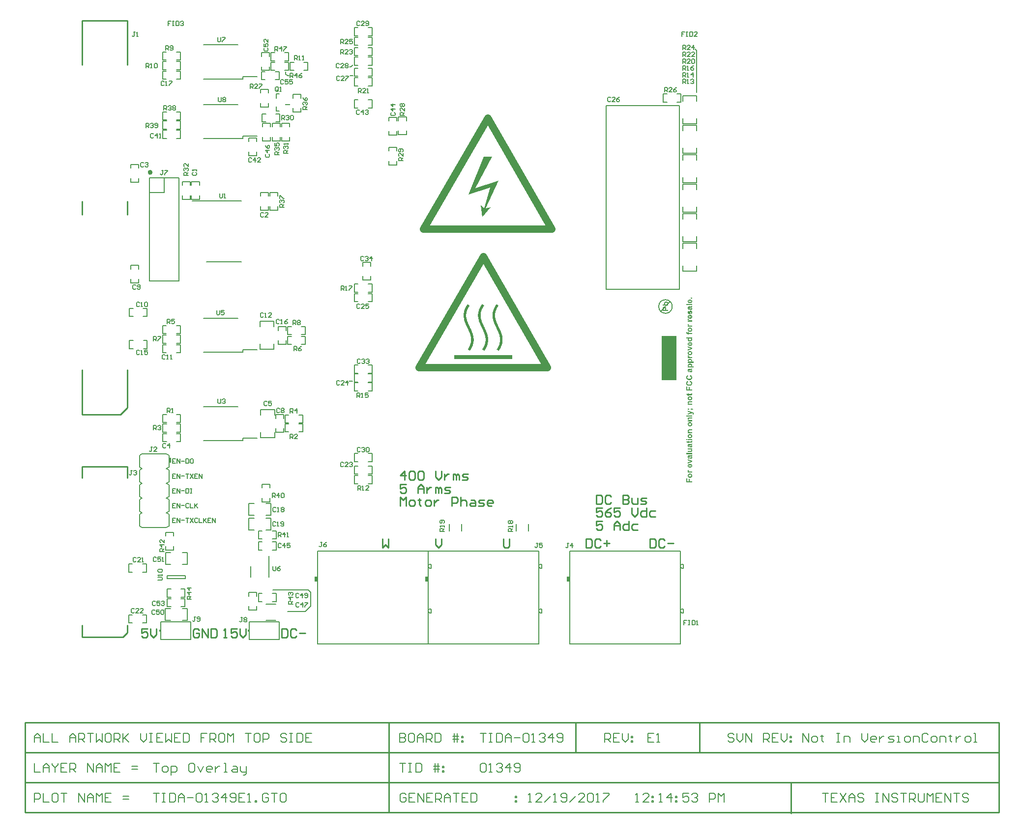
<source format=gto>
G04 Layer_Color=65535*
%FSAX25Y25*%
%MOIN*%
G70*
G01*
G75*
%ADD24C,0.01000*%
%ADD26C,0.01500*%
%ADD31C,0.00800*%
%ADD48C,0.00700*%
%ADD52C,0.00787*%
%ADD53C,0.00600*%
%ADD54C,0.05000*%
%ADD55C,0.00669*%
%ADD56R,0.01968X0.03543*%
%ADD57R,0.03248X0.00787*%
%ADD58R,0.01161X0.01575*%
%ADD59R,0.01181X0.03543*%
%ADD60R,0.10000X0.30000*%
G36*
X0490152Y0313439D02*
X0489414D01*
Y0314178D01*
X0490152D01*
Y0313439D01*
D02*
G37*
G36*
X0492200Y0318396D02*
X0490635D01*
X0490541Y0318390D01*
X0490446Y0318385D01*
X0490346Y0318373D01*
X0490263Y0318362D01*
X0490230Y0318357D01*
X0490202Y0318346D01*
X0490197D01*
X0490180Y0318335D01*
X0490158Y0318323D01*
X0490124Y0318307D01*
X0490058Y0318257D01*
X0490024Y0318229D01*
X0489997Y0318190D01*
X0489991Y0318185D01*
X0489986Y0318174D01*
X0489974Y0318151D01*
X0489958Y0318118D01*
X0489941Y0318079D01*
X0489930Y0318040D01*
X0489924Y0317990D01*
X0489919Y0317935D01*
Y0317929D01*
Y0317902D01*
X0489924Y0317868D01*
X0489930Y0317824D01*
X0489947Y0317769D01*
X0489963Y0317713D01*
X0489991Y0317652D01*
X0490024Y0317591D01*
X0490030Y0317585D01*
X0490041Y0317569D01*
X0490069Y0317541D01*
X0490097Y0317508D01*
X0490141Y0317474D01*
X0490185Y0317441D01*
X0490246Y0317408D01*
X0490307Y0317386D01*
X0490313D01*
X0490341Y0317374D01*
X0490385Y0317369D01*
X0490452Y0317358D01*
X0490491Y0317352D01*
X0490541Y0317347D01*
X0490590Y0317341D01*
X0490652D01*
X0490713Y0317336D01*
X0490785Y0317330D01*
X0492200D01*
Y0316592D01*
X0489414D01*
Y0317274D01*
X0489825D01*
X0489819Y0317280D01*
X0489802Y0317291D01*
X0489780Y0317313D01*
X0489752Y0317341D01*
X0489714Y0317374D01*
X0489675Y0317419D01*
X0489630Y0317469D01*
X0489586Y0317524D01*
X0489547Y0317585D01*
X0489503Y0317657D01*
X0489464Y0317730D01*
X0489425Y0317813D01*
X0489397Y0317902D01*
X0489375Y0317990D01*
X0489358Y0318090D01*
X0489353Y0318190D01*
Y0318196D01*
Y0318201D01*
Y0318229D01*
X0489358Y0318279D01*
X0489364Y0318340D01*
X0489375Y0318407D01*
X0489392Y0318479D01*
X0489414Y0318557D01*
X0489442Y0318634D01*
X0489447Y0318645D01*
X0489458Y0318668D01*
X0489475Y0318706D01*
X0489503Y0318751D01*
X0489536Y0318801D01*
X0489575Y0318851D01*
X0489619Y0318901D01*
X0489669Y0318945D01*
X0489675Y0318951D01*
X0489691Y0318962D01*
X0489719Y0318978D01*
X0489758Y0319001D01*
X0489802Y0319028D01*
X0489858Y0319051D01*
X0489913Y0319073D01*
X0489980Y0319089D01*
X0489986D01*
X0490013Y0319095D01*
X0490052Y0319106D01*
X0490108Y0319112D01*
X0490174Y0319123D01*
X0490263Y0319128D01*
X0490357Y0319134D01*
X0492200D01*
Y0318396D01*
D02*
G37*
G36*
X0490907Y0322580D02*
X0490962Y0322575D01*
X0491023Y0322564D01*
X0491096Y0322553D01*
X0491168Y0322536D01*
X0491251Y0322514D01*
X0491334Y0322486D01*
X0491423Y0322453D01*
X0491512Y0322414D01*
X0491601Y0322364D01*
X0491684Y0322308D01*
X0491767Y0322247D01*
X0491850Y0322175D01*
X0491856Y0322170D01*
X0491867Y0322159D01*
X0491889Y0322136D01*
X0491917Y0322103D01*
X0491945Y0322064D01*
X0491978Y0322014D01*
X0492017Y0321959D01*
X0492056Y0321898D01*
X0492095Y0321826D01*
X0492133Y0321748D01*
X0492167Y0321665D01*
X0492194Y0321570D01*
X0492222Y0321476D01*
X0492244Y0321370D01*
X0492255Y0321265D01*
X0492261Y0321148D01*
Y0321143D01*
Y0321132D01*
Y0321110D01*
X0492255Y0321082D01*
Y0321048D01*
X0492250Y0321010D01*
X0492239Y0320915D01*
X0492217Y0320799D01*
X0492189Y0320677D01*
X0492144Y0320549D01*
X0492089Y0320416D01*
Y0320410D01*
X0492083Y0320399D01*
X0492072Y0320382D01*
X0492056Y0320360D01*
X0492017Y0320299D01*
X0491961Y0320222D01*
X0491889Y0320138D01*
X0491800Y0320050D01*
X0491701Y0319966D01*
X0491584Y0319889D01*
X0491578D01*
X0491567Y0319883D01*
X0491551Y0319872D01*
X0491523Y0319861D01*
X0491490Y0319850D01*
X0491451Y0319833D01*
X0491406Y0319816D01*
X0491356Y0319800D01*
X0491301Y0319783D01*
X0491240Y0319766D01*
X0491101Y0319739D01*
X0490940Y0319717D01*
X0490768Y0319711D01*
X0490729D01*
X0490707Y0319717D01*
X0490674D01*
X0490635Y0319722D01*
X0490541Y0319733D01*
X0490435Y0319755D01*
X0490318Y0319789D01*
X0490191Y0319828D01*
X0490063Y0319889D01*
X0490058D01*
X0490047Y0319900D01*
X0490030Y0319905D01*
X0490008Y0319922D01*
X0489947Y0319966D01*
X0489869Y0320022D01*
X0489786Y0320094D01*
X0489697Y0320183D01*
X0489614Y0320283D01*
X0489536Y0320399D01*
Y0320405D01*
X0489531Y0320416D01*
X0489519Y0320432D01*
X0489508Y0320460D01*
X0489492Y0320488D01*
X0489480Y0320527D01*
X0489464Y0320571D01*
X0489442Y0320616D01*
X0489408Y0320727D01*
X0489381Y0320854D01*
X0489358Y0320993D01*
X0489353Y0321143D01*
Y0321148D01*
Y0321171D01*
Y0321204D01*
X0489358Y0321248D01*
X0489364Y0321304D01*
X0489375Y0321365D01*
X0489386Y0321437D01*
X0489403Y0321509D01*
X0489425Y0321592D01*
X0489453Y0321676D01*
X0489486Y0321759D01*
X0489525Y0321848D01*
X0489575Y0321936D01*
X0489630Y0322020D01*
X0489691Y0322103D01*
X0489764Y0322181D01*
X0489769Y0322186D01*
X0489780Y0322197D01*
X0489808Y0322220D01*
X0489836Y0322242D01*
X0489880Y0322275D01*
X0489924Y0322308D01*
X0489986Y0322347D01*
X0490047Y0322386D01*
X0490119Y0322419D01*
X0490197Y0322458D01*
X0490285Y0322492D01*
X0490374Y0322525D01*
X0490474Y0322547D01*
X0490574Y0322569D01*
X0490685Y0322580D01*
X0490801Y0322586D01*
X0490862D01*
X0490907Y0322580D01*
D02*
G37*
G36*
X0492172Y0314172D02*
X0492250Y0314167D01*
X0492333Y0314156D01*
X0492416Y0314139D01*
X0492489Y0314122D01*
X0492494D01*
X0492522Y0314111D01*
X0492555Y0314094D01*
X0492600Y0314078D01*
X0492655Y0314044D01*
X0492711Y0314011D01*
X0492766Y0313967D01*
X0492822Y0313911D01*
X0492827Y0313906D01*
X0492844Y0313883D01*
X0492872Y0313850D01*
X0492905Y0313806D01*
X0492944Y0313750D01*
X0492982Y0313684D01*
X0493021Y0313606D01*
X0493055Y0313523D01*
X0492749Y0313379D01*
X0492744Y0313390D01*
X0492733Y0313417D01*
X0492716Y0313456D01*
X0492694Y0313501D01*
X0492666Y0313556D01*
X0492627Y0313606D01*
X0492583Y0313656D01*
X0492539Y0313695D01*
X0492533Y0313700D01*
X0492516Y0313712D01*
X0492489Y0313728D01*
X0492450Y0313745D01*
X0492400Y0313767D01*
X0492344Y0313784D01*
X0492272Y0313795D01*
X0492200Y0313800D01*
Y0313439D01*
X0491462D01*
Y0314178D01*
X0492100D01*
X0492172Y0314172D01*
D02*
G37*
G36*
X0492200Y0307357D02*
X0490635D01*
X0490541Y0307351D01*
X0490446Y0307346D01*
X0490346Y0307334D01*
X0490263Y0307323D01*
X0490230Y0307318D01*
X0490202Y0307307D01*
X0490197D01*
X0490180Y0307296D01*
X0490158Y0307284D01*
X0490124Y0307268D01*
X0490058Y0307218D01*
X0490024Y0307190D01*
X0489997Y0307151D01*
X0489991Y0307146D01*
X0489986Y0307135D01*
X0489974Y0307113D01*
X0489958Y0307079D01*
X0489941Y0307040D01*
X0489930Y0307001D01*
X0489924Y0306951D01*
X0489919Y0306896D01*
Y0306891D01*
Y0306863D01*
X0489924Y0306829D01*
X0489930Y0306785D01*
X0489947Y0306730D01*
X0489963Y0306674D01*
X0489991Y0306613D01*
X0490024Y0306552D01*
X0490030Y0306546D01*
X0490041Y0306530D01*
X0490069Y0306502D01*
X0490097Y0306469D01*
X0490141Y0306435D01*
X0490185Y0306402D01*
X0490246Y0306369D01*
X0490307Y0306347D01*
X0490313D01*
X0490341Y0306335D01*
X0490385Y0306330D01*
X0490452Y0306319D01*
X0490491Y0306313D01*
X0490541Y0306308D01*
X0490590Y0306302D01*
X0490652D01*
X0490713Y0306297D01*
X0490785Y0306291D01*
X0492200D01*
Y0305553D01*
X0489414D01*
Y0306236D01*
X0489825D01*
X0489819Y0306241D01*
X0489802Y0306252D01*
X0489780Y0306274D01*
X0489752Y0306302D01*
X0489714Y0306335D01*
X0489675Y0306380D01*
X0489630Y0306430D01*
X0489586Y0306485D01*
X0489547Y0306546D01*
X0489503Y0306619D01*
X0489464Y0306691D01*
X0489425Y0306774D01*
X0489397Y0306863D01*
X0489375Y0306951D01*
X0489358Y0307051D01*
X0489353Y0307151D01*
Y0307157D01*
Y0307162D01*
Y0307190D01*
X0489358Y0307240D01*
X0489364Y0307301D01*
X0489375Y0307368D01*
X0489392Y0307440D01*
X0489414Y0307518D01*
X0489442Y0307595D01*
X0489447Y0307606D01*
X0489458Y0307629D01*
X0489475Y0307667D01*
X0489503Y0307712D01*
X0489536Y0307762D01*
X0489575Y0307812D01*
X0489619Y0307862D01*
X0489669Y0307906D01*
X0489675Y0307912D01*
X0489691Y0307923D01*
X0489719Y0307939D01*
X0489758Y0307962D01*
X0489802Y0307989D01*
X0489858Y0308012D01*
X0489913Y0308034D01*
X0489980Y0308050D01*
X0489986D01*
X0490013Y0308056D01*
X0490052Y0308067D01*
X0490108Y0308073D01*
X0490174Y0308084D01*
X0490263Y0308089D01*
X0490357Y0308095D01*
X0492200D01*
Y0307357D01*
D02*
G37*
G36*
Y0308839D02*
X0488359D01*
Y0309577D01*
X0492200D01*
Y0308839D01*
D02*
G37*
G36*
X0492100Y0311863D02*
X0492577Y0311686D01*
X0492589Y0311680D01*
X0492616Y0311669D01*
X0492661Y0311647D01*
X0492716Y0311625D01*
X0492777Y0311597D01*
X0492838Y0311564D01*
X0492894Y0311530D01*
X0492949Y0311497D01*
X0492955Y0311491D01*
X0492972Y0311480D01*
X0492994Y0311464D01*
X0493027Y0311441D01*
X0493093Y0311381D01*
X0493160Y0311297D01*
X0493166Y0311292D01*
X0493171Y0311275D01*
X0493188Y0311253D01*
X0493205Y0311220D01*
X0493221Y0311181D01*
X0493243Y0311136D01*
X0493266Y0311081D01*
X0493282Y0311020D01*
Y0311014D01*
X0493288Y0310992D01*
X0493299Y0310959D01*
X0493304Y0310909D01*
X0493316Y0310853D01*
X0493327Y0310792D01*
X0493332Y0310720D01*
Y0310642D01*
Y0310631D01*
Y0310609D01*
X0493327Y0310565D01*
Y0310515D01*
X0493321Y0310448D01*
X0493310Y0310381D01*
X0493282Y0310232D01*
X0492705Y0310165D01*
Y0310171D01*
X0492711Y0310193D01*
X0492716Y0310226D01*
X0492722Y0310270D01*
X0492733Y0310315D01*
X0492738Y0310370D01*
X0492744Y0310476D01*
Y0310481D01*
Y0310487D01*
Y0310520D01*
X0492733Y0310565D01*
X0492722Y0310620D01*
X0492705Y0310681D01*
X0492677Y0310742D01*
X0492638Y0310803D01*
X0492589Y0310853D01*
X0492583Y0310859D01*
X0492561Y0310875D01*
X0492527Y0310898D01*
X0492483Y0310925D01*
X0492427Y0310953D01*
X0492361Y0310986D01*
X0492289Y0311014D01*
X0492206Y0311042D01*
X0489414Y0309987D01*
Y0310770D01*
X0491395Y0311430D01*
X0489414Y0312085D01*
Y0312846D01*
X0492100Y0311863D01*
D02*
G37*
G36*
X0492156Y0324495D02*
X0492161Y0324490D01*
X0492172Y0324456D01*
X0492189Y0324401D01*
X0492206Y0324329D01*
X0492228Y0324245D01*
X0492244Y0324145D01*
X0492255Y0324035D01*
X0492261Y0323918D01*
Y0323907D01*
Y0323885D01*
X0492255Y0323846D01*
X0492250Y0323796D01*
X0492244Y0323740D01*
X0492233Y0323679D01*
X0492217Y0323618D01*
X0492194Y0323557D01*
X0492189Y0323552D01*
X0492183Y0323529D01*
X0492167Y0323502D01*
X0492150Y0323468D01*
X0492095Y0323391D01*
X0492061Y0323352D01*
X0492022Y0323319D01*
X0492017Y0323313D01*
X0492000Y0323307D01*
X0491978Y0323296D01*
X0491945Y0323280D01*
X0491906Y0323263D01*
X0491856Y0323246D01*
X0491800Y0323230D01*
X0491739Y0323219D01*
X0491734D01*
X0491712Y0323213D01*
X0491678D01*
X0491623Y0323207D01*
X0491551Y0323202D01*
X0491462D01*
X0491412Y0323196D01*
X0490002D01*
Y0322858D01*
X0489414D01*
Y0323196D01*
X0488859D01*
X0488426Y0323935D01*
X0489414D01*
Y0324440D01*
X0490002D01*
Y0323935D01*
X0491306D01*
X0491373Y0323940D01*
X0491490D01*
X0491512Y0323946D01*
X0491523D01*
X0491534Y0323951D01*
X0491556Y0323962D01*
X0491584Y0323979D01*
X0491617Y0324012D01*
X0491623Y0324023D01*
X0491634Y0324046D01*
X0491645Y0324084D01*
X0491651Y0324134D01*
Y0324140D01*
Y0324157D01*
X0491645Y0324179D01*
X0491640Y0324212D01*
X0491634Y0324256D01*
X0491623Y0324306D01*
X0491606Y0324367D01*
X0491584Y0324434D01*
X0492156Y0324501D01*
Y0324495D01*
D02*
G37*
G36*
X0490912Y0344636D02*
X0490968Y0344631D01*
X0491035Y0344625D01*
X0491112Y0344614D01*
X0491190Y0344597D01*
X0491367Y0344558D01*
X0491456Y0344531D01*
X0491545Y0344497D01*
X0491634Y0344458D01*
X0491717Y0344408D01*
X0491800Y0344359D01*
X0491878Y0344298D01*
X0491884Y0344292D01*
X0491895Y0344281D01*
X0491911Y0344264D01*
X0491939Y0344236D01*
X0491967Y0344203D01*
X0492000Y0344164D01*
X0492033Y0344120D01*
X0492067Y0344070D01*
X0492106Y0344009D01*
X0492139Y0343948D01*
X0492200Y0343809D01*
X0492228Y0343731D01*
X0492244Y0343648D01*
X0492255Y0343565D01*
X0492261Y0343476D01*
Y0343465D01*
Y0343437D01*
X0492255Y0343393D01*
X0492250Y0343337D01*
X0492239Y0343271D01*
X0492222Y0343199D01*
X0492200Y0343127D01*
X0492172Y0343054D01*
X0492167Y0343049D01*
X0492156Y0343021D01*
X0492128Y0342988D01*
X0492095Y0342938D01*
X0492056Y0342877D01*
X0492000Y0342816D01*
X0491934Y0342743D01*
X0491856Y0342666D01*
X0493266D01*
Y0341928D01*
X0489414D01*
Y0342616D01*
X0489825D01*
X0489814Y0342621D01*
X0489791Y0342638D01*
X0489752Y0342671D01*
X0489703Y0342710D01*
X0489647Y0342760D01*
X0489592Y0342827D01*
X0489536Y0342893D01*
X0489486Y0342977D01*
X0489480Y0342988D01*
X0489464Y0343016D01*
X0489442Y0343065D01*
X0489419Y0343127D01*
X0489397Y0343199D01*
X0489375Y0343287D01*
X0489358Y0343382D01*
X0489353Y0343482D01*
Y0343487D01*
Y0343504D01*
Y0343526D01*
X0489358Y0343565D01*
X0489364Y0343604D01*
X0489375Y0343654D01*
X0489386Y0343709D01*
X0489403Y0343765D01*
X0489419Y0343831D01*
X0489447Y0343892D01*
X0489475Y0343965D01*
X0489514Y0344031D01*
X0489558Y0344103D01*
X0489608Y0344170D01*
X0489669Y0344236D01*
X0489736Y0344303D01*
X0489741Y0344309D01*
X0489752Y0344320D01*
X0489775Y0344336D01*
X0489808Y0344359D01*
X0489841Y0344381D01*
X0489891Y0344408D01*
X0489947Y0344442D01*
X0490008Y0344475D01*
X0490080Y0344503D01*
X0490158Y0344536D01*
X0490246Y0344564D01*
X0490341Y0344592D01*
X0490446Y0344608D01*
X0490552Y0344625D01*
X0490674Y0344636D01*
X0490796Y0344642D01*
X0490862D01*
X0490912Y0344636D01*
D02*
G37*
G36*
Y0347916D02*
X0490968Y0347911D01*
X0491035Y0347905D01*
X0491112Y0347894D01*
X0491190Y0347877D01*
X0491367Y0347838D01*
X0491456Y0347811D01*
X0491545Y0347777D01*
X0491634Y0347739D01*
X0491717Y0347689D01*
X0491800Y0347639D01*
X0491878Y0347578D01*
X0491884Y0347572D01*
X0491895Y0347561D01*
X0491911Y0347544D01*
X0491939Y0347516D01*
X0491967Y0347483D01*
X0492000Y0347444D01*
X0492033Y0347400D01*
X0492067Y0347350D01*
X0492106Y0347289D01*
X0492139Y0347228D01*
X0492200Y0347089D01*
X0492228Y0347011D01*
X0492244Y0346928D01*
X0492255Y0346845D01*
X0492261Y0346756D01*
Y0346745D01*
Y0346717D01*
X0492255Y0346673D01*
X0492250Y0346617D01*
X0492239Y0346551D01*
X0492222Y0346479D01*
X0492200Y0346407D01*
X0492172Y0346334D01*
X0492167Y0346329D01*
X0492156Y0346301D01*
X0492128Y0346268D01*
X0492095Y0346218D01*
X0492056Y0346157D01*
X0492000Y0346096D01*
X0491934Y0346024D01*
X0491856Y0345946D01*
X0493266D01*
Y0345208D01*
X0489414D01*
Y0345896D01*
X0489825D01*
X0489814Y0345901D01*
X0489791Y0345918D01*
X0489752Y0345951D01*
X0489703Y0345990D01*
X0489647Y0346040D01*
X0489592Y0346107D01*
X0489536Y0346173D01*
X0489486Y0346257D01*
X0489480Y0346268D01*
X0489464Y0346295D01*
X0489442Y0346345D01*
X0489419Y0346407D01*
X0489397Y0346479D01*
X0489375Y0346568D01*
X0489358Y0346662D01*
X0489353Y0346762D01*
Y0346767D01*
Y0346784D01*
Y0346806D01*
X0489358Y0346845D01*
X0489364Y0346884D01*
X0489375Y0346934D01*
X0489386Y0346989D01*
X0489403Y0347045D01*
X0489419Y0347111D01*
X0489447Y0347172D01*
X0489475Y0347245D01*
X0489514Y0347311D01*
X0489558Y0347383D01*
X0489608Y0347450D01*
X0489669Y0347516D01*
X0489736Y0347583D01*
X0489741Y0347589D01*
X0489752Y0347600D01*
X0489775Y0347616D01*
X0489808Y0347639D01*
X0489841Y0347661D01*
X0489891Y0347689D01*
X0489947Y0347722D01*
X0490008Y0347755D01*
X0490080Y0347783D01*
X0490158Y0347816D01*
X0490246Y0347844D01*
X0490341Y0347872D01*
X0490446Y0347888D01*
X0490552Y0347905D01*
X0490674Y0347916D01*
X0490796Y0347922D01*
X0490862D01*
X0490912Y0347916D01*
D02*
G37*
G36*
X0490135Y0350042D02*
X0490130Y0350036D01*
X0490119Y0350008D01*
X0490097Y0349975D01*
X0490074Y0349931D01*
X0490052Y0349875D01*
X0490030Y0349820D01*
X0490019Y0349759D01*
X0490013Y0349698D01*
Y0349692D01*
Y0349675D01*
X0490019Y0349642D01*
X0490024Y0349609D01*
X0490035Y0349570D01*
X0490052Y0349526D01*
X0490074Y0349481D01*
X0490102Y0349437D01*
X0490108Y0349431D01*
X0490119Y0349420D01*
X0490141Y0349398D01*
X0490174Y0349376D01*
X0490213Y0349348D01*
X0490269Y0349320D01*
X0490335Y0349292D01*
X0490413Y0349270D01*
X0490424D01*
X0490441Y0349265D01*
X0490457Y0349259D01*
X0490485D01*
X0490518Y0349254D01*
X0490563Y0349248D01*
X0490613Y0349242D01*
X0490668Y0349237D01*
X0490740Y0349231D01*
X0490812Y0349226D01*
X0490901D01*
X0490996Y0349220D01*
X0491101Y0349215D01*
X0492200D01*
Y0348477D01*
X0489414D01*
Y0349159D01*
X0489808D01*
X0489802Y0349165D01*
X0489769Y0349187D01*
X0489719Y0349220D01*
X0489658Y0349265D01*
X0489597Y0349309D01*
X0489536Y0349365D01*
X0489480Y0349415D01*
X0489442Y0349470D01*
X0489436Y0349476D01*
X0489425Y0349492D01*
X0489414Y0349526D01*
X0489397Y0349564D01*
X0489381Y0349609D01*
X0489364Y0349664D01*
X0489358Y0349720D01*
X0489353Y0349786D01*
Y0349792D01*
Y0349798D01*
Y0349831D01*
X0489358Y0349881D01*
X0489369Y0349942D01*
X0489386Y0350020D01*
X0489414Y0350103D01*
X0489447Y0350186D01*
X0489497Y0350275D01*
X0490135Y0350042D01*
D02*
G37*
G36*
X0492200Y0340651D02*
X0492194D01*
X0492189Y0340646D01*
X0492167Y0340640D01*
X0492144Y0340629D01*
X0492117Y0340618D01*
X0492078Y0340607D01*
X0492033Y0340596D01*
X0491984Y0340579D01*
X0491978D01*
X0491972Y0340574D01*
X0491950Y0340568D01*
X0491923Y0340557D01*
X0491900Y0340551D01*
X0491906Y0340540D01*
X0491928Y0340518D01*
X0491961Y0340479D01*
X0492000Y0340429D01*
X0492045Y0340368D01*
X0492095Y0340301D01*
X0492133Y0340224D01*
X0492172Y0340146D01*
X0492178Y0340135D01*
X0492183Y0340107D01*
X0492200Y0340063D01*
X0492217Y0340007D01*
X0492233Y0339941D01*
X0492244Y0339863D01*
X0492255Y0339774D01*
X0492261Y0339685D01*
Y0339680D01*
Y0339669D01*
Y0339647D01*
X0492255Y0339613D01*
Y0339580D01*
X0492250Y0339536D01*
X0492233Y0339441D01*
X0492206Y0339330D01*
X0492167Y0339219D01*
X0492111Y0339108D01*
X0492033Y0339008D01*
X0492028D01*
X0492022Y0338997D01*
X0491989Y0338969D01*
X0491939Y0338931D01*
X0491873Y0338886D01*
X0491789Y0338842D01*
X0491689Y0338803D01*
X0491573Y0338775D01*
X0491512Y0338770D01*
X0491445Y0338764D01*
X0491406D01*
X0491362Y0338770D01*
X0491306Y0338781D01*
X0491240Y0338792D01*
X0491173Y0338809D01*
X0491101Y0338836D01*
X0491029Y0338875D01*
X0491018Y0338881D01*
X0490996Y0338897D01*
X0490962Y0338919D01*
X0490924Y0338958D01*
X0490879Y0338997D01*
X0490829Y0339053D01*
X0490785Y0339114D01*
X0490746Y0339186D01*
X0490740Y0339197D01*
X0490729Y0339225D01*
X0490713Y0339269D01*
X0490685Y0339336D01*
X0490657Y0339419D01*
X0490629Y0339519D01*
X0490602Y0339641D01*
X0490574Y0339774D01*
Y0339780D01*
X0490568Y0339796D01*
X0490563Y0339824D01*
X0490557Y0339858D01*
X0490552Y0339902D01*
X0490541Y0339952D01*
X0490513Y0340063D01*
X0490485Y0340179D01*
X0490457Y0340301D01*
X0490424Y0340407D01*
X0490407Y0340457D01*
X0490391Y0340496D01*
X0490285D01*
X0490246Y0340490D01*
X0490197Y0340485D01*
X0490146Y0340468D01*
X0490097Y0340451D01*
X0490052Y0340424D01*
X0490013Y0340385D01*
X0490008Y0340379D01*
X0489997Y0340363D01*
X0489986Y0340335D01*
X0489963Y0340296D01*
X0489947Y0340241D01*
X0489936Y0340174D01*
X0489924Y0340091D01*
X0489919Y0339991D01*
Y0339980D01*
Y0339957D01*
X0489924Y0339924D01*
X0489930Y0339880D01*
X0489941Y0339830D01*
X0489952Y0339774D01*
X0489974Y0339724D01*
X0490002Y0339680D01*
X0490008Y0339674D01*
X0490019Y0339663D01*
X0490035Y0339641D01*
X0490063Y0339619D01*
X0490102Y0339586D01*
X0490152Y0339558D01*
X0490207Y0339530D01*
X0490274Y0339502D01*
X0490152Y0338842D01*
X0490146D01*
X0490135Y0338847D01*
X0490113Y0338853D01*
X0490086Y0338864D01*
X0490052Y0338875D01*
X0490013Y0338892D01*
X0489924Y0338931D01*
X0489830Y0338986D01*
X0489730Y0339053D01*
X0489636Y0339130D01*
X0489553Y0339225D01*
Y0339230D01*
X0489542Y0339236D01*
X0489536Y0339253D01*
X0489519Y0339275D01*
X0489508Y0339308D01*
X0489492Y0339341D01*
X0489469Y0339386D01*
X0489453Y0339430D01*
X0489436Y0339486D01*
X0489414Y0339547D01*
X0489397Y0339613D01*
X0489386Y0339691D01*
X0489369Y0339769D01*
X0489364Y0339858D01*
X0489353Y0339946D01*
Y0340046D01*
Y0340052D01*
Y0340068D01*
Y0340096D01*
Y0340129D01*
X0489358Y0340168D01*
Y0340213D01*
X0489369Y0340324D01*
X0489381Y0340440D01*
X0489403Y0340562D01*
X0489436Y0340679D01*
X0489453Y0340729D01*
X0489475Y0340779D01*
Y0340784D01*
X0489480Y0340790D01*
X0489497Y0340818D01*
X0489519Y0340862D01*
X0489553Y0340912D01*
X0489597Y0340973D01*
X0489647Y0341028D01*
X0489708Y0341078D01*
X0489769Y0341123D01*
X0489780Y0341128D01*
X0489802Y0341140D01*
X0489852Y0341156D01*
X0489880Y0341162D01*
X0489919Y0341173D01*
X0489958Y0341184D01*
X0490008Y0341190D01*
X0490063Y0341201D01*
X0490124Y0341206D01*
X0490191Y0341212D01*
X0490263Y0341217D01*
X0490341Y0341223D01*
X0490430D01*
X0491290Y0341212D01*
X0491418D01*
X0491495Y0341217D01*
X0491584D01*
X0491673Y0341228D01*
X0491761Y0341234D01*
X0491834Y0341245D01*
X0491839D01*
X0491861Y0341251D01*
X0491900Y0341262D01*
X0491945Y0341273D01*
X0492000Y0341295D01*
X0492061Y0341317D01*
X0492128Y0341345D01*
X0492200Y0341378D01*
Y0340651D01*
D02*
G37*
G36*
X0489009Y0327226D02*
X0489919D01*
Y0328830D01*
X0490568D01*
Y0327226D01*
X0492200D01*
Y0326449D01*
X0488359D01*
Y0329085D01*
X0489009D01*
Y0327226D01*
D02*
G37*
G36*
X0491051Y0332926D02*
X0491084Y0332914D01*
X0491129Y0332898D01*
X0491179Y0332876D01*
X0491240Y0332853D01*
X0491306Y0332826D01*
X0491379Y0332792D01*
X0491528Y0332715D01*
X0491684Y0332615D01*
X0491834Y0332493D01*
X0491900Y0332426D01*
X0491961Y0332354D01*
X0491967Y0332348D01*
X0491972Y0332337D01*
X0491989Y0332315D01*
X0492011Y0332282D01*
X0492033Y0332243D01*
X0492056Y0332193D01*
X0492083Y0332137D01*
X0492111Y0332076D01*
X0492144Y0332004D01*
X0492172Y0331926D01*
X0492194Y0331843D01*
X0492217Y0331754D01*
X0492239Y0331660D01*
X0492255Y0331555D01*
X0492261Y0331449D01*
X0492267Y0331333D01*
Y0331322D01*
Y0331299D01*
X0492261Y0331261D01*
X0492255Y0331205D01*
X0492250Y0331144D01*
X0492239Y0331066D01*
X0492222Y0330983D01*
X0492200Y0330889D01*
X0492172Y0330794D01*
X0492139Y0330695D01*
X0492095Y0330589D01*
X0492045Y0330484D01*
X0491989Y0330378D01*
X0491917Y0330273D01*
X0491839Y0330173D01*
X0491745Y0330078D01*
X0491739Y0330073D01*
X0491723Y0330056D01*
X0491689Y0330034D01*
X0491651Y0330001D01*
X0491595Y0329967D01*
X0491534Y0329923D01*
X0491456Y0329879D01*
X0491367Y0329834D01*
X0491273Y0329790D01*
X0491168Y0329745D01*
X0491046Y0329701D01*
X0490918Y0329668D01*
X0490785Y0329634D01*
X0490635Y0329612D01*
X0490480Y0329596D01*
X0490313Y0329590D01*
X0490269D01*
X0490219Y0329596D01*
X0490152D01*
X0490074Y0329607D01*
X0489980Y0329618D01*
X0489880Y0329629D01*
X0489764Y0329651D01*
X0489647Y0329679D01*
X0489525Y0329712D01*
X0489403Y0329751D01*
X0489275Y0329801D01*
X0489153Y0329856D01*
X0489037Y0329923D01*
X0488926Y0329995D01*
X0488820Y0330084D01*
X0488814Y0330089D01*
X0488798Y0330106D01*
X0488770Y0330134D01*
X0488737Y0330173D01*
X0488698Y0330223D01*
X0488654Y0330284D01*
X0488604Y0330350D01*
X0488554Y0330434D01*
X0488504Y0330522D01*
X0488454Y0330617D01*
X0488409Y0330728D01*
X0488371Y0330839D01*
X0488337Y0330966D01*
X0488309Y0331094D01*
X0488293Y0331238D01*
X0488287Y0331383D01*
Y0331388D01*
Y0331416D01*
Y0331449D01*
X0488293Y0331499D01*
X0488298Y0331560D01*
X0488309Y0331627D01*
X0488321Y0331705D01*
X0488337Y0331788D01*
X0488359Y0331877D01*
X0488387Y0331971D01*
X0488420Y0332065D01*
X0488465Y0332165D01*
X0488509Y0332259D01*
X0488565Y0332348D01*
X0488631Y0332443D01*
X0488703Y0332526D01*
Y0332531D01*
X0488715Y0332537D01*
X0488731Y0332554D01*
X0488748Y0332570D01*
X0488776Y0332593D01*
X0488809Y0332615D01*
X0488887Y0332676D01*
X0488986Y0332737D01*
X0489109Y0332804D01*
X0489247Y0332864D01*
X0489408Y0332920D01*
X0489592Y0332154D01*
X0489586D01*
X0489580Y0332149D01*
X0489564D01*
X0489542Y0332137D01*
X0489492Y0332121D01*
X0489425Y0332093D01*
X0489347Y0332054D01*
X0489270Y0332004D01*
X0489192Y0331938D01*
X0489125Y0331866D01*
X0489120Y0331854D01*
X0489097Y0331827D01*
X0489070Y0331782D01*
X0489037Y0331721D01*
X0489003Y0331644D01*
X0488975Y0331555D01*
X0488953Y0331455D01*
X0488948Y0331344D01*
Y0331338D01*
Y0331327D01*
Y0331305D01*
X0488953Y0331272D01*
X0488959Y0331238D01*
X0488964Y0331194D01*
X0488986Y0331100D01*
X0489025Y0330989D01*
X0489081Y0330872D01*
X0489114Y0330811D01*
X0489153Y0330755D01*
X0489203Y0330700D01*
X0489258Y0330650D01*
X0489264D01*
X0489275Y0330639D01*
X0489292Y0330628D01*
X0489320Y0330611D01*
X0489353Y0330589D01*
X0489392Y0330567D01*
X0489442Y0330545D01*
X0489497Y0330522D01*
X0489564Y0330495D01*
X0489636Y0330472D01*
X0489719Y0330450D01*
X0489808Y0330428D01*
X0489908Y0330411D01*
X0490013Y0330400D01*
X0490130Y0330395D01*
X0490258Y0330389D01*
X0490330D01*
X0490374Y0330395D01*
X0490435D01*
X0490507Y0330406D01*
X0490579Y0330411D01*
X0490663Y0330422D01*
X0490835Y0330456D01*
X0491007Y0330500D01*
X0491090Y0330528D01*
X0491168Y0330567D01*
X0491240Y0330606D01*
X0491301Y0330650D01*
X0491306Y0330656D01*
X0491312Y0330661D01*
X0491329Y0330678D01*
X0491351Y0330700D01*
X0491395Y0330755D01*
X0491451Y0330833D01*
X0491512Y0330928D01*
X0491556Y0331044D01*
X0491595Y0331177D01*
X0491601Y0331249D01*
X0491606Y0331327D01*
Y0331333D01*
Y0331338D01*
Y0331355D01*
X0491601Y0331377D01*
X0491595Y0331438D01*
X0491584Y0331510D01*
X0491556Y0331588D01*
X0491523Y0331677D01*
X0491478Y0331766D01*
X0491412Y0331854D01*
X0491401Y0331866D01*
X0491373Y0331893D01*
X0491329Y0331932D01*
X0491262Y0331977D01*
X0491173Y0332032D01*
X0491068Y0332082D01*
X0490940Y0332132D01*
X0490790Y0332176D01*
X0491023Y0332931D01*
X0491029D01*
X0491051Y0332926D01*
D02*
G37*
G36*
Y0336799D02*
X0491084Y0336788D01*
X0491129Y0336772D01*
X0491179Y0336750D01*
X0491240Y0336727D01*
X0491306Y0336700D01*
X0491379Y0336666D01*
X0491528Y0336589D01*
X0491684Y0336489D01*
X0491834Y0336367D01*
X0491900Y0336300D01*
X0491961Y0336228D01*
X0491967Y0336222D01*
X0491972Y0336211D01*
X0491989Y0336189D01*
X0492011Y0336156D01*
X0492033Y0336117D01*
X0492056Y0336067D01*
X0492083Y0336011D01*
X0492111Y0335950D01*
X0492144Y0335878D01*
X0492172Y0335801D01*
X0492194Y0335717D01*
X0492217Y0335628D01*
X0492239Y0335534D01*
X0492255Y0335429D01*
X0492261Y0335323D01*
X0492267Y0335207D01*
Y0335195D01*
Y0335173D01*
X0492261Y0335135D01*
X0492255Y0335079D01*
X0492250Y0335018D01*
X0492239Y0334940D01*
X0492222Y0334857D01*
X0492200Y0334763D01*
X0492172Y0334668D01*
X0492139Y0334568D01*
X0492095Y0334463D01*
X0492045Y0334358D01*
X0491989Y0334252D01*
X0491917Y0334146D01*
X0491839Y0334047D01*
X0491745Y0333952D01*
X0491739Y0333947D01*
X0491723Y0333930D01*
X0491689Y0333908D01*
X0491651Y0333875D01*
X0491595Y0333841D01*
X0491534Y0333797D01*
X0491456Y0333752D01*
X0491367Y0333708D01*
X0491273Y0333664D01*
X0491168Y0333619D01*
X0491046Y0333575D01*
X0490918Y0333542D01*
X0490785Y0333508D01*
X0490635Y0333486D01*
X0490480Y0333470D01*
X0490313Y0333464D01*
X0490269D01*
X0490219Y0333470D01*
X0490152D01*
X0490074Y0333481D01*
X0489980Y0333492D01*
X0489880Y0333503D01*
X0489764Y0333525D01*
X0489647Y0333553D01*
X0489525Y0333586D01*
X0489403Y0333625D01*
X0489275Y0333675D01*
X0489153Y0333730D01*
X0489037Y0333797D01*
X0488926Y0333869D01*
X0488820Y0333958D01*
X0488814Y0333963D01*
X0488798Y0333980D01*
X0488770Y0334008D01*
X0488737Y0334047D01*
X0488698Y0334097D01*
X0488654Y0334158D01*
X0488604Y0334224D01*
X0488554Y0334308D01*
X0488504Y0334396D01*
X0488454Y0334491D01*
X0488409Y0334602D01*
X0488371Y0334713D01*
X0488337Y0334840D01*
X0488309Y0334968D01*
X0488293Y0335112D01*
X0488287Y0335257D01*
Y0335262D01*
Y0335290D01*
Y0335323D01*
X0488293Y0335373D01*
X0488298Y0335434D01*
X0488309Y0335501D01*
X0488321Y0335578D01*
X0488337Y0335662D01*
X0488359Y0335751D01*
X0488387Y0335845D01*
X0488420Y0335939D01*
X0488465Y0336039D01*
X0488509Y0336133D01*
X0488565Y0336222D01*
X0488631Y0336317D01*
X0488703Y0336400D01*
Y0336405D01*
X0488715Y0336411D01*
X0488731Y0336428D01*
X0488748Y0336444D01*
X0488776Y0336466D01*
X0488809Y0336489D01*
X0488887Y0336550D01*
X0488986Y0336611D01*
X0489109Y0336677D01*
X0489247Y0336738D01*
X0489408Y0336794D01*
X0489592Y0336028D01*
X0489586D01*
X0489580Y0336022D01*
X0489564D01*
X0489542Y0336011D01*
X0489492Y0335995D01*
X0489425Y0335967D01*
X0489347Y0335928D01*
X0489270Y0335878D01*
X0489192Y0335811D01*
X0489125Y0335739D01*
X0489120Y0335728D01*
X0489097Y0335701D01*
X0489070Y0335656D01*
X0489037Y0335595D01*
X0489003Y0335517D01*
X0488975Y0335429D01*
X0488953Y0335329D01*
X0488948Y0335218D01*
Y0335212D01*
Y0335201D01*
Y0335179D01*
X0488953Y0335146D01*
X0488959Y0335112D01*
X0488964Y0335068D01*
X0488986Y0334974D01*
X0489025Y0334862D01*
X0489081Y0334746D01*
X0489114Y0334685D01*
X0489153Y0334629D01*
X0489203Y0334574D01*
X0489258Y0334524D01*
X0489264D01*
X0489275Y0334513D01*
X0489292Y0334502D01*
X0489320Y0334485D01*
X0489353Y0334463D01*
X0489392Y0334441D01*
X0489442Y0334419D01*
X0489497Y0334396D01*
X0489564Y0334369D01*
X0489636Y0334346D01*
X0489719Y0334324D01*
X0489808Y0334302D01*
X0489908Y0334285D01*
X0490013Y0334274D01*
X0490130Y0334269D01*
X0490258Y0334263D01*
X0490330D01*
X0490374Y0334269D01*
X0490435D01*
X0490507Y0334280D01*
X0490579Y0334285D01*
X0490663Y0334296D01*
X0490835Y0334330D01*
X0491007Y0334374D01*
X0491090Y0334402D01*
X0491168Y0334441D01*
X0491240Y0334480D01*
X0491301Y0334524D01*
X0491306Y0334529D01*
X0491312Y0334535D01*
X0491329Y0334552D01*
X0491351Y0334574D01*
X0491395Y0334629D01*
X0491451Y0334707D01*
X0491512Y0334802D01*
X0491556Y0334918D01*
X0491595Y0335051D01*
X0491601Y0335123D01*
X0491606Y0335201D01*
Y0335207D01*
Y0335212D01*
Y0335229D01*
X0491601Y0335251D01*
X0491595Y0335312D01*
X0491584Y0335384D01*
X0491556Y0335462D01*
X0491523Y0335551D01*
X0491478Y0335640D01*
X0491412Y0335728D01*
X0491401Y0335739D01*
X0491373Y0335767D01*
X0491329Y0335806D01*
X0491262Y0335850D01*
X0491173Y0335906D01*
X0491068Y0335956D01*
X0490940Y0336006D01*
X0490790Y0336050D01*
X0491023Y0336805D01*
X0491029D01*
X0491051Y0336799D01*
D02*
G37*
G36*
X0492200Y0278641D02*
Y0277975D01*
X0489414Y0276854D01*
Y0277625D01*
X0490840Y0278153D01*
X0491312Y0278302D01*
X0491306Y0278308D01*
X0491284Y0278313D01*
X0491251Y0278325D01*
X0491218Y0278336D01*
X0491134Y0278363D01*
X0491101Y0278375D01*
X0491073Y0278380D01*
X0491068D01*
X0491051Y0278386D01*
X0491029Y0278391D01*
X0491001Y0278402D01*
X0490924Y0278425D01*
X0490840Y0278458D01*
X0489414Y0278991D01*
Y0279745D01*
X0492200Y0278641D01*
D02*
G37*
G36*
Y0281893D02*
X0492194D01*
X0492189Y0281888D01*
X0492167Y0281882D01*
X0492144Y0281871D01*
X0492117Y0281860D01*
X0492078Y0281849D01*
X0492033Y0281838D01*
X0491984Y0281821D01*
X0491978D01*
X0491972Y0281816D01*
X0491950Y0281810D01*
X0491923Y0281799D01*
X0491900Y0281793D01*
X0491906Y0281782D01*
X0491928Y0281760D01*
X0491961Y0281721D01*
X0492000Y0281671D01*
X0492045Y0281610D01*
X0492095Y0281544D01*
X0492133Y0281466D01*
X0492172Y0281388D01*
X0492178Y0281377D01*
X0492183Y0281349D01*
X0492200Y0281305D01*
X0492217Y0281249D01*
X0492233Y0281183D01*
X0492244Y0281105D01*
X0492255Y0281016D01*
X0492261Y0280928D01*
Y0280922D01*
Y0280911D01*
Y0280889D01*
X0492255Y0280855D01*
Y0280822D01*
X0492250Y0280778D01*
X0492233Y0280683D01*
X0492206Y0280572D01*
X0492167Y0280461D01*
X0492111Y0280350D01*
X0492033Y0280251D01*
X0492028D01*
X0492022Y0280239D01*
X0491989Y0280212D01*
X0491939Y0280173D01*
X0491873Y0280128D01*
X0491789Y0280084D01*
X0491689Y0280045D01*
X0491573Y0280017D01*
X0491512Y0280012D01*
X0491445Y0280006D01*
X0491406D01*
X0491362Y0280012D01*
X0491306Y0280023D01*
X0491240Y0280034D01*
X0491173Y0280051D01*
X0491101Y0280079D01*
X0491029Y0280117D01*
X0491018Y0280123D01*
X0490996Y0280139D01*
X0490962Y0280162D01*
X0490924Y0280201D01*
X0490879Y0280239D01*
X0490829Y0280295D01*
X0490785Y0280356D01*
X0490746Y0280428D01*
X0490740Y0280439D01*
X0490729Y0280467D01*
X0490713Y0280511D01*
X0490685Y0280578D01*
X0490657Y0280661D01*
X0490629Y0280761D01*
X0490602Y0280883D01*
X0490574Y0281016D01*
Y0281022D01*
X0490568Y0281039D01*
X0490563Y0281066D01*
X0490557Y0281100D01*
X0490552Y0281144D01*
X0490541Y0281194D01*
X0490513Y0281305D01*
X0490485Y0281421D01*
X0490457Y0281544D01*
X0490424Y0281649D01*
X0490407Y0281699D01*
X0490391Y0281738D01*
X0490285D01*
X0490246Y0281732D01*
X0490197Y0281727D01*
X0490146Y0281710D01*
X0490097Y0281694D01*
X0490052Y0281666D01*
X0490013Y0281627D01*
X0490008Y0281621D01*
X0489997Y0281605D01*
X0489986Y0281577D01*
X0489963Y0281538D01*
X0489947Y0281483D01*
X0489936Y0281416D01*
X0489924Y0281333D01*
X0489919Y0281233D01*
Y0281222D01*
Y0281200D01*
X0489924Y0281166D01*
X0489930Y0281122D01*
X0489941Y0281072D01*
X0489952Y0281016D01*
X0489974Y0280966D01*
X0490002Y0280922D01*
X0490008Y0280917D01*
X0490019Y0280905D01*
X0490035Y0280883D01*
X0490063Y0280861D01*
X0490102Y0280828D01*
X0490152Y0280800D01*
X0490207Y0280772D01*
X0490274Y0280745D01*
X0490152Y0280084D01*
X0490146D01*
X0490135Y0280090D01*
X0490113Y0280095D01*
X0490086Y0280106D01*
X0490052Y0280117D01*
X0490013Y0280134D01*
X0489924Y0280173D01*
X0489830Y0280228D01*
X0489730Y0280295D01*
X0489636Y0280373D01*
X0489553Y0280467D01*
Y0280472D01*
X0489542Y0280478D01*
X0489536Y0280495D01*
X0489519Y0280517D01*
X0489508Y0280550D01*
X0489492Y0280584D01*
X0489469Y0280628D01*
X0489453Y0280672D01*
X0489436Y0280728D01*
X0489414Y0280789D01*
X0489397Y0280855D01*
X0489386Y0280933D01*
X0489369Y0281011D01*
X0489364Y0281100D01*
X0489353Y0281189D01*
Y0281288D01*
Y0281294D01*
Y0281311D01*
Y0281338D01*
Y0281372D01*
X0489358Y0281410D01*
Y0281455D01*
X0489369Y0281566D01*
X0489381Y0281682D01*
X0489403Y0281804D01*
X0489436Y0281921D01*
X0489453Y0281971D01*
X0489475Y0282021D01*
Y0282027D01*
X0489480Y0282032D01*
X0489497Y0282060D01*
X0489519Y0282104D01*
X0489553Y0282154D01*
X0489597Y0282215D01*
X0489647Y0282271D01*
X0489708Y0282321D01*
X0489769Y0282365D01*
X0489780Y0282371D01*
X0489802Y0282382D01*
X0489852Y0282398D01*
X0489880Y0282404D01*
X0489919Y0282415D01*
X0489958Y0282426D01*
X0490008Y0282432D01*
X0490063Y0282443D01*
X0490124Y0282448D01*
X0490191Y0282454D01*
X0490263Y0282459D01*
X0490341Y0282465D01*
X0490430D01*
X0491290Y0282454D01*
X0491418D01*
X0491495Y0282459D01*
X0491584D01*
X0491673Y0282470D01*
X0491761Y0282476D01*
X0491834Y0282487D01*
X0491839D01*
X0491861Y0282493D01*
X0491900Y0282504D01*
X0491945Y0282515D01*
X0492000Y0282537D01*
X0492061Y0282559D01*
X0492128Y0282587D01*
X0492200Y0282620D01*
Y0281893D01*
D02*
G37*
G36*
Y0283187D02*
X0488359D01*
Y0283925D01*
X0492200D01*
Y0283187D01*
D02*
G37*
G36*
X0491023Y0274773D02*
X0491057D01*
X0491079Y0274778D01*
X0491134Y0274784D01*
X0491212Y0274795D01*
X0491290Y0274817D01*
X0491379Y0274850D01*
X0491462Y0274889D01*
X0491534Y0274945D01*
X0491539Y0274950D01*
X0491562Y0274978D01*
X0491589Y0275011D01*
X0491623Y0275061D01*
X0491656Y0275122D01*
X0491684Y0275200D01*
X0491706Y0275283D01*
X0491712Y0275372D01*
Y0275378D01*
Y0275400D01*
X0491706Y0275433D01*
X0491701Y0275472D01*
X0491689Y0275516D01*
X0491673Y0275566D01*
X0491651Y0275616D01*
X0491617Y0275661D01*
X0491612Y0275666D01*
X0491601Y0275683D01*
X0491578Y0275705D01*
X0491545Y0275727D01*
X0491501Y0275761D01*
X0491451Y0275788D01*
X0491384Y0275816D01*
X0491312Y0275844D01*
X0491434Y0276576D01*
X0491440D01*
X0491451Y0276571D01*
X0491473Y0276560D01*
X0491501Y0276549D01*
X0491534Y0276532D01*
X0491573Y0276515D01*
X0491662Y0276465D01*
X0491761Y0276404D01*
X0491867Y0276327D01*
X0491961Y0276232D01*
X0492050Y0276127D01*
Y0276121D01*
X0492061Y0276116D01*
X0492067Y0276094D01*
X0492083Y0276071D01*
X0492100Y0276044D01*
X0492117Y0276005D01*
X0492133Y0275966D01*
X0492156Y0275916D01*
X0492194Y0275805D01*
X0492228Y0275677D01*
X0492250Y0275527D01*
X0492261Y0275366D01*
Y0275361D01*
Y0275333D01*
X0492255Y0275300D01*
Y0275250D01*
X0492244Y0275189D01*
X0492233Y0275117D01*
X0492222Y0275039D01*
X0492200Y0274961D01*
X0492178Y0274873D01*
X0492144Y0274784D01*
X0492106Y0274695D01*
X0492061Y0274606D01*
X0492006Y0274517D01*
X0491945Y0274434D01*
X0491873Y0274362D01*
X0491789Y0274290D01*
X0491784Y0274284D01*
X0491773Y0274279D01*
X0491750Y0274268D01*
X0491723Y0274245D01*
X0491684Y0274229D01*
X0491640Y0274207D01*
X0491589Y0274179D01*
X0491528Y0274157D01*
X0491462Y0274129D01*
X0491390Y0274107D01*
X0491312Y0274079D01*
X0491223Y0274062D01*
X0491134Y0274046D01*
X0491040Y0274029D01*
X0490935Y0274023D01*
X0490829Y0274018D01*
X0490763D01*
X0490713Y0274023D01*
X0490657Y0274029D01*
X0490590Y0274035D01*
X0490518Y0274046D01*
X0490435Y0274062D01*
X0490263Y0274107D01*
X0490174Y0274134D01*
X0490080Y0274168D01*
X0489991Y0274212D01*
X0489908Y0274262D01*
X0489825Y0274318D01*
X0489747Y0274379D01*
X0489741Y0274384D01*
X0489730Y0274395D01*
X0489708Y0274417D01*
X0489686Y0274445D01*
X0489658Y0274479D01*
X0489625Y0274523D01*
X0489586Y0274573D01*
X0489547Y0274628D01*
X0489514Y0274689D01*
X0489475Y0274762D01*
X0489442Y0274834D01*
X0489414Y0274917D01*
X0489392Y0275000D01*
X0489369Y0275095D01*
X0489358Y0275189D01*
X0489353Y0275289D01*
Y0275294D01*
Y0275317D01*
Y0275350D01*
X0489358Y0275394D01*
X0489364Y0275444D01*
X0489375Y0275505D01*
X0489386Y0275572D01*
X0489403Y0275644D01*
X0489425Y0275722D01*
X0489453Y0275799D01*
X0489486Y0275883D01*
X0489531Y0275966D01*
X0489575Y0276044D01*
X0489630Y0276121D01*
X0489697Y0276199D01*
X0489769Y0276266D01*
X0489775Y0276271D01*
X0489786Y0276282D01*
X0489814Y0276299D01*
X0489847Y0276321D01*
X0489891Y0276349D01*
X0489941Y0276377D01*
X0490008Y0276410D01*
X0490080Y0276443D01*
X0490163Y0276477D01*
X0490258Y0276510D01*
X0490357Y0276538D01*
X0490474Y0276565D01*
X0490596Y0276588D01*
X0490729Y0276604D01*
X0490868Y0276615D01*
X0491023D01*
Y0274773D01*
D02*
G37*
G36*
X0489009Y0264877D02*
X0489919D01*
Y0266481D01*
X0490568D01*
Y0264877D01*
X0492200D01*
Y0264100D01*
X0488359D01*
Y0266736D01*
X0489009D01*
Y0264877D01*
D02*
G37*
G36*
X0490907Y0270072D02*
X0490962Y0270066D01*
X0491023Y0270055D01*
X0491096Y0270044D01*
X0491168Y0270027D01*
X0491251Y0270005D01*
X0491334Y0269977D01*
X0491423Y0269944D01*
X0491512Y0269905D01*
X0491601Y0269855D01*
X0491684Y0269800D01*
X0491767Y0269739D01*
X0491850Y0269667D01*
X0491856Y0269661D01*
X0491867Y0269650D01*
X0491889Y0269628D01*
X0491917Y0269595D01*
X0491945Y0269556D01*
X0491978Y0269506D01*
X0492017Y0269450D01*
X0492056Y0269389D01*
X0492095Y0269317D01*
X0492133Y0269239D01*
X0492167Y0269156D01*
X0492194Y0269062D01*
X0492222Y0268967D01*
X0492244Y0268862D01*
X0492255Y0268756D01*
X0492261Y0268640D01*
Y0268634D01*
Y0268623D01*
Y0268601D01*
X0492255Y0268573D01*
Y0268540D01*
X0492250Y0268501D01*
X0492239Y0268407D01*
X0492217Y0268290D01*
X0492189Y0268168D01*
X0492144Y0268040D01*
X0492089Y0267907D01*
Y0267902D01*
X0492083Y0267891D01*
X0492072Y0267874D01*
X0492056Y0267852D01*
X0492017Y0267791D01*
X0491961Y0267713D01*
X0491889Y0267630D01*
X0491800Y0267541D01*
X0491701Y0267458D01*
X0491584Y0267380D01*
X0491578D01*
X0491567Y0267374D01*
X0491551Y0267363D01*
X0491523Y0267352D01*
X0491490Y0267341D01*
X0491451Y0267324D01*
X0491406Y0267308D01*
X0491356Y0267291D01*
X0491301Y0267275D01*
X0491240Y0267258D01*
X0491101Y0267230D01*
X0490940Y0267208D01*
X0490768Y0267202D01*
X0490729D01*
X0490707Y0267208D01*
X0490674D01*
X0490635Y0267214D01*
X0490541Y0267225D01*
X0490435Y0267247D01*
X0490318Y0267280D01*
X0490191Y0267319D01*
X0490063Y0267380D01*
X0490058D01*
X0490047Y0267391D01*
X0490030Y0267397D01*
X0490008Y0267413D01*
X0489947Y0267458D01*
X0489869Y0267513D01*
X0489786Y0267585D01*
X0489697Y0267674D01*
X0489614Y0267774D01*
X0489536Y0267891D01*
Y0267896D01*
X0489531Y0267907D01*
X0489519Y0267924D01*
X0489508Y0267952D01*
X0489492Y0267979D01*
X0489480Y0268018D01*
X0489464Y0268063D01*
X0489442Y0268107D01*
X0489408Y0268218D01*
X0489381Y0268346D01*
X0489358Y0268484D01*
X0489353Y0268634D01*
Y0268640D01*
Y0268662D01*
Y0268695D01*
X0489358Y0268740D01*
X0489364Y0268795D01*
X0489375Y0268856D01*
X0489386Y0268929D01*
X0489403Y0269001D01*
X0489425Y0269084D01*
X0489453Y0269167D01*
X0489486Y0269250D01*
X0489525Y0269339D01*
X0489575Y0269428D01*
X0489630Y0269511D01*
X0489691Y0269595D01*
X0489764Y0269672D01*
X0489769Y0269678D01*
X0489780Y0269689D01*
X0489808Y0269711D01*
X0489836Y0269733D01*
X0489880Y0269767D01*
X0489924Y0269800D01*
X0489986Y0269839D01*
X0490047Y0269878D01*
X0490119Y0269911D01*
X0490197Y0269950D01*
X0490285Y0269983D01*
X0490374Y0270016D01*
X0490474Y0270039D01*
X0490574Y0270061D01*
X0490685Y0270072D01*
X0490801Y0270077D01*
X0490862D01*
X0490907Y0270072D01*
D02*
G37*
G36*
X0490135Y0272186D02*
X0490130Y0272181D01*
X0490119Y0272153D01*
X0490097Y0272120D01*
X0490074Y0272075D01*
X0490052Y0272020D01*
X0490030Y0271964D01*
X0490019Y0271903D01*
X0490013Y0271842D01*
Y0271837D01*
Y0271820D01*
X0490019Y0271787D01*
X0490024Y0271754D01*
X0490035Y0271715D01*
X0490052Y0271670D01*
X0490074Y0271626D01*
X0490102Y0271581D01*
X0490108Y0271576D01*
X0490119Y0271565D01*
X0490141Y0271543D01*
X0490174Y0271520D01*
X0490213Y0271493D01*
X0490269Y0271465D01*
X0490335Y0271437D01*
X0490413Y0271415D01*
X0490424D01*
X0490441Y0271409D01*
X0490457Y0271404D01*
X0490485D01*
X0490518Y0271398D01*
X0490563Y0271393D01*
X0490613Y0271387D01*
X0490668Y0271382D01*
X0490740Y0271376D01*
X0490812Y0271371D01*
X0490901D01*
X0490996Y0271365D01*
X0491101Y0271359D01*
X0492200D01*
Y0270621D01*
X0489414D01*
Y0271304D01*
X0489808D01*
X0489802Y0271309D01*
X0489769Y0271332D01*
X0489719Y0271365D01*
X0489658Y0271409D01*
X0489597Y0271454D01*
X0489536Y0271509D01*
X0489480Y0271559D01*
X0489442Y0271615D01*
X0489436Y0271620D01*
X0489425Y0271637D01*
X0489414Y0271670D01*
X0489397Y0271709D01*
X0489381Y0271754D01*
X0489364Y0271809D01*
X0489358Y0271864D01*
X0489353Y0271931D01*
Y0271937D01*
Y0271942D01*
Y0271975D01*
X0489358Y0272025D01*
X0489369Y0272087D01*
X0489386Y0272164D01*
X0489414Y0272247D01*
X0489447Y0272331D01*
X0489497Y0272420D01*
X0490135Y0272186D01*
D02*
G37*
G36*
X0492200Y0286522D02*
X0491784D01*
X0491795Y0286516D01*
X0491823Y0286494D01*
X0491861Y0286461D01*
X0491911Y0286411D01*
X0491972Y0286355D01*
X0492028Y0286283D01*
X0492089Y0286206D01*
X0492139Y0286117D01*
X0492144Y0286106D01*
X0492156Y0286072D01*
X0492178Y0286022D01*
X0492200Y0285956D01*
X0492222Y0285878D01*
X0492244Y0285789D01*
X0492255Y0285695D01*
X0492261Y0285595D01*
Y0285590D01*
Y0285584D01*
Y0285567D01*
Y0285545D01*
X0492255Y0285495D01*
X0492244Y0285429D01*
X0492233Y0285345D01*
X0492211Y0285262D01*
X0492178Y0285173D01*
X0492139Y0285090D01*
X0492133Y0285079D01*
X0492117Y0285057D01*
X0492089Y0285012D01*
X0492050Y0284968D01*
X0492000Y0284912D01*
X0491945Y0284863D01*
X0491873Y0284813D01*
X0491795Y0284768D01*
X0491784Y0284763D01*
X0491756Y0284752D01*
X0491706Y0284735D01*
X0491634Y0284718D01*
X0491545Y0284702D01*
X0491440Y0284685D01*
X0491318Y0284674D01*
X0491179Y0284668D01*
X0489414D01*
Y0285406D01*
X0490885D01*
X0491001Y0285412D01*
X0491129Y0285418D01*
X0491245Y0285423D01*
X0491295Y0285429D01*
X0491345Y0285434D01*
X0491384Y0285440D01*
X0491412Y0285445D01*
X0491418D01*
X0491434Y0285451D01*
X0491456Y0285462D01*
X0491490Y0285479D01*
X0491523Y0285495D01*
X0491556Y0285523D01*
X0491589Y0285551D01*
X0491623Y0285590D01*
X0491628Y0285595D01*
X0491634Y0285612D01*
X0491645Y0285634D01*
X0491656Y0285667D01*
X0491673Y0285706D01*
X0491684Y0285756D01*
X0491689Y0285806D01*
X0491695Y0285867D01*
Y0285878D01*
Y0285900D01*
X0491689Y0285934D01*
X0491684Y0285978D01*
X0491673Y0286034D01*
X0491651Y0286089D01*
X0491628Y0286150D01*
X0491595Y0286206D01*
X0491589Y0286211D01*
X0491578Y0286228D01*
X0491556Y0286256D01*
X0491523Y0286289D01*
X0491484Y0286322D01*
X0491445Y0286355D01*
X0491395Y0286389D01*
X0491340Y0286411D01*
X0491334D01*
X0491306Y0286422D01*
X0491284D01*
X0491257Y0286428D01*
X0491229Y0286433D01*
X0491190Y0286439D01*
X0491140Y0286444D01*
X0491090Y0286450D01*
X0491029Y0286455D01*
X0490957D01*
X0490879Y0286461D01*
X0490790Y0286467D01*
X0489414D01*
Y0287205D01*
X0492200D01*
Y0286522D01*
D02*
G37*
G36*
X0490907Y0296928D02*
X0490962Y0296923D01*
X0491023Y0296912D01*
X0491096Y0296901D01*
X0491168Y0296884D01*
X0491251Y0296862D01*
X0491334Y0296834D01*
X0491423Y0296801D01*
X0491512Y0296762D01*
X0491601Y0296712D01*
X0491684Y0296656D01*
X0491767Y0296595D01*
X0491850Y0296523D01*
X0491856Y0296517D01*
X0491867Y0296506D01*
X0491889Y0296484D01*
X0491917Y0296451D01*
X0491945Y0296412D01*
X0491978Y0296362D01*
X0492017Y0296307D01*
X0492056Y0296246D01*
X0492095Y0296174D01*
X0492133Y0296096D01*
X0492167Y0296012D01*
X0492194Y0295918D01*
X0492222Y0295824D01*
X0492244Y0295718D01*
X0492255Y0295613D01*
X0492261Y0295496D01*
Y0295491D01*
Y0295480D01*
Y0295458D01*
X0492255Y0295430D01*
Y0295396D01*
X0492250Y0295358D01*
X0492239Y0295263D01*
X0492217Y0295147D01*
X0492189Y0295025D01*
X0492144Y0294897D01*
X0492089Y0294764D01*
Y0294758D01*
X0492083Y0294747D01*
X0492072Y0294730D01*
X0492056Y0294708D01*
X0492017Y0294647D01*
X0491961Y0294569D01*
X0491889Y0294486D01*
X0491800Y0294397D01*
X0491701Y0294314D01*
X0491584Y0294236D01*
X0491578D01*
X0491567Y0294231D01*
X0491551Y0294220D01*
X0491523Y0294209D01*
X0491490Y0294198D01*
X0491451Y0294181D01*
X0491406Y0294164D01*
X0491356Y0294148D01*
X0491301Y0294131D01*
X0491240Y0294114D01*
X0491101Y0294087D01*
X0490940Y0294064D01*
X0490768Y0294059D01*
X0490729D01*
X0490707Y0294064D01*
X0490674D01*
X0490635Y0294070D01*
X0490541Y0294081D01*
X0490435Y0294103D01*
X0490318Y0294137D01*
X0490191Y0294176D01*
X0490063Y0294236D01*
X0490058D01*
X0490047Y0294248D01*
X0490030Y0294253D01*
X0490008Y0294270D01*
X0489947Y0294314D01*
X0489869Y0294370D01*
X0489786Y0294442D01*
X0489697Y0294531D01*
X0489614Y0294631D01*
X0489536Y0294747D01*
Y0294753D01*
X0489531Y0294764D01*
X0489519Y0294780D01*
X0489508Y0294808D01*
X0489492Y0294836D01*
X0489480Y0294875D01*
X0489464Y0294919D01*
X0489442Y0294964D01*
X0489408Y0295075D01*
X0489381Y0295202D01*
X0489358Y0295341D01*
X0489353Y0295491D01*
Y0295496D01*
Y0295519D01*
Y0295552D01*
X0489358Y0295596D01*
X0489364Y0295652D01*
X0489375Y0295713D01*
X0489386Y0295785D01*
X0489403Y0295857D01*
X0489425Y0295940D01*
X0489453Y0296024D01*
X0489486Y0296107D01*
X0489525Y0296196D01*
X0489575Y0296285D01*
X0489630Y0296368D01*
X0489691Y0296451D01*
X0489764Y0296529D01*
X0489769Y0296534D01*
X0489780Y0296545D01*
X0489808Y0296568D01*
X0489836Y0296590D01*
X0489880Y0296623D01*
X0489924Y0296656D01*
X0489986Y0296695D01*
X0490047Y0296734D01*
X0490119Y0296767D01*
X0490197Y0296806D01*
X0490285Y0296839D01*
X0490374Y0296873D01*
X0490474Y0296895D01*
X0490574Y0296917D01*
X0490685Y0296928D01*
X0490801Y0296934D01*
X0490862D01*
X0490907Y0296928D01*
D02*
G37*
G36*
X0492200Y0299304D02*
X0490635D01*
X0490541Y0299298D01*
X0490446Y0299292D01*
X0490346Y0299281D01*
X0490263Y0299270D01*
X0490230Y0299265D01*
X0490202Y0299254D01*
X0490197D01*
X0490180Y0299243D01*
X0490158Y0299232D01*
X0490124Y0299215D01*
X0490058Y0299165D01*
X0490024Y0299137D01*
X0489997Y0299098D01*
X0489991Y0299093D01*
X0489986Y0299082D01*
X0489974Y0299060D01*
X0489958Y0299026D01*
X0489941Y0298987D01*
X0489930Y0298949D01*
X0489924Y0298899D01*
X0489919Y0298843D01*
Y0298837D01*
Y0298810D01*
X0489924Y0298776D01*
X0489930Y0298732D01*
X0489947Y0298676D01*
X0489963Y0298621D01*
X0489991Y0298560D01*
X0490024Y0298499D01*
X0490030Y0298493D01*
X0490041Y0298477D01*
X0490069Y0298449D01*
X0490097Y0298416D01*
X0490141Y0298382D01*
X0490185Y0298349D01*
X0490246Y0298316D01*
X0490307Y0298294D01*
X0490313D01*
X0490341Y0298283D01*
X0490385Y0298277D01*
X0490452Y0298266D01*
X0490491Y0298260D01*
X0490541Y0298255D01*
X0490590Y0298249D01*
X0490652D01*
X0490713Y0298244D01*
X0490785Y0298238D01*
X0492200D01*
Y0297500D01*
X0489414D01*
Y0298183D01*
X0489825D01*
X0489819Y0298188D01*
X0489802Y0298199D01*
X0489780Y0298221D01*
X0489752Y0298249D01*
X0489714Y0298283D01*
X0489675Y0298327D01*
X0489630Y0298377D01*
X0489586Y0298432D01*
X0489547Y0298493D01*
X0489503Y0298566D01*
X0489464Y0298638D01*
X0489425Y0298721D01*
X0489397Y0298810D01*
X0489375Y0298899D01*
X0489358Y0298998D01*
X0489353Y0299098D01*
Y0299104D01*
Y0299109D01*
Y0299137D01*
X0489358Y0299187D01*
X0489364Y0299248D01*
X0489375Y0299315D01*
X0489392Y0299387D01*
X0489414Y0299465D01*
X0489442Y0299542D01*
X0489447Y0299553D01*
X0489458Y0299576D01*
X0489475Y0299614D01*
X0489503Y0299659D01*
X0489536Y0299709D01*
X0489575Y0299759D01*
X0489619Y0299809D01*
X0489669Y0299853D01*
X0489675Y0299859D01*
X0489691Y0299870D01*
X0489719Y0299886D01*
X0489758Y0299909D01*
X0489802Y0299936D01*
X0489858Y0299959D01*
X0489913Y0299981D01*
X0489980Y0299997D01*
X0489986D01*
X0490013Y0300003D01*
X0490052Y0300014D01*
X0490108Y0300020D01*
X0490174Y0300031D01*
X0490263Y0300036D01*
X0490357Y0300042D01*
X0492200D01*
Y0299304D01*
D02*
G37*
G36*
X0490907Y0304981D02*
X0490962Y0304976D01*
X0491023Y0304965D01*
X0491096Y0304954D01*
X0491168Y0304937D01*
X0491251Y0304915D01*
X0491334Y0304887D01*
X0491423Y0304854D01*
X0491512Y0304815D01*
X0491601Y0304765D01*
X0491684Y0304709D01*
X0491767Y0304648D01*
X0491850Y0304576D01*
X0491856Y0304571D01*
X0491867Y0304559D01*
X0491889Y0304537D01*
X0491917Y0304504D01*
X0491945Y0304465D01*
X0491978Y0304415D01*
X0492017Y0304360D01*
X0492056Y0304299D01*
X0492095Y0304226D01*
X0492133Y0304149D01*
X0492167Y0304065D01*
X0492194Y0303971D01*
X0492222Y0303877D01*
X0492244Y0303771D01*
X0492255Y0303666D01*
X0492261Y0303549D01*
Y0303544D01*
Y0303533D01*
Y0303511D01*
X0492255Y0303483D01*
Y0303450D01*
X0492250Y0303411D01*
X0492239Y0303316D01*
X0492217Y0303200D01*
X0492189Y0303078D01*
X0492144Y0302950D01*
X0492089Y0302817D01*
Y0302811D01*
X0492083Y0302800D01*
X0492072Y0302783D01*
X0492056Y0302761D01*
X0492017Y0302700D01*
X0491961Y0302623D01*
X0491889Y0302539D01*
X0491800Y0302450D01*
X0491701Y0302367D01*
X0491584Y0302290D01*
X0491578D01*
X0491567Y0302284D01*
X0491551Y0302273D01*
X0491523Y0302262D01*
X0491490Y0302251D01*
X0491451Y0302234D01*
X0491406Y0302217D01*
X0491356Y0302201D01*
X0491301Y0302184D01*
X0491240Y0302168D01*
X0491101Y0302140D01*
X0490940Y0302117D01*
X0490768Y0302112D01*
X0490729D01*
X0490707Y0302117D01*
X0490674D01*
X0490635Y0302123D01*
X0490541Y0302134D01*
X0490435Y0302156D01*
X0490318Y0302190D01*
X0490191Y0302228D01*
X0490063Y0302290D01*
X0490058D01*
X0490047Y0302301D01*
X0490030Y0302306D01*
X0490008Y0302323D01*
X0489947Y0302367D01*
X0489869Y0302423D01*
X0489786Y0302495D01*
X0489697Y0302584D01*
X0489614Y0302684D01*
X0489536Y0302800D01*
Y0302806D01*
X0489531Y0302817D01*
X0489519Y0302833D01*
X0489508Y0302861D01*
X0489492Y0302889D01*
X0489480Y0302928D01*
X0489464Y0302972D01*
X0489442Y0303017D01*
X0489408Y0303128D01*
X0489381Y0303255D01*
X0489358Y0303394D01*
X0489353Y0303544D01*
Y0303549D01*
Y0303572D01*
Y0303605D01*
X0489358Y0303649D01*
X0489364Y0303705D01*
X0489375Y0303766D01*
X0489386Y0303838D01*
X0489403Y0303910D01*
X0489425Y0303993D01*
X0489453Y0304077D01*
X0489486Y0304160D01*
X0489525Y0304249D01*
X0489575Y0304338D01*
X0489630Y0304421D01*
X0489691Y0304504D01*
X0489764Y0304582D01*
X0489769Y0304587D01*
X0489780Y0304598D01*
X0489808Y0304621D01*
X0489836Y0304643D01*
X0489880Y0304676D01*
X0489924Y0304709D01*
X0489986Y0304748D01*
X0490047Y0304787D01*
X0490119Y0304820D01*
X0490197Y0304859D01*
X0490285Y0304892D01*
X0490374Y0304926D01*
X0490474Y0304948D01*
X0490574Y0304970D01*
X0490685Y0304981D01*
X0490801Y0304987D01*
X0490862D01*
X0490907Y0304981D01*
D02*
G37*
G36*
X0492200Y0292733D02*
X0489414D01*
Y0293471D01*
X0492200D01*
Y0292733D01*
D02*
G37*
G36*
Y0289652D02*
X0492194D01*
X0492189Y0289647D01*
X0492167Y0289641D01*
X0492144Y0289630D01*
X0492117Y0289619D01*
X0492078Y0289608D01*
X0492033Y0289597D01*
X0491984Y0289580D01*
X0491978D01*
X0491972Y0289575D01*
X0491950Y0289569D01*
X0491923Y0289558D01*
X0491900Y0289552D01*
X0491906Y0289541D01*
X0491928Y0289519D01*
X0491961Y0289480D01*
X0492000Y0289430D01*
X0492045Y0289369D01*
X0492095Y0289303D01*
X0492133Y0289225D01*
X0492172Y0289147D01*
X0492178Y0289136D01*
X0492183Y0289108D01*
X0492200Y0289064D01*
X0492217Y0289008D01*
X0492233Y0288942D01*
X0492244Y0288864D01*
X0492255Y0288775D01*
X0492261Y0288686D01*
Y0288681D01*
Y0288670D01*
Y0288648D01*
X0492255Y0288614D01*
Y0288581D01*
X0492250Y0288537D01*
X0492233Y0288442D01*
X0492206Y0288331D01*
X0492167Y0288220D01*
X0492111Y0288109D01*
X0492033Y0288009D01*
X0492028D01*
X0492022Y0287998D01*
X0491989Y0287971D01*
X0491939Y0287932D01*
X0491873Y0287887D01*
X0491789Y0287843D01*
X0491689Y0287804D01*
X0491573Y0287776D01*
X0491512Y0287771D01*
X0491445Y0287765D01*
X0491406D01*
X0491362Y0287771D01*
X0491306Y0287782D01*
X0491240Y0287793D01*
X0491173Y0287810D01*
X0491101Y0287837D01*
X0491029Y0287876D01*
X0491018Y0287882D01*
X0490996Y0287898D01*
X0490962Y0287921D01*
X0490924Y0287960D01*
X0490879Y0287998D01*
X0490829Y0288054D01*
X0490785Y0288115D01*
X0490746Y0288187D01*
X0490740Y0288198D01*
X0490729Y0288226D01*
X0490713Y0288270D01*
X0490685Y0288337D01*
X0490657Y0288420D01*
X0490629Y0288520D01*
X0490602Y0288642D01*
X0490574Y0288775D01*
Y0288781D01*
X0490568Y0288797D01*
X0490563Y0288825D01*
X0490557Y0288859D01*
X0490552Y0288903D01*
X0490541Y0288953D01*
X0490513Y0289064D01*
X0490485Y0289180D01*
X0490457Y0289303D01*
X0490424Y0289408D01*
X0490407Y0289458D01*
X0490391Y0289497D01*
X0490285D01*
X0490246Y0289491D01*
X0490197Y0289486D01*
X0490146Y0289469D01*
X0490097Y0289452D01*
X0490052Y0289425D01*
X0490013Y0289386D01*
X0490008Y0289380D01*
X0489997Y0289364D01*
X0489986Y0289336D01*
X0489963Y0289297D01*
X0489947Y0289242D01*
X0489936Y0289175D01*
X0489924Y0289092D01*
X0489919Y0288992D01*
Y0288981D01*
Y0288958D01*
X0489924Y0288925D01*
X0489930Y0288881D01*
X0489941Y0288831D01*
X0489952Y0288775D01*
X0489974Y0288725D01*
X0490002Y0288681D01*
X0490008Y0288675D01*
X0490019Y0288664D01*
X0490035Y0288642D01*
X0490063Y0288620D01*
X0490102Y0288587D01*
X0490152Y0288559D01*
X0490207Y0288531D01*
X0490274Y0288503D01*
X0490152Y0287843D01*
X0490146D01*
X0490135Y0287848D01*
X0490113Y0287854D01*
X0490086Y0287865D01*
X0490052Y0287876D01*
X0490013Y0287893D01*
X0489924Y0287932D01*
X0489830Y0287987D01*
X0489730Y0288054D01*
X0489636Y0288131D01*
X0489553Y0288226D01*
Y0288231D01*
X0489542Y0288237D01*
X0489536Y0288254D01*
X0489519Y0288276D01*
X0489508Y0288309D01*
X0489492Y0288342D01*
X0489469Y0288387D01*
X0489453Y0288431D01*
X0489436Y0288487D01*
X0489414Y0288548D01*
X0489397Y0288614D01*
X0489386Y0288692D01*
X0489369Y0288770D01*
X0489364Y0288859D01*
X0489353Y0288947D01*
Y0289047D01*
Y0289053D01*
Y0289070D01*
Y0289097D01*
Y0289130D01*
X0489358Y0289169D01*
Y0289214D01*
X0489369Y0289325D01*
X0489381Y0289441D01*
X0489403Y0289563D01*
X0489436Y0289680D01*
X0489453Y0289730D01*
X0489475Y0289780D01*
Y0289785D01*
X0489480Y0289791D01*
X0489497Y0289819D01*
X0489519Y0289863D01*
X0489553Y0289913D01*
X0489597Y0289974D01*
X0489647Y0290030D01*
X0489708Y0290080D01*
X0489769Y0290124D01*
X0489780Y0290129D01*
X0489802Y0290141D01*
X0489852Y0290157D01*
X0489880Y0290163D01*
X0489919Y0290174D01*
X0489958Y0290185D01*
X0490008Y0290191D01*
X0490063Y0290202D01*
X0490124Y0290207D01*
X0490191Y0290213D01*
X0490263Y0290218D01*
X0490341Y0290224D01*
X0490430D01*
X0491290Y0290213D01*
X0491418D01*
X0491495Y0290218D01*
X0491584D01*
X0491673Y0290229D01*
X0491761Y0290235D01*
X0491834Y0290246D01*
X0491839D01*
X0491861Y0290252D01*
X0491900Y0290263D01*
X0491945Y0290274D01*
X0492000Y0290296D01*
X0492061Y0290318D01*
X0492128Y0290346D01*
X0492200Y0290379D01*
Y0289652D01*
D02*
G37*
G36*
X0492156Y0292283D02*
X0492161Y0292277D01*
X0492172Y0292244D01*
X0492189Y0292189D01*
X0492206Y0292116D01*
X0492228Y0292033D01*
X0492244Y0291933D01*
X0492255Y0291822D01*
X0492261Y0291706D01*
Y0291695D01*
Y0291672D01*
X0492255Y0291634D01*
X0492250Y0291584D01*
X0492244Y0291528D01*
X0492233Y0291467D01*
X0492217Y0291406D01*
X0492194Y0291345D01*
X0492189Y0291339D01*
X0492183Y0291317D01*
X0492167Y0291289D01*
X0492150Y0291256D01*
X0492095Y0291178D01*
X0492061Y0291140D01*
X0492022Y0291106D01*
X0492017Y0291101D01*
X0492000Y0291095D01*
X0491978Y0291084D01*
X0491945Y0291068D01*
X0491906Y0291051D01*
X0491856Y0291034D01*
X0491800Y0291018D01*
X0491739Y0291006D01*
X0491734D01*
X0491712Y0291001D01*
X0491678D01*
X0491623Y0290995D01*
X0491551Y0290990D01*
X0491462D01*
X0491412Y0290984D01*
X0490002D01*
Y0290646D01*
X0489414D01*
Y0290984D01*
X0488859D01*
X0488426Y0291722D01*
X0489414D01*
Y0292227D01*
X0490002D01*
Y0291722D01*
X0491306D01*
X0491373Y0291728D01*
X0491490D01*
X0491512Y0291733D01*
X0491523D01*
X0491534Y0291739D01*
X0491556Y0291750D01*
X0491584Y0291767D01*
X0491617Y0291800D01*
X0491623Y0291811D01*
X0491634Y0291833D01*
X0491645Y0291872D01*
X0491651Y0291922D01*
Y0291928D01*
Y0291944D01*
X0491645Y0291967D01*
X0491640Y0292000D01*
X0491634Y0292044D01*
X0491623Y0292094D01*
X0491606Y0292155D01*
X0491584Y0292222D01*
X0492156Y0292288D01*
Y0292283D01*
D02*
G37*
G36*
X0489042Y0292733D02*
X0488359D01*
Y0293471D01*
X0489042D01*
Y0292733D01*
D02*
G37*
G36*
X0490135Y0371221D02*
X0490130Y0371215D01*
X0490119Y0371187D01*
X0490097Y0371154D01*
X0490074Y0371110D01*
X0490052Y0371054D01*
X0490030Y0370999D01*
X0490019Y0370937D01*
X0490013Y0370877D01*
Y0370871D01*
Y0370854D01*
X0490019Y0370821D01*
X0490024Y0370788D01*
X0490035Y0370749D01*
X0490052Y0370704D01*
X0490074Y0370660D01*
X0490102Y0370616D01*
X0490108Y0370610D01*
X0490119Y0370599D01*
X0490141Y0370577D01*
X0490174Y0370555D01*
X0490213Y0370527D01*
X0490269Y0370499D01*
X0490335Y0370471D01*
X0490413Y0370449D01*
X0490424D01*
X0490441Y0370444D01*
X0490457Y0370438D01*
X0490485D01*
X0490518Y0370432D01*
X0490563Y0370427D01*
X0490613Y0370421D01*
X0490668Y0370416D01*
X0490740Y0370410D01*
X0490812Y0370405D01*
X0490901D01*
X0490996Y0370399D01*
X0491101Y0370394D01*
X0492200D01*
Y0369655D01*
X0489414D01*
Y0370338D01*
X0489808D01*
X0489802Y0370344D01*
X0489769Y0370366D01*
X0489719Y0370399D01*
X0489658Y0370444D01*
X0489597Y0370488D01*
X0489536Y0370543D01*
X0489480Y0370593D01*
X0489442Y0370649D01*
X0489436Y0370654D01*
X0489425Y0370671D01*
X0489414Y0370704D01*
X0489397Y0370743D01*
X0489381Y0370788D01*
X0489364Y0370843D01*
X0489358Y0370899D01*
X0489353Y0370965D01*
Y0370971D01*
Y0370976D01*
Y0371010D01*
X0489358Y0371060D01*
X0489369Y0371121D01*
X0489386Y0371198D01*
X0489414Y0371282D01*
X0489447Y0371365D01*
X0489497Y0371454D01*
X0490135Y0371221D01*
D02*
G37*
G36*
Y0374800D02*
X0490130Y0374795D01*
X0490119Y0374767D01*
X0490097Y0374734D01*
X0490074Y0374689D01*
X0490052Y0374634D01*
X0490030Y0374578D01*
X0490019Y0374517D01*
X0490013Y0374456D01*
Y0374451D01*
Y0374434D01*
X0490019Y0374401D01*
X0490024Y0374367D01*
X0490035Y0374328D01*
X0490052Y0374284D01*
X0490074Y0374240D01*
X0490102Y0374195D01*
X0490108Y0374190D01*
X0490119Y0374179D01*
X0490141Y0374156D01*
X0490174Y0374134D01*
X0490213Y0374107D01*
X0490269Y0374079D01*
X0490335Y0374051D01*
X0490413Y0374029D01*
X0490424D01*
X0490441Y0374023D01*
X0490457Y0374018D01*
X0490485D01*
X0490518Y0374012D01*
X0490563Y0374007D01*
X0490613Y0374001D01*
X0490668Y0373996D01*
X0490740Y0373990D01*
X0490812Y0373985D01*
X0490901D01*
X0490996Y0373979D01*
X0491101Y0373973D01*
X0492200D01*
Y0373235D01*
X0489414D01*
Y0373918D01*
X0489808D01*
X0489802Y0373923D01*
X0489769Y0373946D01*
X0489719Y0373979D01*
X0489658Y0374023D01*
X0489597Y0374068D01*
X0489536Y0374123D01*
X0489480Y0374173D01*
X0489442Y0374229D01*
X0489436Y0374234D01*
X0489425Y0374251D01*
X0489414Y0374284D01*
X0489397Y0374323D01*
X0489381Y0374367D01*
X0489364Y0374423D01*
X0489358Y0374478D01*
X0489353Y0374545D01*
Y0374551D01*
Y0374556D01*
Y0374589D01*
X0489358Y0374639D01*
X0489369Y0374700D01*
X0489386Y0374778D01*
X0489414Y0374861D01*
X0489447Y0374945D01*
X0489497Y0375033D01*
X0490135Y0374800D01*
D02*
G37*
G36*
X0491023Y0386344D02*
X0491057D01*
X0491079Y0386350D01*
X0491134Y0386355D01*
X0491212Y0386367D01*
X0491290Y0386389D01*
X0491379Y0386422D01*
X0491462Y0386461D01*
X0491534Y0386516D01*
X0491539Y0386522D01*
X0491562Y0386550D01*
X0491589Y0386583D01*
X0491623Y0386633D01*
X0491656Y0386694D01*
X0491684Y0386772D01*
X0491706Y0386855D01*
X0491712Y0386944D01*
Y0386949D01*
Y0386971D01*
X0491706Y0387005D01*
X0491701Y0387044D01*
X0491689Y0387088D01*
X0491673Y0387138D01*
X0491651Y0387188D01*
X0491617Y0387232D01*
X0491612Y0387238D01*
X0491601Y0387255D01*
X0491578Y0387277D01*
X0491545Y0387299D01*
X0491501Y0387332D01*
X0491451Y0387360D01*
X0491384Y0387388D01*
X0491312Y0387416D01*
X0491434Y0388148D01*
X0491440D01*
X0491451Y0388142D01*
X0491473Y0388131D01*
X0491501Y0388120D01*
X0491534Y0388104D01*
X0491573Y0388087D01*
X0491662Y0388037D01*
X0491761Y0387976D01*
X0491867Y0387898D01*
X0491961Y0387804D01*
X0492050Y0387699D01*
Y0387693D01*
X0492061Y0387687D01*
X0492067Y0387665D01*
X0492083Y0387643D01*
X0492100Y0387615D01*
X0492117Y0387576D01*
X0492133Y0387538D01*
X0492156Y0387488D01*
X0492194Y0387377D01*
X0492228Y0387249D01*
X0492250Y0387099D01*
X0492261Y0386938D01*
Y0386933D01*
Y0386905D01*
X0492255Y0386872D01*
Y0386822D01*
X0492244Y0386761D01*
X0492233Y0386688D01*
X0492222Y0386611D01*
X0492200Y0386533D01*
X0492178Y0386444D01*
X0492144Y0386355D01*
X0492106Y0386267D01*
X0492061Y0386178D01*
X0492006Y0386089D01*
X0491945Y0386006D01*
X0491873Y0385934D01*
X0491789Y0385861D01*
X0491784Y0385856D01*
X0491773Y0385850D01*
X0491750Y0385839D01*
X0491723Y0385817D01*
X0491684Y0385800D01*
X0491640Y0385778D01*
X0491589Y0385751D01*
X0491528Y0385728D01*
X0491462Y0385700D01*
X0491390Y0385678D01*
X0491312Y0385651D01*
X0491223Y0385634D01*
X0491134Y0385617D01*
X0491040Y0385601D01*
X0490935Y0385595D01*
X0490829Y0385590D01*
X0490763D01*
X0490713Y0385595D01*
X0490657Y0385601D01*
X0490590Y0385606D01*
X0490518Y0385617D01*
X0490435Y0385634D01*
X0490263Y0385678D01*
X0490174Y0385706D01*
X0490080Y0385739D01*
X0489991Y0385784D01*
X0489908Y0385834D01*
X0489825Y0385889D01*
X0489747Y0385950D01*
X0489741Y0385956D01*
X0489730Y0385967D01*
X0489708Y0385989D01*
X0489686Y0386017D01*
X0489658Y0386050D01*
X0489625Y0386094D01*
X0489586Y0386144D01*
X0489547Y0386200D01*
X0489514Y0386261D01*
X0489475Y0386333D01*
X0489442Y0386405D01*
X0489414Y0386489D01*
X0489392Y0386572D01*
X0489369Y0386666D01*
X0489358Y0386761D01*
X0489353Y0386860D01*
Y0386866D01*
Y0386888D01*
Y0386922D01*
X0489358Y0386966D01*
X0489364Y0387016D01*
X0489375Y0387077D01*
X0489386Y0387143D01*
X0489403Y0387216D01*
X0489425Y0387293D01*
X0489453Y0387371D01*
X0489486Y0387454D01*
X0489531Y0387538D01*
X0489575Y0387615D01*
X0489630Y0387693D01*
X0489697Y0387771D01*
X0489769Y0387837D01*
X0489775Y0387843D01*
X0489786Y0387854D01*
X0489814Y0387871D01*
X0489847Y0387893D01*
X0489891Y0387920D01*
X0489941Y0387948D01*
X0490008Y0387982D01*
X0490080Y0388015D01*
X0490163Y0388048D01*
X0490258Y0388081D01*
X0490357Y0388109D01*
X0490474Y0388137D01*
X0490596Y0388159D01*
X0490729Y0388176D01*
X0490868Y0388187D01*
X0491023D01*
Y0386344D01*
D02*
G37*
G36*
X0370200Y0347900D02*
X0331000D01*
Y0350400D01*
X0370200D01*
Y0347900D01*
D02*
G37*
G36*
X0490907Y0369106D02*
X0490962Y0369100D01*
X0491023Y0369089D01*
X0491096Y0369078D01*
X0491168Y0369062D01*
X0491251Y0369039D01*
X0491334Y0369012D01*
X0491423Y0368978D01*
X0491512Y0368939D01*
X0491601Y0368890D01*
X0491684Y0368834D01*
X0491767Y0368773D01*
X0491850Y0368701D01*
X0491856Y0368695D01*
X0491867Y0368684D01*
X0491889Y0368662D01*
X0491917Y0368629D01*
X0491945Y0368590D01*
X0491978Y0368540D01*
X0492017Y0368484D01*
X0492056Y0368423D01*
X0492095Y0368351D01*
X0492133Y0368273D01*
X0492167Y0368190D01*
X0492194Y0368096D01*
X0492222Y0368002D01*
X0492244Y0367896D01*
X0492255Y0367791D01*
X0492261Y0367674D01*
Y0367669D01*
Y0367657D01*
Y0367635D01*
X0492255Y0367607D01*
Y0367574D01*
X0492250Y0367535D01*
X0492239Y0367441D01*
X0492217Y0367324D01*
X0492189Y0367202D01*
X0492144Y0367075D01*
X0492089Y0366941D01*
Y0366936D01*
X0492083Y0366925D01*
X0492072Y0366908D01*
X0492056Y0366886D01*
X0492017Y0366825D01*
X0491961Y0366747D01*
X0491889Y0366664D01*
X0491800Y0366575D01*
X0491701Y0366492D01*
X0491584Y0366414D01*
X0491578D01*
X0491567Y0366409D01*
X0491551Y0366398D01*
X0491523Y0366387D01*
X0491490Y0366375D01*
X0491451Y0366359D01*
X0491406Y0366342D01*
X0491356Y0366325D01*
X0491301Y0366309D01*
X0491240Y0366292D01*
X0491101Y0366264D01*
X0490940Y0366242D01*
X0490768Y0366237D01*
X0490729D01*
X0490707Y0366242D01*
X0490674D01*
X0490635Y0366248D01*
X0490541Y0366259D01*
X0490435Y0366281D01*
X0490318Y0366314D01*
X0490191Y0366353D01*
X0490063Y0366414D01*
X0490058D01*
X0490047Y0366425D01*
X0490030Y0366431D01*
X0490008Y0366448D01*
X0489947Y0366492D01*
X0489869Y0366547D01*
X0489786Y0366620D01*
X0489697Y0366708D01*
X0489614Y0366808D01*
X0489536Y0366925D01*
Y0366930D01*
X0489531Y0366941D01*
X0489519Y0366958D01*
X0489508Y0366986D01*
X0489492Y0367014D01*
X0489480Y0367053D01*
X0489464Y0367097D01*
X0489442Y0367141D01*
X0489408Y0367252D01*
X0489381Y0367380D01*
X0489358Y0367519D01*
X0489353Y0367669D01*
Y0367674D01*
Y0367696D01*
Y0367730D01*
X0489358Y0367774D01*
X0489364Y0367829D01*
X0489375Y0367891D01*
X0489386Y0367963D01*
X0489403Y0368035D01*
X0489425Y0368118D01*
X0489453Y0368201D01*
X0489486Y0368285D01*
X0489525Y0368373D01*
X0489575Y0368462D01*
X0489630Y0368545D01*
X0489691Y0368629D01*
X0489764Y0368706D01*
X0489769Y0368712D01*
X0489780Y0368723D01*
X0489808Y0368745D01*
X0489836Y0368767D01*
X0489880Y0368801D01*
X0489924Y0368834D01*
X0489986Y0368873D01*
X0490047Y0368912D01*
X0490119Y0368945D01*
X0490197Y0368984D01*
X0490285Y0369017D01*
X0490374Y0369051D01*
X0490474Y0369073D01*
X0490574Y0369095D01*
X0490685Y0369106D01*
X0490801Y0369111D01*
X0490862D01*
X0490907Y0369106D01*
D02*
G37*
G36*
X0474785Y0386700D02*
X0474846Y0386695D01*
X0474913Y0386689D01*
X0474991Y0386678D01*
X0475074Y0386662D01*
X0475251Y0386623D01*
X0475340Y0386595D01*
X0475435Y0386561D01*
X0475523Y0386523D01*
X0475612Y0386473D01*
X0475690Y0386423D01*
X0475768Y0386362D01*
X0475773Y0386356D01*
X0475784Y0386345D01*
X0475801Y0386329D01*
X0475829Y0386301D01*
X0475856Y0386267D01*
X0475890Y0386228D01*
X0475923Y0386184D01*
X0475956Y0386134D01*
X0475995Y0386073D01*
X0476028Y0386012D01*
X0476089Y0385868D01*
X0476117Y0385790D01*
X0476134Y0385712D01*
X0476145Y0385624D01*
X0476151Y0385535D01*
Y0385524D01*
Y0385496D01*
X0476145Y0385446D01*
X0476134Y0385385D01*
X0476123Y0385313D01*
X0476101Y0385235D01*
X0476073Y0385152D01*
X0476034Y0385063D01*
X0476028Y0385052D01*
X0476012Y0385024D01*
X0475984Y0384980D01*
X0475945Y0384924D01*
X0475895Y0384863D01*
X0475840Y0384797D01*
X0475768Y0384730D01*
X0475684Y0384664D01*
X0476089D01*
Y0383981D01*
X0472249D01*
Y0384719D01*
X0473631D01*
X0473625Y0384724D01*
X0473614Y0384736D01*
X0473598Y0384752D01*
X0473570Y0384780D01*
X0473542Y0384813D01*
X0473509Y0384852D01*
X0473470Y0384896D01*
X0473437Y0384946D01*
X0473364Y0385063D01*
X0473303Y0385202D01*
X0473276Y0385274D01*
X0473259Y0385357D01*
X0473248Y0385440D01*
X0473242Y0385524D01*
Y0385529D01*
Y0385546D01*
Y0385574D01*
X0473248Y0385607D01*
X0473253Y0385651D01*
X0473265Y0385701D01*
X0473276Y0385757D01*
X0473287Y0385823D01*
X0473331Y0385957D01*
X0473364Y0386023D01*
X0473398Y0386095D01*
X0473442Y0386168D01*
X0473492Y0386234D01*
X0473548Y0386301D01*
X0473614Y0386367D01*
X0473620Y0386373D01*
X0473631Y0386384D01*
X0473653Y0386401D01*
X0473681Y0386423D01*
X0473720Y0386445D01*
X0473764Y0386473D01*
X0473820Y0386506D01*
X0473881Y0386539D01*
X0473953Y0386567D01*
X0474030Y0386600D01*
X0474119Y0386628D01*
X0474214Y0386656D01*
X0474314Y0386673D01*
X0474425Y0386689D01*
X0474541Y0386700D01*
X0474669Y0386706D01*
X0474735D01*
X0474785Y0386700D01*
D02*
G37*
G36*
X0492200Y0383014D02*
X0492194D01*
X0492189Y0383009D01*
X0492167Y0383003D01*
X0492144Y0382992D01*
X0492117Y0382981D01*
X0492078Y0382970D01*
X0492033Y0382959D01*
X0491984Y0382942D01*
X0491978D01*
X0491972Y0382937D01*
X0491950Y0382931D01*
X0491923Y0382920D01*
X0491900Y0382914D01*
X0491906Y0382903D01*
X0491928Y0382881D01*
X0491961Y0382842D01*
X0492000Y0382792D01*
X0492045Y0382731D01*
X0492095Y0382665D01*
X0492133Y0382587D01*
X0492172Y0382509D01*
X0492178Y0382498D01*
X0492183Y0382470D01*
X0492200Y0382426D01*
X0492217Y0382370D01*
X0492233Y0382304D01*
X0492244Y0382226D01*
X0492255Y0382137D01*
X0492261Y0382049D01*
Y0382043D01*
Y0382032D01*
Y0382010D01*
X0492255Y0381977D01*
Y0381943D01*
X0492250Y0381899D01*
X0492233Y0381804D01*
X0492206Y0381693D01*
X0492167Y0381582D01*
X0492111Y0381471D01*
X0492033Y0381371D01*
X0492028D01*
X0492022Y0381360D01*
X0491989Y0381333D01*
X0491939Y0381294D01*
X0491873Y0381249D01*
X0491789Y0381205D01*
X0491689Y0381166D01*
X0491573Y0381138D01*
X0491512Y0381133D01*
X0491445Y0381127D01*
X0491406D01*
X0491362Y0381133D01*
X0491306Y0381144D01*
X0491240Y0381155D01*
X0491173Y0381172D01*
X0491101Y0381199D01*
X0491029Y0381238D01*
X0491018Y0381244D01*
X0490996Y0381260D01*
X0490962Y0381283D01*
X0490924Y0381322D01*
X0490879Y0381360D01*
X0490829Y0381416D01*
X0490785Y0381477D01*
X0490746Y0381549D01*
X0490740Y0381560D01*
X0490729Y0381588D01*
X0490713Y0381632D01*
X0490685Y0381699D01*
X0490657Y0381782D01*
X0490629Y0381882D01*
X0490602Y0382004D01*
X0490574Y0382137D01*
Y0382143D01*
X0490568Y0382160D01*
X0490563Y0382187D01*
X0490557Y0382221D01*
X0490552Y0382265D01*
X0490541Y0382315D01*
X0490513Y0382426D01*
X0490485Y0382542D01*
X0490457Y0382665D01*
X0490424Y0382770D01*
X0490407Y0382820D01*
X0490391Y0382859D01*
X0490285D01*
X0490246Y0382853D01*
X0490197Y0382848D01*
X0490146Y0382831D01*
X0490097Y0382815D01*
X0490052Y0382787D01*
X0490013Y0382748D01*
X0490008Y0382742D01*
X0489997Y0382726D01*
X0489986Y0382698D01*
X0489963Y0382659D01*
X0489947Y0382604D01*
X0489936Y0382537D01*
X0489924Y0382454D01*
X0489919Y0382354D01*
Y0382343D01*
Y0382321D01*
X0489924Y0382287D01*
X0489930Y0382243D01*
X0489941Y0382193D01*
X0489952Y0382137D01*
X0489974Y0382087D01*
X0490002Y0382043D01*
X0490008Y0382037D01*
X0490019Y0382026D01*
X0490035Y0382004D01*
X0490063Y0381982D01*
X0490102Y0381949D01*
X0490152Y0381921D01*
X0490207Y0381893D01*
X0490274Y0381866D01*
X0490152Y0381205D01*
X0490146D01*
X0490135Y0381211D01*
X0490113Y0381216D01*
X0490086Y0381227D01*
X0490052Y0381238D01*
X0490013Y0381255D01*
X0489924Y0381294D01*
X0489830Y0381349D01*
X0489730Y0381416D01*
X0489636Y0381494D01*
X0489553Y0381588D01*
Y0381593D01*
X0489542Y0381599D01*
X0489536Y0381616D01*
X0489519Y0381638D01*
X0489508Y0381671D01*
X0489492Y0381704D01*
X0489469Y0381749D01*
X0489453Y0381793D01*
X0489436Y0381849D01*
X0489414Y0381910D01*
X0489397Y0381977D01*
X0489386Y0382054D01*
X0489369Y0382132D01*
X0489364Y0382221D01*
X0489353Y0382310D01*
Y0382409D01*
Y0382415D01*
Y0382432D01*
Y0382459D01*
Y0382493D01*
X0489358Y0382531D01*
Y0382576D01*
X0489369Y0382687D01*
X0489381Y0382803D01*
X0489403Y0382926D01*
X0489436Y0383042D01*
X0489453Y0383092D01*
X0489475Y0383142D01*
Y0383148D01*
X0489480Y0383153D01*
X0489497Y0383181D01*
X0489519Y0383225D01*
X0489553Y0383275D01*
X0489597Y0383336D01*
X0489647Y0383392D01*
X0489708Y0383442D01*
X0489769Y0383486D01*
X0489780Y0383492D01*
X0489802Y0383503D01*
X0489852Y0383519D01*
X0489880Y0383525D01*
X0489919Y0383536D01*
X0489958Y0383547D01*
X0490008Y0383553D01*
X0490063Y0383564D01*
X0490124Y0383569D01*
X0490191Y0383575D01*
X0490263Y0383580D01*
X0490341Y0383586D01*
X0490430D01*
X0491290Y0383575D01*
X0491418D01*
X0491495Y0383580D01*
X0491584D01*
X0491673Y0383592D01*
X0491761Y0383597D01*
X0491834Y0383608D01*
X0491839D01*
X0491861Y0383614D01*
X0491900Y0383625D01*
X0491945Y0383636D01*
X0492000Y0383658D01*
X0492061Y0383680D01*
X0492128Y0383708D01*
X0492200Y0383741D01*
Y0383014D01*
D02*
G37*
G36*
X0491395Y0380672D02*
X0491423Y0380667D01*
X0491462Y0380661D01*
X0491556Y0380639D01*
X0491656Y0380600D01*
X0491712Y0380572D01*
X0491767Y0380544D01*
X0491823Y0380506D01*
X0491878Y0380461D01*
X0491934Y0380411D01*
X0491989Y0380356D01*
X0491995Y0380350D01*
X0492000Y0380339D01*
X0492011Y0380323D01*
X0492033Y0380295D01*
X0492050Y0380261D01*
X0492072Y0380223D01*
X0492100Y0380173D01*
X0492122Y0380117D01*
X0492150Y0380056D01*
X0492172Y0379984D01*
X0492200Y0379906D01*
X0492217Y0379823D01*
X0492233Y0379729D01*
X0492250Y0379629D01*
X0492255Y0379523D01*
X0492261Y0379412D01*
Y0379407D01*
Y0379385D01*
Y0379357D01*
X0492255Y0379318D01*
Y0379268D01*
X0492250Y0379213D01*
X0492244Y0379152D01*
X0492233Y0379085D01*
X0492206Y0378941D01*
X0492167Y0378791D01*
X0492111Y0378641D01*
X0492072Y0378574D01*
X0492033Y0378508D01*
X0492028Y0378502D01*
X0492022Y0378491D01*
X0492011Y0378474D01*
X0491989Y0378458D01*
X0491939Y0378397D01*
X0491867Y0378330D01*
X0491778Y0378258D01*
X0491673Y0378191D01*
X0491545Y0378130D01*
X0491406Y0378080D01*
X0491295Y0378818D01*
X0491306D01*
X0491329Y0378830D01*
X0491367Y0378841D01*
X0491418Y0378857D01*
X0491473Y0378885D01*
X0491523Y0378918D01*
X0491578Y0378957D01*
X0491623Y0379007D01*
X0491628Y0379013D01*
X0491640Y0379035D01*
X0491656Y0379068D01*
X0491673Y0379113D01*
X0491695Y0379168D01*
X0491712Y0379240D01*
X0491723Y0379318D01*
X0491728Y0379412D01*
Y0379418D01*
Y0379423D01*
Y0379457D01*
X0491723Y0379512D01*
X0491717Y0379573D01*
X0491706Y0379640D01*
X0491684Y0379712D01*
X0491662Y0379779D01*
X0491628Y0379840D01*
X0491623Y0379845D01*
X0491612Y0379856D01*
X0491595Y0379873D01*
X0491573Y0379890D01*
X0491545Y0379906D01*
X0491512Y0379923D01*
X0491473Y0379934D01*
X0491429Y0379940D01*
X0491412D01*
X0491379Y0379934D01*
X0491334Y0379917D01*
X0491290Y0379884D01*
X0491279Y0379873D01*
X0491273Y0379856D01*
X0491257Y0379834D01*
X0491245Y0379801D01*
X0491229Y0379756D01*
X0491212Y0379707D01*
X0491195Y0379640D01*
Y0379629D01*
X0491184Y0379601D01*
X0491173Y0379557D01*
X0491162Y0379496D01*
X0491146Y0379423D01*
X0491123Y0379346D01*
X0491101Y0379257D01*
X0491073Y0379163D01*
X0491018Y0378968D01*
X0490990Y0378874D01*
X0490957Y0378785D01*
X0490929Y0378702D01*
X0490896Y0378624D01*
X0490862Y0378558D01*
X0490835Y0378508D01*
X0490829Y0378502D01*
X0490824Y0378491D01*
X0490812Y0378480D01*
X0490790Y0378458D01*
X0490740Y0378402D01*
X0490668Y0378347D01*
X0490579Y0378286D01*
X0490474Y0378230D01*
X0490413Y0378208D01*
X0490346Y0378197D01*
X0490280Y0378186D01*
X0490207Y0378180D01*
X0490174D01*
X0490146Y0378186D01*
X0490119Y0378191D01*
X0490080Y0378197D01*
X0489997Y0378214D01*
X0489902Y0378247D01*
X0489802Y0378302D01*
X0489747Y0378330D01*
X0489697Y0378369D01*
X0489647Y0378413D01*
X0489603Y0378463D01*
X0489597Y0378469D01*
X0489592Y0378474D01*
X0489580Y0378491D01*
X0489564Y0378519D01*
X0489547Y0378547D01*
X0489525Y0378585D01*
X0489503Y0378630D01*
X0489475Y0378680D01*
X0489453Y0378741D01*
X0489431Y0378807D01*
X0489408Y0378880D01*
X0489392Y0378957D01*
X0489375Y0379046D01*
X0489364Y0379140D01*
X0489353Y0379240D01*
Y0379351D01*
Y0379357D01*
Y0379379D01*
Y0379407D01*
Y0379446D01*
X0489358Y0379490D01*
X0489364Y0379546D01*
X0489369Y0379607D01*
X0489375Y0379673D01*
X0489397Y0379812D01*
X0489431Y0379951D01*
X0489480Y0380084D01*
X0489508Y0380145D01*
X0489542Y0380201D01*
Y0380206D01*
X0489553Y0380211D01*
X0489575Y0380245D01*
X0489619Y0380295D01*
X0489680Y0380350D01*
X0489752Y0380417D01*
X0489847Y0380478D01*
X0489958Y0380539D01*
X0490086Y0380583D01*
X0490213Y0379890D01*
X0490207D01*
X0490185Y0379878D01*
X0490158Y0379868D01*
X0490124Y0379851D01*
X0490080Y0379829D01*
X0490041Y0379795D01*
X0490002Y0379762D01*
X0489969Y0379718D01*
X0489963Y0379712D01*
X0489952Y0379695D01*
X0489941Y0379668D01*
X0489924Y0379629D01*
X0489908Y0379579D01*
X0489891Y0379518D01*
X0489886Y0379446D01*
X0489880Y0379362D01*
Y0379357D01*
Y0379351D01*
Y0379312D01*
X0489886Y0379262D01*
X0489891Y0379202D01*
X0489902Y0379129D01*
X0489913Y0379063D01*
X0489936Y0379002D01*
X0489963Y0378946D01*
Y0378941D01*
X0489974Y0378935D01*
X0490002Y0378907D01*
X0490052Y0378874D01*
X0490080Y0378868D01*
X0490113Y0378863D01*
X0490124D01*
X0490158Y0378874D01*
X0490202Y0378896D01*
X0490224Y0378913D01*
X0490246Y0378935D01*
X0490252Y0378941D01*
X0490258Y0378963D01*
X0490269Y0378974D01*
X0490274Y0378996D01*
X0490285Y0379024D01*
X0490302Y0379057D01*
X0490313Y0379101D01*
X0490330Y0379146D01*
X0490346Y0379202D01*
X0490363Y0379268D01*
X0490385Y0379340D01*
X0490407Y0379423D01*
X0490430Y0379518D01*
X0490457Y0379623D01*
Y0379629D01*
X0490463Y0379651D01*
X0490468Y0379679D01*
X0490480Y0379718D01*
X0490496Y0379767D01*
X0490507Y0379823D01*
X0490546Y0379945D01*
X0490596Y0380084D01*
X0490652Y0380217D01*
X0490685Y0380284D01*
X0490713Y0380345D01*
X0490752Y0380395D01*
X0490785Y0380445D01*
X0490796Y0380456D01*
X0490818Y0380484D01*
X0490862Y0380517D01*
X0490924Y0380561D01*
X0491001Y0380606D01*
X0491096Y0380639D01*
X0491207Y0380667D01*
X0491329Y0380678D01*
X0491367D01*
X0491395Y0380672D01*
D02*
G37*
G36*
X0491023Y0375894D02*
X0491057D01*
X0491079Y0375899D01*
X0491134Y0375905D01*
X0491212Y0375916D01*
X0491290Y0375938D01*
X0491379Y0375971D01*
X0491462Y0376010D01*
X0491534Y0376066D01*
X0491539Y0376071D01*
X0491562Y0376099D01*
X0491589Y0376132D01*
X0491623Y0376182D01*
X0491656Y0376243D01*
X0491684Y0376321D01*
X0491706Y0376404D01*
X0491712Y0376493D01*
Y0376499D01*
Y0376521D01*
X0491706Y0376554D01*
X0491701Y0376593D01*
X0491689Y0376637D01*
X0491673Y0376687D01*
X0491651Y0376737D01*
X0491617Y0376782D01*
X0491612Y0376787D01*
X0491601Y0376804D01*
X0491578Y0376826D01*
X0491545Y0376848D01*
X0491501Y0376882D01*
X0491451Y0376909D01*
X0491384Y0376937D01*
X0491312Y0376965D01*
X0491434Y0377697D01*
X0491440D01*
X0491451Y0377692D01*
X0491473Y0377681D01*
X0491501Y0377670D01*
X0491534Y0377653D01*
X0491573Y0377636D01*
X0491662Y0377586D01*
X0491761Y0377525D01*
X0491867Y0377448D01*
X0491961Y0377353D01*
X0492050Y0377248D01*
Y0377242D01*
X0492061Y0377237D01*
X0492067Y0377215D01*
X0492083Y0377192D01*
X0492100Y0377165D01*
X0492117Y0377126D01*
X0492133Y0377087D01*
X0492156Y0377037D01*
X0492194Y0376926D01*
X0492228Y0376798D01*
X0492250Y0376648D01*
X0492261Y0376487D01*
Y0376482D01*
Y0376454D01*
X0492255Y0376421D01*
Y0376371D01*
X0492244Y0376310D01*
X0492233Y0376238D01*
X0492222Y0376160D01*
X0492200Y0376082D01*
X0492178Y0375994D01*
X0492144Y0375905D01*
X0492106Y0375816D01*
X0492061Y0375727D01*
X0492006Y0375638D01*
X0491945Y0375555D01*
X0491873Y0375483D01*
X0491789Y0375411D01*
X0491784Y0375405D01*
X0491773Y0375400D01*
X0491750Y0375389D01*
X0491723Y0375366D01*
X0491684Y0375350D01*
X0491640Y0375328D01*
X0491589Y0375300D01*
X0491528Y0375278D01*
X0491462Y0375250D01*
X0491390Y0375228D01*
X0491312Y0375200D01*
X0491223Y0375183D01*
X0491134Y0375167D01*
X0491040Y0375150D01*
X0490935Y0375144D01*
X0490829Y0375139D01*
X0490763D01*
X0490713Y0375144D01*
X0490657Y0375150D01*
X0490590Y0375155D01*
X0490518Y0375167D01*
X0490435Y0375183D01*
X0490263Y0375228D01*
X0490174Y0375255D01*
X0490080Y0375289D01*
X0489991Y0375333D01*
X0489908Y0375383D01*
X0489825Y0375438D01*
X0489747Y0375500D01*
X0489741Y0375505D01*
X0489730Y0375516D01*
X0489708Y0375538D01*
X0489686Y0375566D01*
X0489658Y0375600D01*
X0489625Y0375644D01*
X0489586Y0375694D01*
X0489547Y0375749D01*
X0489514Y0375810D01*
X0489475Y0375883D01*
X0489442Y0375955D01*
X0489414Y0376038D01*
X0489392Y0376121D01*
X0489369Y0376216D01*
X0489358Y0376310D01*
X0489353Y0376410D01*
Y0376415D01*
Y0376438D01*
Y0376471D01*
X0489358Y0376515D01*
X0489364Y0376565D01*
X0489375Y0376626D01*
X0489386Y0376693D01*
X0489403Y0376765D01*
X0489425Y0376843D01*
X0489453Y0376920D01*
X0489486Y0377004D01*
X0489531Y0377087D01*
X0489575Y0377165D01*
X0489630Y0377242D01*
X0489697Y0377320D01*
X0489769Y0377387D01*
X0489775Y0377392D01*
X0489786Y0377403D01*
X0489814Y0377420D01*
X0489847Y0377442D01*
X0489891Y0377470D01*
X0489941Y0377498D01*
X0490008Y0377531D01*
X0490080Y0377564D01*
X0490163Y0377597D01*
X0490258Y0377631D01*
X0490357Y0377659D01*
X0490474Y0377686D01*
X0490596Y0377709D01*
X0490729Y0377725D01*
X0490868Y0377736D01*
X0491023D01*
Y0375894D01*
D02*
G37*
G36*
X0492200Y0384308D02*
X0488359D01*
Y0385046D01*
X0492200D01*
Y0384308D01*
D02*
G37*
G36*
X0488898Y0366081D02*
Y0366076D01*
X0488892Y0366054D01*
X0488881Y0366015D01*
X0488876Y0365970D01*
X0488865Y0365920D01*
X0488859Y0365865D01*
X0488853Y0365743D01*
Y0365737D01*
Y0365715D01*
X0488859Y0365687D01*
X0488865Y0365654D01*
X0488887Y0365576D01*
X0488903Y0365543D01*
X0488931Y0365510D01*
X0488937D01*
X0488948Y0365498D01*
X0488964Y0365487D01*
X0488998Y0365476D01*
X0489037Y0365465D01*
X0489086Y0365454D01*
X0489148Y0365448D01*
X0489220Y0365443D01*
X0489414D01*
Y0365992D01*
X0489991D01*
Y0365443D01*
X0492200D01*
Y0364705D01*
X0489991D01*
Y0364294D01*
X0489414D01*
Y0364705D01*
X0489148D01*
X0489086Y0364710D01*
X0489009Y0364716D01*
X0488926Y0364721D01*
X0488837Y0364738D01*
X0488753Y0364755D01*
X0488681Y0364777D01*
X0488676Y0364783D01*
X0488654Y0364794D01*
X0488620Y0364810D01*
X0488581Y0364838D01*
X0488537Y0364877D01*
X0488487Y0364921D01*
X0488443Y0364982D01*
X0488398Y0365049D01*
X0488393Y0365060D01*
X0488382Y0365088D01*
X0488365Y0365132D01*
X0488343Y0365188D01*
X0488321Y0365265D01*
X0488304Y0365349D01*
X0488293Y0365448D01*
X0488287Y0365560D01*
Y0365565D01*
Y0365576D01*
Y0365593D01*
Y0365615D01*
X0488293Y0365676D01*
X0488298Y0365754D01*
X0488309Y0365848D01*
X0488326Y0365954D01*
X0488348Y0366065D01*
X0488382Y0366181D01*
X0488898Y0366081D01*
D02*
G37*
G36*
X0492200Y0388786D02*
X0491462D01*
Y0389524D01*
X0492200D01*
Y0388786D01*
D02*
G37*
G36*
Y0355298D02*
Y0354632D01*
X0489414Y0353510D01*
Y0354282D01*
X0490840Y0354809D01*
X0491312Y0354959D01*
X0491306Y0354965D01*
X0491284Y0354970D01*
X0491251Y0354981D01*
X0491218Y0354992D01*
X0491134Y0355020D01*
X0491101Y0355031D01*
X0491073Y0355037D01*
X0491068D01*
X0491051Y0355042D01*
X0491029Y0355048D01*
X0491001Y0355059D01*
X0490924Y0355081D01*
X0490840Y0355114D01*
X0489414Y0355647D01*
Y0356402D01*
X0492200Y0355298D01*
D02*
G37*
G36*
X0359700Y0384900D02*
X0359900D01*
Y0384800D01*
X0360000D01*
Y0384700D01*
X0360100D01*
Y0384600D01*
X0360300D01*
Y0384500D01*
X0360400D01*
Y0384400D01*
X0360600D01*
Y0384300D01*
X0360700D01*
Y0384200D01*
X0360800D01*
Y0384100D01*
X0361000D01*
Y0384000D01*
Y0383900D01*
Y0383800D01*
X0360900D01*
Y0383700D01*
X0360800D01*
Y0383600D01*
Y0383500D01*
X0360700D01*
Y0383400D01*
X0360600D01*
Y0383300D01*
Y0383200D01*
X0360500D01*
Y0383100D01*
X0360400D01*
Y0383000D01*
Y0382900D01*
X0360300D01*
Y0382800D01*
Y0382700D01*
X0360200D01*
Y0382600D01*
X0360100D01*
Y0382500D01*
Y0382400D01*
X0360000D01*
Y0382300D01*
Y0382200D01*
X0359900D01*
Y0382100D01*
Y0382000D01*
X0359800D01*
Y0381900D01*
Y0381800D01*
X0359700D01*
Y0381700D01*
Y0381600D01*
X0359600D01*
Y0381500D01*
Y0381400D01*
X0359500D01*
Y0381300D01*
Y0381200D01*
Y0381100D01*
X0359400D01*
Y0381000D01*
Y0380900D01*
X0359300D01*
Y0380800D01*
Y0380700D01*
Y0380600D01*
X0359200D01*
Y0380500D01*
Y0380400D01*
Y0380300D01*
X0359100D01*
Y0380200D01*
Y0380100D01*
Y0380000D01*
X0359000D01*
Y0379900D01*
Y0379800D01*
Y0379700D01*
Y0379600D01*
X0358900D01*
Y0379500D01*
Y0379400D01*
Y0379300D01*
Y0379200D01*
Y0379100D01*
X0358800D01*
Y0379000D01*
Y0378900D01*
Y0378800D01*
Y0378700D01*
Y0378600D01*
Y0378500D01*
X0358700D01*
Y0378400D01*
Y0378300D01*
Y0378200D01*
Y0378100D01*
Y0378000D01*
Y0377900D01*
Y0377800D01*
Y0377700D01*
Y0377600D01*
Y0377500D01*
Y0377400D01*
Y0377300D01*
Y0377200D01*
Y0377100D01*
Y0377000D01*
Y0376900D01*
Y0376800D01*
Y0376700D01*
Y0376600D01*
Y0376500D01*
Y0376400D01*
Y0376300D01*
X0358800D01*
Y0376200D01*
Y0376100D01*
Y0376000D01*
Y0375900D01*
Y0375800D01*
Y0375700D01*
Y0375600D01*
X0358900D01*
Y0375500D01*
Y0375400D01*
Y0375300D01*
Y0375200D01*
Y0375100D01*
X0359000D01*
Y0375000D01*
Y0374900D01*
Y0374800D01*
Y0374700D01*
X0359100D01*
Y0374600D01*
Y0374500D01*
Y0374400D01*
Y0374300D01*
X0359200D01*
Y0374200D01*
Y0374100D01*
Y0374000D01*
X0359300D01*
Y0373900D01*
Y0373800D01*
Y0373700D01*
X0359400D01*
Y0373600D01*
Y0373500D01*
Y0373400D01*
X0359500D01*
Y0373300D01*
Y0373200D01*
Y0373100D01*
X0359600D01*
Y0373000D01*
Y0372900D01*
X0359700D01*
Y0372800D01*
Y0372700D01*
Y0372600D01*
X0359800D01*
Y0372500D01*
Y0372400D01*
X0359900D01*
Y0372300D01*
Y0372200D01*
Y0372100D01*
X0360000D01*
Y0372000D01*
Y0371900D01*
X0360100D01*
Y0371800D01*
Y0371700D01*
X0360200D01*
Y0371600D01*
Y0371500D01*
Y0371400D01*
X0360300D01*
Y0371300D01*
Y0371200D01*
X0360400D01*
Y0371100D01*
Y0371000D01*
X0360500D01*
Y0370900D01*
Y0370800D01*
X0360600D01*
Y0370700D01*
Y0370600D01*
X0360700D01*
Y0370500D01*
Y0370400D01*
X0360800D01*
Y0370300D01*
Y0370200D01*
X0360900D01*
Y0370100D01*
Y0370000D01*
Y0369900D01*
X0361000D01*
Y0369800D01*
Y0369700D01*
X0361100D01*
Y0369600D01*
Y0369500D01*
X0361200D01*
Y0369400D01*
Y0369300D01*
X0361300D01*
Y0369200D01*
Y0369100D01*
X0361400D01*
Y0369000D01*
Y0368900D01*
X0361500D01*
Y0368800D01*
Y0368700D01*
X0361600D01*
Y0368600D01*
Y0368500D01*
X0361700D01*
Y0368400D01*
Y0368300D01*
X0361800D01*
Y0368200D01*
Y0368100D01*
X0361900D01*
Y0368000D01*
Y0367900D01*
Y0367800D01*
X0362000D01*
Y0367700D01*
Y0367600D01*
X0362100D01*
Y0367500D01*
Y0367400D01*
X0362200D01*
Y0367300D01*
Y0367200D01*
X0362300D01*
Y0367100D01*
Y0367000D01*
Y0366900D01*
X0362400D01*
Y0366800D01*
Y0366700D01*
X0362500D01*
Y0366600D01*
Y0366500D01*
X0362600D01*
Y0366400D01*
Y0366300D01*
Y0366200D01*
X0362700D01*
Y0366100D01*
Y0366000D01*
X0362800D01*
Y0365900D01*
Y0365800D01*
Y0365700D01*
X0362900D01*
Y0365600D01*
Y0365500D01*
Y0365400D01*
X0363000D01*
Y0365300D01*
Y0365200D01*
Y0365100D01*
X0363100D01*
Y0365000D01*
Y0364900D01*
Y0364800D01*
X0363200D01*
Y0364700D01*
Y0364600D01*
Y0364500D01*
X0363300D01*
Y0364400D01*
Y0364300D01*
Y0364200D01*
Y0364100D01*
X0363400D01*
Y0364000D01*
Y0363900D01*
Y0363800D01*
Y0363700D01*
X0363500D01*
Y0363600D01*
Y0363500D01*
Y0363400D01*
Y0363300D01*
X0363600D01*
Y0363200D01*
Y0363100D01*
Y0363000D01*
Y0362900D01*
Y0362800D01*
X0363700D01*
Y0362700D01*
Y0362600D01*
Y0362500D01*
Y0362400D01*
Y0362300D01*
Y0362200D01*
Y0362100D01*
Y0362000D01*
X0363800D01*
Y0361900D01*
Y0361800D01*
Y0361700D01*
Y0361600D01*
Y0361500D01*
Y0361400D01*
Y0361300D01*
Y0361200D01*
Y0361100D01*
Y0361000D01*
Y0360900D01*
Y0360800D01*
Y0360700D01*
Y0360600D01*
Y0360500D01*
Y0360400D01*
Y0360300D01*
Y0360200D01*
Y0360100D01*
Y0360000D01*
Y0359900D01*
Y0359800D01*
Y0359700D01*
X0363700D01*
Y0359600D01*
Y0359500D01*
Y0359400D01*
Y0359300D01*
Y0359200D01*
Y0359100D01*
Y0359000D01*
X0363600D01*
Y0358900D01*
Y0358800D01*
Y0358700D01*
Y0358600D01*
Y0358500D01*
X0363500D01*
Y0358400D01*
Y0358300D01*
Y0358200D01*
Y0358100D01*
Y0358000D01*
X0363400D01*
Y0357900D01*
Y0357800D01*
Y0357700D01*
X0363300D01*
Y0357600D01*
Y0357500D01*
Y0357400D01*
X0363200D01*
Y0357300D01*
Y0357200D01*
Y0357100D01*
X0363100D01*
Y0357000D01*
Y0356900D01*
Y0356800D01*
X0363000D01*
Y0356700D01*
Y0356600D01*
Y0356500D01*
X0362900D01*
Y0356400D01*
Y0356300D01*
X0362800D01*
Y0356200D01*
Y0356100D01*
X0362700D01*
Y0356000D01*
Y0355900D01*
Y0355800D01*
X0362600D01*
Y0355700D01*
Y0355600D01*
X0362500D01*
Y0355500D01*
Y0355400D01*
X0362400D01*
Y0355300D01*
Y0355200D01*
X0362300D01*
Y0355100D01*
Y0355000D01*
X0362200D01*
Y0354900D01*
X0362100D01*
Y0354800D01*
Y0354700D01*
X0362000D01*
Y0354600D01*
Y0354500D01*
X0361900D01*
Y0354400D01*
Y0354300D01*
X0361800D01*
Y0354200D01*
X0361700D01*
Y0354100D01*
Y0354000D01*
X0361600D01*
Y0353900D01*
X0361500D01*
Y0353800D01*
Y0353700D01*
X0361400D01*
Y0353600D01*
X0361300D01*
Y0353500D01*
Y0353400D01*
X0361200D01*
Y0353300D01*
X0361100D01*
Y0353400D01*
X0361000D01*
Y0353500D01*
X0360800D01*
Y0353600D01*
X0360700D01*
Y0353700D01*
X0360600D01*
Y0353800D01*
X0360400D01*
Y0353900D01*
X0360300D01*
Y0354000D01*
X0360100D01*
Y0354100D01*
X0360000D01*
Y0354200D01*
X0359800D01*
Y0354300D01*
Y0354400D01*
Y0354500D01*
X0359900D01*
Y0354600D01*
X0360000D01*
Y0354700D01*
Y0354800D01*
X0360100D01*
Y0354900D01*
X0360200D01*
Y0355000D01*
Y0355100D01*
X0360300D01*
Y0355200D01*
Y0355300D01*
X0360400D01*
Y0355400D01*
X0360500D01*
Y0355500D01*
Y0355600D01*
X0360600D01*
Y0355700D01*
Y0355800D01*
X0360700D01*
Y0355900D01*
Y0356000D01*
X0360800D01*
Y0356100D01*
Y0356200D01*
X0360900D01*
Y0356300D01*
Y0356400D01*
X0361000D01*
Y0356500D01*
Y0356600D01*
X0361100D01*
Y0356700D01*
Y0356800D01*
X0361200D01*
Y0356900D01*
Y0357000D01*
X0361300D01*
Y0357100D01*
Y0357200D01*
Y0357300D01*
X0361400D01*
Y0357400D01*
Y0357500D01*
X0361500D01*
Y0357600D01*
Y0357700D01*
Y0357800D01*
X0361600D01*
Y0357900D01*
Y0358000D01*
Y0358100D01*
X0361700D01*
Y0358200D01*
Y0358300D01*
Y0358400D01*
Y0358500D01*
X0361800D01*
Y0358600D01*
Y0358700D01*
Y0358800D01*
Y0358900D01*
Y0359000D01*
X0361900D01*
Y0359100D01*
Y0359200D01*
Y0359300D01*
Y0359400D01*
Y0359500D01*
Y0359600D01*
X0362000D01*
Y0359700D01*
Y0359800D01*
Y0359900D01*
Y0360000D01*
Y0360100D01*
Y0360200D01*
Y0360300D01*
Y0360400D01*
Y0360500D01*
Y0360600D01*
Y0360700D01*
Y0360800D01*
Y0360900D01*
Y0361000D01*
Y0361100D01*
Y0361200D01*
Y0361300D01*
Y0361400D01*
Y0361500D01*
Y0361600D01*
Y0361700D01*
Y0361800D01*
Y0361900D01*
Y0362000D01*
Y0362100D01*
Y0362200D01*
X0361900D01*
Y0362300D01*
Y0362400D01*
Y0362500D01*
Y0362600D01*
Y0362700D01*
Y0362800D01*
X0361800D01*
Y0362900D01*
Y0363000D01*
Y0363100D01*
Y0363200D01*
Y0363300D01*
X0361700D01*
Y0363400D01*
Y0363500D01*
Y0363600D01*
Y0363700D01*
X0361600D01*
Y0363800D01*
Y0363900D01*
Y0364000D01*
X0361500D01*
Y0364100D01*
Y0364200D01*
Y0364300D01*
X0361400D01*
Y0364400D01*
Y0364500D01*
Y0364600D01*
Y0364700D01*
X0361300D01*
Y0364800D01*
Y0364900D01*
X0361200D01*
Y0365000D01*
Y0365100D01*
Y0365200D01*
X0361100D01*
Y0365300D01*
Y0365400D01*
Y0365500D01*
X0361000D01*
Y0365600D01*
Y0365700D01*
X0360900D01*
Y0365800D01*
Y0365900D01*
Y0366000D01*
X0360800D01*
Y0366100D01*
Y0366200D01*
X0360700D01*
Y0366300D01*
Y0366400D01*
X0360600D01*
Y0366500D01*
Y0366600D01*
Y0366700D01*
X0360500D01*
Y0366800D01*
Y0366900D01*
X0360400D01*
Y0367000D01*
Y0367100D01*
X0360300D01*
Y0367200D01*
Y0367300D01*
X0360200D01*
Y0367400D01*
Y0367500D01*
X0360100D01*
Y0367600D01*
Y0367700D01*
Y0367800D01*
X0360000D01*
Y0367900D01*
Y0368000D01*
X0359900D01*
Y0368100D01*
Y0368200D01*
X0359800D01*
Y0368300D01*
Y0368400D01*
X0359700D01*
Y0368500D01*
Y0368600D01*
X0359600D01*
Y0368700D01*
Y0368800D01*
X0359500D01*
Y0368900D01*
Y0369000D01*
X0359400D01*
Y0369100D01*
Y0369200D01*
X0359300D01*
Y0369300D01*
Y0369400D01*
X0359200D01*
Y0369500D01*
Y0369600D01*
X0359100D01*
Y0369700D01*
Y0369800D01*
X0359000D01*
Y0369900D01*
Y0370000D01*
Y0370100D01*
X0358900D01*
Y0370200D01*
Y0370300D01*
X0358800D01*
Y0370400D01*
Y0370500D01*
X0358700D01*
Y0370600D01*
Y0370700D01*
X0358600D01*
Y0370800D01*
Y0370900D01*
X0358500D01*
Y0371000D01*
Y0371100D01*
Y0371200D01*
X0358400D01*
Y0371300D01*
Y0371400D01*
X0358300D01*
Y0371500D01*
Y0371600D01*
X0358200D01*
Y0371700D01*
Y0371800D01*
Y0371900D01*
X0358100D01*
Y0372000D01*
Y0372100D01*
X0358000D01*
Y0372200D01*
Y0372300D01*
Y0372400D01*
X0357900D01*
Y0372500D01*
Y0372600D01*
Y0372700D01*
X0357800D01*
Y0372800D01*
Y0372900D01*
X0357700D01*
Y0373000D01*
Y0373100D01*
Y0373200D01*
X0357600D01*
Y0373300D01*
Y0373400D01*
Y0373500D01*
X0357500D01*
Y0373600D01*
Y0373700D01*
Y0373800D01*
Y0373900D01*
X0357400D01*
Y0374000D01*
Y0374100D01*
Y0374200D01*
X0357300D01*
Y0374300D01*
Y0374400D01*
Y0374500D01*
Y0374600D01*
X0357200D01*
Y0374700D01*
Y0374800D01*
Y0374900D01*
Y0375000D01*
Y0375100D01*
X0357100D01*
Y0375200D01*
Y0375300D01*
Y0375400D01*
Y0375500D01*
Y0375600D01*
Y0375700D01*
X0357000D01*
Y0375800D01*
Y0375900D01*
Y0376000D01*
Y0376100D01*
Y0376200D01*
Y0376300D01*
Y0376400D01*
Y0376500D01*
Y0376600D01*
X0356900D01*
Y0376700D01*
Y0376800D01*
Y0376900D01*
Y0377000D01*
Y0377100D01*
Y0377200D01*
Y0377300D01*
Y0377400D01*
Y0377500D01*
Y0377600D01*
Y0377700D01*
Y0377800D01*
Y0377900D01*
Y0378000D01*
Y0378100D01*
Y0378200D01*
X0357000D01*
Y0378300D01*
Y0378400D01*
Y0378500D01*
Y0378600D01*
Y0378700D01*
Y0378800D01*
Y0378900D01*
Y0379000D01*
Y0379100D01*
X0357100D01*
Y0379200D01*
Y0379300D01*
Y0379400D01*
Y0379500D01*
Y0379600D01*
X0357200D01*
Y0379700D01*
Y0379800D01*
Y0379900D01*
Y0380000D01*
Y0380100D01*
X0357300D01*
Y0380200D01*
Y0380300D01*
Y0380400D01*
X0357400D01*
Y0380500D01*
Y0380600D01*
Y0380700D01*
Y0380800D01*
X0357500D01*
Y0380900D01*
Y0381000D01*
Y0381100D01*
X0357600D01*
Y0381200D01*
Y0381300D01*
Y0381400D01*
X0357700D01*
Y0381500D01*
Y0381600D01*
X0357800D01*
Y0381700D01*
Y0381800D01*
Y0381900D01*
X0357900D01*
Y0382000D01*
Y0382100D01*
X0358000D01*
Y0382200D01*
Y0382300D01*
X0358100D01*
Y0382400D01*
Y0382500D01*
X0358200D01*
Y0382600D01*
Y0382700D01*
X0358300D01*
Y0382800D01*
Y0382900D01*
X0358400D01*
Y0383000D01*
Y0383100D01*
X0358500D01*
Y0383200D01*
Y0383300D01*
X0358600D01*
Y0383400D01*
Y0383500D01*
X0358700D01*
Y0383600D01*
X0358800D01*
Y0383700D01*
Y0383800D01*
X0358900D01*
Y0383900D01*
Y0384000D01*
X0359000D01*
Y0384100D01*
X0359100D01*
Y0384200D01*
Y0384300D01*
X0359200D01*
Y0384400D01*
X0359300D01*
Y0384500D01*
Y0384600D01*
X0359400D01*
Y0384700D01*
X0359500D01*
Y0384800D01*
Y0384900D01*
X0359600D01*
Y0385000D01*
X0359700D01*
Y0384900D01*
D02*
G37*
G36*
X0490907Y0353294D02*
X0490962Y0353289D01*
X0491023Y0353277D01*
X0491096Y0353266D01*
X0491168Y0353250D01*
X0491251Y0353227D01*
X0491334Y0353200D01*
X0491423Y0353166D01*
X0491512Y0353128D01*
X0491601Y0353078D01*
X0491684Y0353022D01*
X0491767Y0352961D01*
X0491850Y0352889D01*
X0491856Y0352883D01*
X0491867Y0352872D01*
X0491889Y0352850D01*
X0491917Y0352817D01*
X0491945Y0352778D01*
X0491978Y0352728D01*
X0492017Y0352672D01*
X0492056Y0352611D01*
X0492095Y0352539D01*
X0492133Y0352462D01*
X0492167Y0352378D01*
X0492194Y0352284D01*
X0492222Y0352190D01*
X0492244Y0352084D01*
X0492255Y0351979D01*
X0492261Y0351862D01*
Y0351857D01*
Y0351846D01*
Y0351823D01*
X0492255Y0351796D01*
Y0351762D01*
X0492250Y0351723D01*
X0492239Y0351629D01*
X0492217Y0351513D01*
X0492189Y0351390D01*
X0492144Y0351263D01*
X0492089Y0351130D01*
Y0351124D01*
X0492083Y0351113D01*
X0492072Y0351096D01*
X0492056Y0351074D01*
X0492017Y0351013D01*
X0491961Y0350935D01*
X0491889Y0350852D01*
X0491800Y0350763D01*
X0491701Y0350680D01*
X0491584Y0350602D01*
X0491578D01*
X0491567Y0350597D01*
X0491551Y0350586D01*
X0491523Y0350574D01*
X0491490Y0350564D01*
X0491451Y0350547D01*
X0491406Y0350530D01*
X0491356Y0350514D01*
X0491301Y0350497D01*
X0491240Y0350480D01*
X0491101Y0350452D01*
X0490940Y0350430D01*
X0490768Y0350425D01*
X0490729D01*
X0490707Y0350430D01*
X0490674D01*
X0490635Y0350436D01*
X0490541Y0350447D01*
X0490435Y0350469D01*
X0490318Y0350502D01*
X0490191Y0350541D01*
X0490063Y0350602D01*
X0490058D01*
X0490047Y0350613D01*
X0490030Y0350619D01*
X0490008Y0350636D01*
X0489947Y0350680D01*
X0489869Y0350735D01*
X0489786Y0350808D01*
X0489697Y0350897D01*
X0489614Y0350996D01*
X0489536Y0351113D01*
Y0351118D01*
X0489531Y0351130D01*
X0489519Y0351146D01*
X0489508Y0351174D01*
X0489492Y0351202D01*
X0489480Y0351240D01*
X0489464Y0351285D01*
X0489442Y0351329D01*
X0489408Y0351440D01*
X0489381Y0351568D01*
X0489358Y0351707D01*
X0489353Y0351857D01*
Y0351862D01*
Y0351884D01*
Y0351918D01*
X0489358Y0351962D01*
X0489364Y0352017D01*
X0489375Y0352079D01*
X0489386Y0352151D01*
X0489403Y0352223D01*
X0489425Y0352306D01*
X0489453Y0352389D01*
X0489486Y0352473D01*
X0489525Y0352561D01*
X0489575Y0352650D01*
X0489630Y0352733D01*
X0489691Y0352817D01*
X0489764Y0352894D01*
X0489769Y0352900D01*
X0489780Y0352911D01*
X0489808Y0352933D01*
X0489836Y0352956D01*
X0489880Y0352989D01*
X0489924Y0353022D01*
X0489986Y0353061D01*
X0490047Y0353100D01*
X0490119Y0353133D01*
X0490197Y0353172D01*
X0490285Y0353205D01*
X0490374Y0353239D01*
X0490474Y0353261D01*
X0490574Y0353283D01*
X0490685Y0353294D01*
X0490801Y0353300D01*
X0490862D01*
X0490907Y0353294D01*
D02*
G37*
G36*
X0345300Y0463800D02*
X0361000Y0468600D01*
X0352400Y0450000D01*
X0355700Y0450600D01*
X0350100Y0444200D01*
X0348900Y0452000D01*
X0351400Y0450100D01*
X0355200Y0464200D01*
X0340500Y0459300D01*
X0351000Y0485200D01*
X0356600D01*
X0345300Y0463800D01*
D02*
G37*
G36*
X0492200Y0361719D02*
X0491795D01*
X0491806Y0361713D01*
X0491834Y0361691D01*
X0491878Y0361652D01*
X0491928Y0361602D01*
X0491984Y0361547D01*
X0492045Y0361475D01*
X0492100Y0361397D01*
X0492150Y0361314D01*
X0492156Y0361303D01*
X0492167Y0361275D01*
X0492183Y0361225D01*
X0492206Y0361170D01*
X0492228Y0361097D01*
X0492244Y0361014D01*
X0492255Y0360931D01*
X0492261Y0360842D01*
Y0360837D01*
Y0360820D01*
Y0360798D01*
X0492255Y0360764D01*
X0492250Y0360720D01*
X0492239Y0360676D01*
X0492228Y0360620D01*
X0492211Y0360559D01*
X0492194Y0360498D01*
X0492167Y0360431D01*
X0492139Y0360365D01*
X0492100Y0360293D01*
X0492056Y0360226D01*
X0492006Y0360154D01*
X0491945Y0360087D01*
X0491878Y0360021D01*
X0491873Y0360015D01*
X0491861Y0360004D01*
X0491839Y0359987D01*
X0491806Y0359971D01*
X0491767Y0359943D01*
X0491717Y0359915D01*
X0491662Y0359882D01*
X0491595Y0359854D01*
X0491523Y0359821D01*
X0491445Y0359788D01*
X0491356Y0359760D01*
X0491262Y0359738D01*
X0491157Y0359715D01*
X0491046Y0359699D01*
X0490929Y0359688D01*
X0490801Y0359682D01*
X0490735D01*
X0490685Y0359688D01*
X0490624Y0359693D01*
X0490557Y0359699D01*
X0490480Y0359710D01*
X0490402Y0359721D01*
X0490224Y0359760D01*
X0490135Y0359788D01*
X0490047Y0359821D01*
X0489958Y0359860D01*
X0489875Y0359904D01*
X0489797Y0359954D01*
X0489725Y0360010D01*
X0489719Y0360015D01*
X0489708Y0360026D01*
X0489691Y0360043D01*
X0489664Y0360071D01*
X0489636Y0360104D01*
X0489608Y0360143D01*
X0489575Y0360187D01*
X0489536Y0360243D01*
X0489503Y0360298D01*
X0489469Y0360365D01*
X0489408Y0360504D01*
X0489386Y0360587D01*
X0489369Y0360670D01*
X0489358Y0360759D01*
X0489353Y0360853D01*
Y0360859D01*
Y0360875D01*
Y0360898D01*
X0489358Y0360931D01*
X0489364Y0360970D01*
X0489375Y0361020D01*
X0489386Y0361070D01*
X0489403Y0361131D01*
X0489419Y0361192D01*
X0489447Y0361258D01*
X0489480Y0361325D01*
X0489514Y0361391D01*
X0489564Y0361464D01*
X0489614Y0361530D01*
X0489675Y0361597D01*
X0489741Y0361664D01*
X0488359D01*
Y0362402D01*
X0492200D01*
Y0361719D01*
D02*
G37*
G36*
X0473520Y0383376D02*
X0473559D01*
X0473636Y0383365D01*
X0473731Y0383348D01*
X0473836Y0383326D01*
X0473936Y0383293D01*
X0474030Y0383248D01*
X0474042Y0383243D01*
X0474069Y0383226D01*
X0474114Y0383198D01*
X0474169Y0383159D01*
X0474225Y0383115D01*
X0474291Y0383054D01*
X0474352Y0382993D01*
X0474408Y0382921D01*
X0474413Y0382910D01*
X0474430Y0382887D01*
X0474452Y0382849D01*
X0474480Y0382799D01*
X0474513Y0382738D01*
X0474541Y0382671D01*
X0474569Y0382599D01*
X0474591Y0382521D01*
Y0382516D01*
Y0382510D01*
X0474597Y0382493D01*
Y0382471D01*
X0474602Y0382443D01*
X0474608Y0382405D01*
X0474613Y0382366D01*
Y0382316D01*
X0474619Y0382266D01*
X0474624Y0382205D01*
X0474630Y0382138D01*
X0474636Y0382066D01*
Y0381988D01*
X0474641Y0381905D01*
Y0381816D01*
Y0381722D01*
Y0381217D01*
X0476089D01*
Y0380440D01*
X0472249D01*
Y0381683D01*
Y0381689D01*
Y0381716D01*
Y0381750D01*
Y0381794D01*
Y0381855D01*
X0472255Y0381916D01*
Y0381988D01*
Y0382061D01*
X0472266Y0382216D01*
X0472277Y0382371D01*
X0472282Y0382438D01*
X0472288Y0382505D01*
X0472299Y0382560D01*
X0472310Y0382604D01*
Y0382610D01*
X0472316Y0382621D01*
X0472321Y0382638D01*
X0472327Y0382660D01*
X0472354Y0382721D01*
X0472388Y0382799D01*
X0472438Y0382882D01*
X0472504Y0382976D01*
X0472587Y0383065D01*
X0472687Y0383154D01*
X0472693D01*
X0472698Y0383165D01*
X0472715Y0383176D01*
X0472737Y0383187D01*
X0472771Y0383209D01*
X0472804Y0383226D01*
X0472843Y0383248D01*
X0472887Y0383270D01*
X0472998Y0383309D01*
X0473120Y0383348D01*
X0473270Y0383370D01*
X0473431Y0383381D01*
X0473492D01*
X0473520Y0383376D01*
D02*
G37*
G36*
X0340100Y0384900D02*
X0340300D01*
Y0384800D01*
X0340400D01*
Y0384700D01*
X0340500D01*
Y0384600D01*
X0340700D01*
Y0384500D01*
X0340800D01*
Y0384400D01*
X0341000D01*
Y0384300D01*
X0341100D01*
Y0384200D01*
X0341200D01*
Y0384100D01*
X0341400D01*
Y0384000D01*
Y0383900D01*
Y0383800D01*
X0341300D01*
Y0383700D01*
X0341200D01*
Y0383600D01*
Y0383500D01*
X0341100D01*
Y0383400D01*
X0341000D01*
Y0383300D01*
Y0383200D01*
X0340900D01*
Y0383100D01*
X0340800D01*
Y0383000D01*
Y0382900D01*
X0340700D01*
Y0382800D01*
Y0382700D01*
X0340600D01*
Y0382600D01*
X0340500D01*
Y0382500D01*
Y0382400D01*
X0340400D01*
Y0382300D01*
Y0382200D01*
X0340300D01*
Y0382100D01*
Y0382000D01*
X0340200D01*
Y0381900D01*
Y0381800D01*
X0340100D01*
Y0381700D01*
Y0381600D01*
X0340000D01*
Y0381500D01*
Y0381400D01*
X0339900D01*
Y0381300D01*
Y0381200D01*
X0339800D01*
Y0381100D01*
Y0381000D01*
Y0380900D01*
X0339700D01*
Y0380800D01*
Y0380700D01*
Y0380600D01*
X0339600D01*
Y0380500D01*
Y0380400D01*
Y0380300D01*
X0339500D01*
Y0380200D01*
Y0380100D01*
Y0380000D01*
X0339400D01*
Y0379900D01*
Y0379800D01*
Y0379700D01*
Y0379600D01*
X0339300D01*
Y0379500D01*
Y0379400D01*
Y0379300D01*
Y0379200D01*
X0339200D01*
Y0379100D01*
Y0379000D01*
Y0378900D01*
Y0378800D01*
Y0378700D01*
Y0378600D01*
Y0378500D01*
X0339100D01*
Y0378400D01*
Y0378300D01*
Y0378200D01*
Y0378100D01*
Y0378000D01*
Y0377900D01*
Y0377800D01*
Y0377700D01*
Y0377600D01*
Y0377500D01*
Y0377400D01*
Y0377300D01*
Y0377200D01*
Y0377100D01*
Y0377000D01*
Y0376900D01*
Y0376800D01*
Y0376700D01*
Y0376600D01*
Y0376500D01*
Y0376400D01*
Y0376300D01*
Y0376200D01*
X0339200D01*
Y0376100D01*
Y0376000D01*
Y0375900D01*
Y0375800D01*
Y0375700D01*
Y0375600D01*
X0339300D01*
Y0375500D01*
Y0375400D01*
Y0375300D01*
Y0375200D01*
Y0375100D01*
X0339400D01*
Y0375000D01*
Y0374900D01*
Y0374800D01*
Y0374700D01*
X0339500D01*
Y0374600D01*
Y0374500D01*
Y0374400D01*
Y0374300D01*
X0339600D01*
Y0374200D01*
Y0374100D01*
Y0374000D01*
X0339700D01*
Y0373900D01*
Y0373800D01*
Y0373700D01*
X0339800D01*
Y0373600D01*
Y0373500D01*
Y0373400D01*
X0339900D01*
Y0373300D01*
Y0373200D01*
Y0373100D01*
X0340000D01*
Y0373000D01*
Y0372900D01*
Y0372800D01*
X0340100D01*
Y0372700D01*
Y0372600D01*
X0340200D01*
Y0372500D01*
Y0372400D01*
Y0372300D01*
X0340300D01*
Y0372200D01*
Y0372100D01*
X0340400D01*
Y0372000D01*
Y0371900D01*
X0340500D01*
Y0371800D01*
Y0371700D01*
Y0371600D01*
X0340600D01*
Y0371500D01*
Y0371400D01*
X0340700D01*
Y0371300D01*
Y0371200D01*
X0340800D01*
Y0371100D01*
Y0371000D01*
X0340900D01*
Y0370900D01*
Y0370800D01*
X0341000D01*
Y0370700D01*
Y0370600D01*
X0341100D01*
Y0370500D01*
Y0370400D01*
Y0370300D01*
X0341200D01*
Y0370200D01*
Y0370100D01*
X0341300D01*
Y0370000D01*
Y0369900D01*
X0341400D01*
Y0369800D01*
Y0369700D01*
X0341500D01*
Y0369600D01*
Y0369500D01*
X0341600D01*
Y0369400D01*
Y0369300D01*
X0341700D01*
Y0369200D01*
Y0369100D01*
X0341800D01*
Y0369000D01*
Y0368900D01*
X0341900D01*
Y0368800D01*
Y0368700D01*
X0342000D01*
Y0368600D01*
Y0368500D01*
X0342100D01*
Y0368400D01*
Y0368300D01*
X0342200D01*
Y0368200D01*
Y0368100D01*
Y0368000D01*
X0342300D01*
Y0367900D01*
Y0367800D01*
X0342400D01*
Y0367700D01*
Y0367600D01*
X0342500D01*
Y0367500D01*
Y0367400D01*
X0342600D01*
Y0367300D01*
Y0367200D01*
X0342700D01*
Y0367100D01*
Y0367000D01*
Y0366900D01*
X0342800D01*
Y0366800D01*
Y0366700D01*
X0342900D01*
Y0366600D01*
Y0366500D01*
Y0366400D01*
X0343000D01*
Y0366300D01*
Y0366200D01*
X0343100D01*
Y0366100D01*
Y0366000D01*
Y0365900D01*
X0343200D01*
Y0365800D01*
Y0365700D01*
X0343300D01*
Y0365600D01*
Y0365500D01*
Y0365400D01*
X0343400D01*
Y0365300D01*
Y0365200D01*
Y0365100D01*
X0343500D01*
Y0365000D01*
Y0364900D01*
Y0364800D01*
X0343600D01*
Y0364700D01*
Y0364600D01*
Y0364500D01*
X0343700D01*
Y0364400D01*
Y0364300D01*
Y0364200D01*
Y0364100D01*
X0343800D01*
Y0364000D01*
Y0363900D01*
Y0363800D01*
Y0363700D01*
X0343900D01*
Y0363600D01*
Y0363500D01*
Y0363400D01*
Y0363300D01*
X0344000D01*
Y0363200D01*
Y0363100D01*
Y0363000D01*
Y0362900D01*
Y0362800D01*
Y0362700D01*
X0344100D01*
Y0362600D01*
Y0362500D01*
Y0362400D01*
Y0362300D01*
Y0362200D01*
Y0362100D01*
Y0362000D01*
Y0361900D01*
X0344200D01*
Y0361800D01*
Y0361700D01*
Y0361600D01*
Y0361500D01*
Y0361400D01*
Y0361300D01*
Y0361200D01*
Y0361100D01*
Y0361000D01*
Y0360900D01*
Y0360800D01*
Y0360700D01*
Y0360600D01*
Y0360500D01*
Y0360400D01*
Y0360300D01*
Y0360200D01*
Y0360100D01*
Y0360000D01*
Y0359900D01*
Y0359800D01*
X0344100D01*
Y0359700D01*
Y0359600D01*
Y0359500D01*
Y0359400D01*
Y0359300D01*
Y0359200D01*
Y0359100D01*
Y0359000D01*
X0344000D01*
Y0358900D01*
Y0358800D01*
Y0358700D01*
Y0358600D01*
Y0358500D01*
X0343900D01*
Y0358400D01*
Y0358300D01*
Y0358200D01*
Y0358100D01*
X0343800D01*
Y0358000D01*
Y0357900D01*
Y0357800D01*
Y0357700D01*
X0343700D01*
Y0357600D01*
Y0357500D01*
Y0357400D01*
X0343600D01*
Y0357300D01*
Y0357200D01*
Y0357100D01*
X0343500D01*
Y0357000D01*
Y0356900D01*
Y0356800D01*
X0343400D01*
Y0356700D01*
Y0356600D01*
X0343300D01*
Y0356500D01*
Y0356400D01*
Y0356300D01*
X0343200D01*
Y0356200D01*
Y0356100D01*
X0343100D01*
Y0356000D01*
Y0355900D01*
X0343000D01*
Y0355800D01*
Y0355700D01*
Y0355600D01*
X0342900D01*
Y0355500D01*
Y0355400D01*
X0342800D01*
Y0355300D01*
Y0355200D01*
X0342700D01*
Y0355100D01*
X0342600D01*
Y0355000D01*
Y0354900D01*
X0342500D01*
Y0354800D01*
Y0354700D01*
X0342400D01*
Y0354600D01*
Y0354500D01*
X0342300D01*
Y0354400D01*
X0342200D01*
Y0354300D01*
Y0354200D01*
X0342100D01*
Y0354100D01*
Y0354000D01*
X0342000D01*
Y0353900D01*
X0341900D01*
Y0353800D01*
Y0353700D01*
X0341800D01*
Y0353600D01*
X0341700D01*
Y0353500D01*
Y0353400D01*
X0341600D01*
Y0353300D01*
X0341500D01*
Y0353400D01*
X0341400D01*
Y0353500D01*
X0341200D01*
Y0353600D01*
X0341100D01*
Y0353700D01*
X0340900D01*
Y0353800D01*
X0340800D01*
Y0353900D01*
X0340700D01*
Y0354000D01*
X0340500D01*
Y0354100D01*
X0340400D01*
Y0354200D01*
X0340200D01*
Y0354300D01*
Y0354400D01*
Y0354500D01*
X0340300D01*
Y0354600D01*
X0340400D01*
Y0354700D01*
Y0354800D01*
X0340500D01*
Y0354900D01*
X0340600D01*
Y0355000D01*
Y0355100D01*
X0340700D01*
Y0355200D01*
Y0355300D01*
X0340800D01*
Y0355400D01*
X0340900D01*
Y0355500D01*
Y0355600D01*
X0341000D01*
Y0355700D01*
Y0355800D01*
X0341100D01*
Y0355900D01*
Y0356000D01*
X0341200D01*
Y0356100D01*
Y0356200D01*
X0341300D01*
Y0356300D01*
Y0356400D01*
X0341400D01*
Y0356500D01*
Y0356600D01*
X0341500D01*
Y0356700D01*
Y0356800D01*
X0341600D01*
Y0356900D01*
Y0357000D01*
X0341700D01*
Y0357100D01*
Y0357200D01*
Y0357300D01*
X0341800D01*
Y0357400D01*
Y0357500D01*
Y0357600D01*
X0341900D01*
Y0357700D01*
Y0357800D01*
Y0357900D01*
X0342000D01*
Y0358000D01*
Y0358100D01*
Y0358200D01*
X0342100D01*
Y0358300D01*
Y0358400D01*
Y0358500D01*
Y0358600D01*
X0342200D01*
Y0358700D01*
Y0358800D01*
Y0358900D01*
Y0359000D01*
X0342300D01*
Y0359100D01*
Y0359200D01*
Y0359300D01*
Y0359400D01*
Y0359500D01*
Y0359600D01*
X0342400D01*
Y0359700D01*
Y0359800D01*
Y0359900D01*
Y0360000D01*
Y0360100D01*
Y0360200D01*
Y0360300D01*
Y0360400D01*
Y0360500D01*
Y0360600D01*
Y0360700D01*
Y0360800D01*
Y0360900D01*
Y0361000D01*
Y0361100D01*
Y0361200D01*
Y0361300D01*
Y0361400D01*
Y0361500D01*
Y0361600D01*
Y0361700D01*
Y0361800D01*
Y0361900D01*
Y0362000D01*
Y0362100D01*
X0342300D01*
Y0362200D01*
Y0362300D01*
Y0362400D01*
Y0362500D01*
Y0362600D01*
Y0362700D01*
X0342200D01*
Y0362800D01*
Y0362900D01*
Y0363000D01*
Y0363100D01*
Y0363200D01*
X0342100D01*
Y0363300D01*
Y0363400D01*
Y0363500D01*
Y0363600D01*
X0342000D01*
Y0363700D01*
Y0363800D01*
Y0363900D01*
Y0364000D01*
X0341900D01*
Y0364100D01*
Y0364200D01*
Y0364300D01*
X0341800D01*
Y0364400D01*
Y0364500D01*
Y0364600D01*
X0341700D01*
Y0364700D01*
Y0364800D01*
Y0364900D01*
X0341600D01*
Y0365000D01*
Y0365100D01*
Y0365200D01*
X0341500D01*
Y0365300D01*
Y0365400D01*
Y0365500D01*
X0341400D01*
Y0365600D01*
Y0365700D01*
X0341300D01*
Y0365800D01*
Y0365900D01*
Y0366000D01*
X0341200D01*
Y0366100D01*
Y0366200D01*
X0341100D01*
Y0366300D01*
Y0366400D01*
X0341000D01*
Y0366500D01*
Y0366600D01*
Y0366700D01*
X0340900D01*
Y0366800D01*
Y0366900D01*
X0340800D01*
Y0367000D01*
Y0367100D01*
X0340700D01*
Y0367200D01*
Y0367300D01*
X0340600D01*
Y0367400D01*
Y0367500D01*
X0340500D01*
Y0367600D01*
Y0367700D01*
X0340400D01*
Y0367800D01*
Y0367900D01*
Y0368000D01*
X0340300D01*
Y0368100D01*
Y0368200D01*
X0340200D01*
Y0368300D01*
Y0368400D01*
X0340100D01*
Y0368500D01*
Y0368600D01*
X0340000D01*
Y0368700D01*
Y0368800D01*
X0339900D01*
Y0368900D01*
Y0369000D01*
X0339800D01*
Y0369100D01*
Y0369200D01*
X0339700D01*
Y0369300D01*
Y0369400D01*
X0339600D01*
Y0369500D01*
Y0369600D01*
X0339500D01*
Y0369700D01*
Y0369800D01*
X0339400D01*
Y0369900D01*
Y0370000D01*
X0339300D01*
Y0370100D01*
Y0370200D01*
Y0370300D01*
X0339200D01*
Y0370400D01*
Y0370500D01*
X0339100D01*
Y0370600D01*
Y0370700D01*
X0339000D01*
Y0370800D01*
Y0370900D01*
X0338900D01*
Y0371000D01*
Y0371100D01*
X0338800D01*
Y0371200D01*
Y0371300D01*
Y0371400D01*
X0338700D01*
Y0371500D01*
Y0371600D01*
X0338600D01*
Y0371700D01*
Y0371800D01*
Y0371900D01*
X0338500D01*
Y0372000D01*
Y0372100D01*
X0338400D01*
Y0372200D01*
Y0372300D01*
Y0372400D01*
X0338300D01*
Y0372500D01*
Y0372600D01*
X0338200D01*
Y0372700D01*
Y0372800D01*
Y0372900D01*
X0338100D01*
Y0373000D01*
Y0373100D01*
Y0373200D01*
X0338000D01*
Y0373300D01*
Y0373400D01*
Y0373500D01*
X0337900D01*
Y0373600D01*
Y0373700D01*
Y0373800D01*
X0337800D01*
Y0373900D01*
Y0374000D01*
Y0374100D01*
Y0374200D01*
X0337700D01*
Y0374300D01*
Y0374400D01*
Y0374500D01*
Y0374600D01*
X0337600D01*
Y0374700D01*
Y0374800D01*
Y0374900D01*
Y0375000D01*
Y0375100D01*
X0337500D01*
Y0375200D01*
Y0375300D01*
Y0375400D01*
Y0375500D01*
Y0375600D01*
X0337400D01*
Y0375700D01*
Y0375800D01*
Y0375900D01*
Y0376000D01*
Y0376100D01*
Y0376200D01*
Y0376300D01*
Y0376400D01*
Y0376500D01*
X0337300D01*
Y0376600D01*
Y0376700D01*
Y0376800D01*
Y0376900D01*
Y0377000D01*
Y0377100D01*
Y0377200D01*
Y0377300D01*
Y0377400D01*
Y0377500D01*
Y0377600D01*
Y0377700D01*
Y0377800D01*
Y0377900D01*
Y0378000D01*
Y0378100D01*
Y0378200D01*
Y0378300D01*
Y0378400D01*
X0337400D01*
Y0378500D01*
Y0378600D01*
Y0378700D01*
Y0378800D01*
Y0378900D01*
Y0379000D01*
Y0379100D01*
X0337500D01*
Y0379200D01*
Y0379300D01*
Y0379400D01*
Y0379500D01*
Y0379600D01*
Y0379700D01*
X0337600D01*
Y0379800D01*
Y0379900D01*
Y0380000D01*
Y0380100D01*
X0337700D01*
Y0380200D01*
Y0380300D01*
Y0380400D01*
Y0380500D01*
X0337800D01*
Y0380600D01*
Y0380700D01*
Y0380800D01*
X0337900D01*
Y0380900D01*
Y0381000D01*
Y0381100D01*
X0338000D01*
Y0381200D01*
Y0381300D01*
Y0381400D01*
X0338100D01*
Y0381500D01*
Y0381600D01*
X0338200D01*
Y0381700D01*
Y0381800D01*
Y0381900D01*
X0338300D01*
Y0382000D01*
Y0382100D01*
X0338400D01*
Y0382200D01*
Y0382300D01*
X0338500D01*
Y0382400D01*
Y0382500D01*
X0338600D01*
Y0382600D01*
Y0382700D01*
Y0382800D01*
X0338700D01*
Y0382900D01*
X0338800D01*
Y0383000D01*
Y0383100D01*
X0338900D01*
Y0383200D01*
Y0383300D01*
X0339000D01*
Y0383400D01*
Y0383500D01*
X0339100D01*
Y0383600D01*
Y0383700D01*
X0339200D01*
Y0383800D01*
X0339300D01*
Y0383900D01*
Y0384000D01*
X0339400D01*
Y0384100D01*
Y0384200D01*
X0339500D01*
Y0384300D01*
X0339600D01*
Y0384400D01*
Y0384500D01*
X0339700D01*
Y0384600D01*
X0339800D01*
Y0384700D01*
Y0384800D01*
X0339900D01*
Y0384900D01*
X0340000D01*
Y0385000D01*
X0340100D01*
Y0384900D01*
D02*
G37*
G36*
X0491023Y0357401D02*
X0491057D01*
X0491079Y0357407D01*
X0491134Y0357412D01*
X0491212Y0357423D01*
X0491290Y0357445D01*
X0491379Y0357479D01*
X0491462Y0357518D01*
X0491534Y0357573D01*
X0491539Y0357579D01*
X0491562Y0357606D01*
X0491589Y0357640D01*
X0491623Y0357690D01*
X0491656Y0357751D01*
X0491684Y0357828D01*
X0491706Y0357912D01*
X0491712Y0358000D01*
Y0358006D01*
Y0358028D01*
X0491706Y0358062D01*
X0491701Y0358100D01*
X0491689Y0358145D01*
X0491673Y0358195D01*
X0491651Y0358245D01*
X0491617Y0358289D01*
X0491612Y0358295D01*
X0491601Y0358311D01*
X0491578Y0358333D01*
X0491545Y0358356D01*
X0491501Y0358389D01*
X0491451Y0358417D01*
X0491384Y0358444D01*
X0491312Y0358472D01*
X0491434Y0359205D01*
X0491440D01*
X0491451Y0359199D01*
X0491473Y0359188D01*
X0491501Y0359177D01*
X0491534Y0359160D01*
X0491573Y0359144D01*
X0491662Y0359094D01*
X0491761Y0359033D01*
X0491867Y0358955D01*
X0491961Y0358861D01*
X0492050Y0358755D01*
Y0358750D01*
X0492061Y0358744D01*
X0492067Y0358722D01*
X0492083Y0358700D01*
X0492100Y0358672D01*
X0492117Y0358633D01*
X0492133Y0358594D01*
X0492156Y0358544D01*
X0492194Y0358433D01*
X0492228Y0358306D01*
X0492250Y0358156D01*
X0492261Y0357995D01*
Y0357989D01*
Y0357962D01*
X0492255Y0357928D01*
Y0357878D01*
X0492244Y0357817D01*
X0492233Y0357745D01*
X0492222Y0357667D01*
X0492200Y0357590D01*
X0492178Y0357501D01*
X0492144Y0357412D01*
X0492106Y0357323D01*
X0492061Y0357235D01*
X0492006Y0357146D01*
X0491945Y0357063D01*
X0491873Y0356990D01*
X0491789Y0356918D01*
X0491784Y0356913D01*
X0491773Y0356907D01*
X0491750Y0356896D01*
X0491723Y0356874D01*
X0491684Y0356857D01*
X0491640Y0356835D01*
X0491589Y0356807D01*
X0491528Y0356785D01*
X0491462Y0356757D01*
X0491390Y0356735D01*
X0491312Y0356707D01*
X0491223Y0356691D01*
X0491134Y0356674D01*
X0491040Y0356657D01*
X0490935Y0356652D01*
X0490829Y0356646D01*
X0490763D01*
X0490713Y0356652D01*
X0490657Y0356657D01*
X0490590Y0356663D01*
X0490518Y0356674D01*
X0490435Y0356691D01*
X0490263Y0356735D01*
X0490174Y0356763D01*
X0490080Y0356796D01*
X0489991Y0356840D01*
X0489908Y0356891D01*
X0489825Y0356946D01*
X0489747Y0357007D01*
X0489741Y0357013D01*
X0489730Y0357024D01*
X0489708Y0357046D01*
X0489686Y0357074D01*
X0489658Y0357107D01*
X0489625Y0357151D01*
X0489586Y0357201D01*
X0489547Y0357257D01*
X0489514Y0357318D01*
X0489475Y0357390D01*
X0489442Y0357462D01*
X0489414Y0357545D01*
X0489392Y0357629D01*
X0489369Y0357723D01*
X0489358Y0357817D01*
X0489353Y0357917D01*
Y0357923D01*
Y0357945D01*
Y0357978D01*
X0489358Y0358023D01*
X0489364Y0358073D01*
X0489375Y0358134D01*
X0489386Y0358200D01*
X0489403Y0358272D01*
X0489425Y0358350D01*
X0489453Y0358428D01*
X0489486Y0358511D01*
X0489531Y0358594D01*
X0489575Y0358672D01*
X0489630Y0358750D01*
X0489697Y0358827D01*
X0489769Y0358894D01*
X0489775Y0358899D01*
X0489786Y0358911D01*
X0489814Y0358927D01*
X0489847Y0358949D01*
X0489891Y0358977D01*
X0489941Y0359005D01*
X0490008Y0359038D01*
X0490080Y0359072D01*
X0490163Y0359105D01*
X0490258Y0359138D01*
X0490357Y0359166D01*
X0490474Y0359194D01*
X0490596Y0359216D01*
X0490729Y0359232D01*
X0490868Y0359244D01*
X0491023D01*
Y0357401D01*
D02*
G37*
G36*
X0349900Y0384900D02*
X0350100D01*
Y0384800D01*
X0350200D01*
Y0384700D01*
X0350300D01*
Y0384600D01*
X0350500D01*
Y0384500D01*
X0350600D01*
Y0384400D01*
X0350800D01*
Y0384300D01*
X0350900D01*
Y0384200D01*
X0351000D01*
Y0384100D01*
X0351200D01*
Y0384000D01*
Y0383900D01*
Y0383800D01*
X0351100D01*
Y0383700D01*
X0351000D01*
Y0383600D01*
Y0383500D01*
X0350900D01*
Y0383400D01*
X0350800D01*
Y0383300D01*
Y0383200D01*
X0350700D01*
Y0383100D01*
X0350600D01*
Y0383000D01*
Y0382900D01*
X0350500D01*
Y0382800D01*
Y0382700D01*
X0350400D01*
Y0382600D01*
X0350300D01*
Y0382500D01*
Y0382400D01*
X0350200D01*
Y0382300D01*
Y0382200D01*
X0350100D01*
Y0382100D01*
Y0382000D01*
X0350000D01*
Y0381900D01*
Y0381800D01*
X0349900D01*
Y0381700D01*
Y0381600D01*
X0349800D01*
Y0381500D01*
Y0381400D01*
X0349700D01*
Y0381300D01*
Y0381200D01*
Y0381100D01*
X0349600D01*
Y0381000D01*
Y0380900D01*
X0349500D01*
Y0380800D01*
Y0380700D01*
Y0380600D01*
X0349400D01*
Y0380500D01*
Y0380400D01*
Y0380300D01*
X0349300D01*
Y0380200D01*
Y0380100D01*
Y0380000D01*
X0349200D01*
Y0379900D01*
Y0379800D01*
Y0379700D01*
Y0379600D01*
X0349100D01*
Y0379500D01*
Y0379400D01*
Y0379300D01*
Y0379200D01*
X0349000D01*
Y0379100D01*
Y0379000D01*
Y0378900D01*
Y0378800D01*
Y0378700D01*
Y0378600D01*
Y0378500D01*
X0348900D01*
Y0378400D01*
Y0378300D01*
Y0378200D01*
Y0378100D01*
Y0378000D01*
Y0377900D01*
Y0377800D01*
Y0377700D01*
Y0377600D01*
Y0377500D01*
Y0377400D01*
Y0377300D01*
Y0377200D01*
Y0377100D01*
Y0377000D01*
Y0376900D01*
Y0376800D01*
Y0376700D01*
Y0376600D01*
Y0376500D01*
Y0376400D01*
Y0376300D01*
X0349000D01*
Y0376200D01*
Y0376100D01*
Y0376000D01*
Y0375900D01*
Y0375800D01*
Y0375700D01*
Y0375600D01*
X0349100D01*
Y0375500D01*
Y0375400D01*
Y0375300D01*
Y0375200D01*
Y0375100D01*
X0349200D01*
Y0375000D01*
Y0374900D01*
Y0374800D01*
Y0374700D01*
X0349300D01*
Y0374600D01*
Y0374500D01*
Y0374400D01*
Y0374300D01*
X0349400D01*
Y0374200D01*
Y0374100D01*
Y0374000D01*
X0349500D01*
Y0373900D01*
Y0373800D01*
Y0373700D01*
X0349600D01*
Y0373600D01*
Y0373500D01*
Y0373400D01*
X0349700D01*
Y0373300D01*
Y0373200D01*
Y0373100D01*
X0349800D01*
Y0373000D01*
Y0372900D01*
X0349900D01*
Y0372800D01*
Y0372700D01*
Y0372600D01*
X0350000D01*
Y0372500D01*
Y0372400D01*
X0350100D01*
Y0372300D01*
Y0372200D01*
Y0372100D01*
X0350200D01*
Y0372000D01*
Y0371900D01*
X0350300D01*
Y0371800D01*
Y0371700D01*
X0350400D01*
Y0371600D01*
Y0371500D01*
Y0371400D01*
X0350500D01*
Y0371300D01*
Y0371200D01*
X0350600D01*
Y0371100D01*
Y0371000D01*
X0350700D01*
Y0370900D01*
Y0370800D01*
X0350800D01*
Y0370700D01*
Y0370600D01*
X0350900D01*
Y0370500D01*
Y0370400D01*
X0351000D01*
Y0370300D01*
Y0370200D01*
Y0370100D01*
X0351100D01*
Y0370000D01*
Y0369900D01*
X0351200D01*
Y0369800D01*
Y0369700D01*
X0351300D01*
Y0369600D01*
Y0369500D01*
X0351400D01*
Y0369400D01*
Y0369300D01*
X0351500D01*
Y0369200D01*
Y0369100D01*
X0351600D01*
Y0369000D01*
Y0368900D01*
X0351700D01*
Y0368800D01*
Y0368700D01*
X0351800D01*
Y0368600D01*
Y0368500D01*
X0351900D01*
Y0368400D01*
Y0368300D01*
X0352000D01*
Y0368200D01*
Y0368100D01*
X0352100D01*
Y0368000D01*
Y0367900D01*
Y0367800D01*
X0352200D01*
Y0367700D01*
Y0367600D01*
X0352300D01*
Y0367500D01*
Y0367400D01*
X0352400D01*
Y0367300D01*
Y0367200D01*
X0352500D01*
Y0367100D01*
Y0367000D01*
Y0366900D01*
X0352600D01*
Y0366800D01*
Y0366700D01*
X0352700D01*
Y0366600D01*
Y0366500D01*
X0352800D01*
Y0366400D01*
Y0366300D01*
Y0366200D01*
X0352900D01*
Y0366100D01*
Y0366000D01*
X0353000D01*
Y0365900D01*
Y0365800D01*
Y0365700D01*
X0353100D01*
Y0365600D01*
Y0365500D01*
Y0365400D01*
X0353200D01*
Y0365300D01*
Y0365200D01*
Y0365100D01*
X0353300D01*
Y0365000D01*
Y0364900D01*
Y0364800D01*
X0353400D01*
Y0364700D01*
Y0364600D01*
Y0364500D01*
X0353500D01*
Y0364400D01*
Y0364300D01*
Y0364200D01*
Y0364100D01*
X0353600D01*
Y0364000D01*
Y0363900D01*
Y0363800D01*
Y0363700D01*
X0353700D01*
Y0363600D01*
Y0363500D01*
Y0363400D01*
Y0363300D01*
X0353800D01*
Y0363200D01*
Y0363100D01*
Y0363000D01*
Y0362900D01*
Y0362800D01*
Y0362700D01*
X0353900D01*
Y0362600D01*
Y0362500D01*
Y0362400D01*
Y0362300D01*
Y0362200D01*
Y0362100D01*
Y0362000D01*
X0354000D01*
Y0361900D01*
Y0361800D01*
Y0361700D01*
Y0361600D01*
Y0361500D01*
Y0361400D01*
Y0361300D01*
Y0361200D01*
Y0361100D01*
Y0361000D01*
Y0360900D01*
Y0360800D01*
Y0360700D01*
Y0360600D01*
Y0360500D01*
Y0360400D01*
Y0360300D01*
Y0360200D01*
Y0360100D01*
Y0360000D01*
Y0359900D01*
Y0359800D01*
Y0359700D01*
X0353900D01*
Y0359600D01*
Y0359500D01*
Y0359400D01*
Y0359300D01*
Y0359200D01*
Y0359100D01*
Y0359000D01*
X0353800D01*
Y0358900D01*
Y0358800D01*
Y0358700D01*
Y0358600D01*
Y0358500D01*
X0353700D01*
Y0358400D01*
Y0358300D01*
Y0358200D01*
Y0358100D01*
X0353600D01*
Y0358000D01*
Y0357900D01*
Y0357800D01*
Y0357700D01*
X0353500D01*
Y0357600D01*
Y0357500D01*
Y0357400D01*
X0353400D01*
Y0357300D01*
Y0357200D01*
Y0357100D01*
X0353300D01*
Y0357000D01*
Y0356900D01*
Y0356800D01*
X0353200D01*
Y0356700D01*
Y0356600D01*
Y0356500D01*
X0353100D01*
Y0356400D01*
Y0356300D01*
X0353000D01*
Y0356200D01*
Y0356100D01*
X0352900D01*
Y0356000D01*
Y0355900D01*
Y0355800D01*
X0352800D01*
Y0355700D01*
Y0355600D01*
X0352700D01*
Y0355500D01*
Y0355400D01*
X0352600D01*
Y0355300D01*
Y0355200D01*
X0352500D01*
Y0355100D01*
Y0355000D01*
X0352400D01*
Y0354900D01*
X0352300D01*
Y0354800D01*
Y0354700D01*
X0352200D01*
Y0354600D01*
Y0354500D01*
X0352100D01*
Y0354400D01*
Y0354300D01*
X0352000D01*
Y0354200D01*
X0351900D01*
Y0354100D01*
Y0354000D01*
X0351800D01*
Y0353900D01*
X0351700D01*
Y0353800D01*
Y0353700D01*
X0351600D01*
Y0353600D01*
X0351500D01*
Y0353500D01*
Y0353400D01*
X0351400D01*
Y0353300D01*
X0351300D01*
Y0353400D01*
X0351200D01*
Y0353500D01*
X0351000D01*
Y0353600D01*
X0350900D01*
Y0353700D01*
X0350800D01*
Y0353800D01*
X0350600D01*
Y0353900D01*
X0350500D01*
Y0354000D01*
X0350300D01*
Y0354100D01*
X0350200D01*
Y0354200D01*
X0350000D01*
Y0354300D01*
Y0354400D01*
Y0354500D01*
X0350100D01*
Y0354600D01*
X0350200D01*
Y0354700D01*
Y0354800D01*
X0350300D01*
Y0354900D01*
X0350400D01*
Y0355000D01*
Y0355100D01*
X0350500D01*
Y0355200D01*
Y0355300D01*
X0350600D01*
Y0355400D01*
X0350700D01*
Y0355500D01*
Y0355600D01*
X0350800D01*
Y0355700D01*
Y0355800D01*
X0350900D01*
Y0355900D01*
Y0356000D01*
X0351000D01*
Y0356100D01*
Y0356200D01*
X0351100D01*
Y0356300D01*
Y0356400D01*
X0351200D01*
Y0356500D01*
Y0356600D01*
X0351300D01*
Y0356700D01*
Y0356800D01*
X0351400D01*
Y0356900D01*
Y0357000D01*
X0351500D01*
Y0357100D01*
Y0357200D01*
Y0357300D01*
X0351600D01*
Y0357400D01*
Y0357500D01*
X0351700D01*
Y0357600D01*
Y0357700D01*
Y0357800D01*
X0351800D01*
Y0357900D01*
Y0358000D01*
Y0358100D01*
Y0358200D01*
X0351900D01*
Y0358300D01*
Y0358400D01*
Y0358500D01*
X0352000D01*
Y0358600D01*
Y0358700D01*
Y0358800D01*
Y0358900D01*
Y0359000D01*
X0352100D01*
Y0359100D01*
Y0359200D01*
Y0359300D01*
Y0359400D01*
Y0359500D01*
Y0359600D01*
X0352200D01*
Y0359700D01*
Y0359800D01*
Y0359900D01*
Y0360000D01*
Y0360100D01*
Y0360200D01*
Y0360300D01*
Y0360400D01*
Y0360500D01*
Y0360600D01*
Y0360700D01*
Y0360800D01*
Y0360900D01*
Y0361000D01*
Y0361100D01*
Y0361200D01*
Y0361300D01*
Y0361400D01*
Y0361500D01*
Y0361600D01*
Y0361700D01*
Y0361800D01*
Y0361900D01*
Y0362000D01*
Y0362100D01*
X0352100D01*
Y0362200D01*
Y0362300D01*
Y0362400D01*
Y0362500D01*
Y0362600D01*
Y0362700D01*
Y0362800D01*
X0352000D01*
Y0362900D01*
Y0363000D01*
Y0363100D01*
Y0363200D01*
X0351900D01*
Y0363300D01*
Y0363400D01*
Y0363500D01*
Y0363600D01*
X0351800D01*
Y0363700D01*
Y0363800D01*
Y0363900D01*
Y0364000D01*
X0351700D01*
Y0364100D01*
Y0364200D01*
Y0364300D01*
X0351600D01*
Y0364400D01*
Y0364500D01*
Y0364600D01*
X0351500D01*
Y0364700D01*
Y0364800D01*
Y0364900D01*
X0351400D01*
Y0365000D01*
Y0365100D01*
Y0365200D01*
X0351300D01*
Y0365300D01*
Y0365400D01*
Y0365500D01*
X0351200D01*
Y0365600D01*
Y0365700D01*
X0351100D01*
Y0365800D01*
Y0365900D01*
Y0366000D01*
X0351000D01*
Y0366100D01*
Y0366200D01*
X0350900D01*
Y0366300D01*
Y0366400D01*
X0350800D01*
Y0366500D01*
Y0366600D01*
Y0366700D01*
X0350700D01*
Y0366800D01*
Y0366900D01*
X0350600D01*
Y0367000D01*
Y0367100D01*
X0350500D01*
Y0367200D01*
Y0367300D01*
X0350400D01*
Y0367400D01*
Y0367500D01*
X0350300D01*
Y0367600D01*
Y0367700D01*
Y0367800D01*
X0350200D01*
Y0367900D01*
Y0368000D01*
X0350100D01*
Y0368100D01*
Y0368200D01*
X0350000D01*
Y0368300D01*
Y0368400D01*
X0349900D01*
Y0368500D01*
Y0368600D01*
X0349800D01*
Y0368700D01*
Y0368800D01*
X0349700D01*
Y0368900D01*
Y0369000D01*
X0349600D01*
Y0369100D01*
Y0369200D01*
X0349500D01*
Y0369300D01*
Y0369400D01*
X0349400D01*
Y0369500D01*
Y0369600D01*
X0349300D01*
Y0369700D01*
Y0369800D01*
X0349200D01*
Y0369900D01*
Y0370000D01*
Y0370100D01*
X0349100D01*
Y0370200D01*
Y0370300D01*
X0349000D01*
Y0370400D01*
Y0370500D01*
X0348900D01*
Y0370600D01*
Y0370700D01*
X0348800D01*
Y0370800D01*
Y0370900D01*
X0348700D01*
Y0371000D01*
Y0371100D01*
Y0371200D01*
X0348600D01*
Y0371300D01*
Y0371400D01*
X0348500D01*
Y0371500D01*
Y0371600D01*
X0348400D01*
Y0371700D01*
Y0371800D01*
Y0371900D01*
X0348300D01*
Y0372000D01*
Y0372100D01*
X0348200D01*
Y0372200D01*
Y0372300D01*
Y0372400D01*
X0348100D01*
Y0372500D01*
Y0372600D01*
X0348000D01*
Y0372700D01*
Y0372800D01*
Y0372900D01*
X0347900D01*
Y0373000D01*
Y0373100D01*
Y0373200D01*
X0347800D01*
Y0373300D01*
Y0373400D01*
Y0373500D01*
X0347700D01*
Y0373600D01*
Y0373700D01*
Y0373800D01*
Y0373900D01*
X0347600D01*
Y0374000D01*
Y0374100D01*
Y0374200D01*
X0347500D01*
Y0374300D01*
Y0374400D01*
Y0374500D01*
Y0374600D01*
X0347400D01*
Y0374700D01*
Y0374800D01*
Y0374900D01*
Y0375000D01*
Y0375100D01*
X0347300D01*
Y0375200D01*
Y0375300D01*
Y0375400D01*
Y0375500D01*
Y0375600D01*
Y0375700D01*
X0347200D01*
Y0375800D01*
Y0375900D01*
Y0376000D01*
Y0376100D01*
Y0376200D01*
Y0376300D01*
Y0376400D01*
Y0376500D01*
X0347100D01*
Y0376600D01*
Y0376700D01*
Y0376800D01*
Y0376900D01*
Y0377000D01*
Y0377100D01*
Y0377200D01*
Y0377300D01*
Y0377400D01*
Y0377500D01*
Y0377600D01*
Y0377700D01*
Y0377800D01*
Y0377900D01*
Y0378000D01*
Y0378100D01*
Y0378200D01*
Y0378300D01*
X0347200D01*
Y0378400D01*
Y0378500D01*
Y0378600D01*
Y0378700D01*
Y0378800D01*
Y0378900D01*
Y0379000D01*
Y0379100D01*
X0347300D01*
Y0379200D01*
Y0379300D01*
Y0379400D01*
Y0379500D01*
Y0379600D01*
Y0379700D01*
X0347400D01*
Y0379800D01*
Y0379900D01*
Y0380000D01*
Y0380100D01*
X0347500D01*
Y0380200D01*
Y0380300D01*
Y0380400D01*
Y0380500D01*
X0347600D01*
Y0380600D01*
Y0380700D01*
Y0380800D01*
X0347700D01*
Y0380900D01*
Y0381000D01*
Y0381100D01*
X0347800D01*
Y0381200D01*
Y0381300D01*
Y0381400D01*
X0347900D01*
Y0381500D01*
Y0381600D01*
X0348000D01*
Y0381700D01*
Y0381800D01*
Y0381900D01*
X0348100D01*
Y0382000D01*
Y0382100D01*
X0348200D01*
Y0382200D01*
Y0382300D01*
X0348300D01*
Y0382400D01*
Y0382500D01*
X0348400D01*
Y0382600D01*
Y0382700D01*
X0348500D01*
Y0382800D01*
Y0382900D01*
X0348600D01*
Y0383000D01*
Y0383100D01*
X0348700D01*
Y0383200D01*
Y0383300D01*
X0348800D01*
Y0383400D01*
Y0383500D01*
X0348900D01*
Y0383600D01*
Y0383700D01*
X0349000D01*
Y0383800D01*
X0349100D01*
Y0383900D01*
Y0384000D01*
X0349200D01*
Y0384100D01*
X0349300D01*
Y0384200D01*
Y0384300D01*
X0349400D01*
Y0384400D01*
Y0384500D01*
X0349500D01*
Y0384600D01*
X0349600D01*
Y0384700D01*
X0349700D01*
Y0384800D01*
Y0384900D01*
X0349800D01*
Y0385000D01*
X0349900D01*
Y0384900D01*
D02*
G37*
%LPC*%
G36*
X0490807Y0321831D02*
X0490768D01*
X0490740Y0321826D01*
X0490707D01*
X0490663Y0321820D01*
X0490574Y0321809D01*
X0490474Y0321781D01*
X0490369Y0321748D01*
X0490263Y0321698D01*
X0490174Y0321631D01*
X0490163Y0321620D01*
X0490141Y0321598D01*
X0490102Y0321554D01*
X0490063Y0321498D01*
X0490024Y0321426D01*
X0489986Y0321348D01*
X0489963Y0321254D01*
X0489952Y0321148D01*
Y0321143D01*
Y0321137D01*
Y0321121D01*
X0489958Y0321098D01*
X0489963Y0321048D01*
X0489980Y0320982D01*
X0490008Y0320904D01*
X0490047Y0320821D01*
X0490102Y0320738D01*
X0490174Y0320660D01*
X0490185Y0320655D01*
X0490213Y0320632D01*
X0490269Y0320599D01*
X0490335Y0320566D01*
X0490424Y0320527D01*
X0490535Y0320499D01*
X0490663Y0320477D01*
X0490807Y0320466D01*
X0490846D01*
X0490873Y0320471D01*
X0490912D01*
X0490951Y0320477D01*
X0491040Y0320488D01*
X0491146Y0320516D01*
X0491251Y0320549D01*
X0491356Y0320593D01*
X0491445Y0320660D01*
X0491456Y0320671D01*
X0491478Y0320693D01*
X0491512Y0320738D01*
X0491551Y0320799D01*
X0491595Y0320865D01*
X0491628Y0320949D01*
X0491651Y0321043D01*
X0491662Y0321148D01*
Y0321154D01*
Y0321160D01*
Y0321176D01*
X0491656Y0321198D01*
X0491651Y0321248D01*
X0491634Y0321315D01*
X0491606Y0321393D01*
X0491573Y0321476D01*
X0491517Y0321554D01*
X0491445Y0321631D01*
X0491434Y0321642D01*
X0491406Y0321665D01*
X0491351Y0321692D01*
X0491284Y0321731D01*
X0491190Y0321770D01*
X0491084Y0321798D01*
X0490951Y0321820D01*
X0490807Y0321831D01*
D02*
G37*
G36*
X0490885Y0343887D02*
X0490729D01*
X0490690Y0343881D01*
X0490652Y0343876D01*
X0490557Y0343865D01*
X0490452Y0343842D01*
X0490341Y0343815D01*
X0490241Y0343770D01*
X0490152Y0343709D01*
X0490141Y0343704D01*
X0490119Y0343676D01*
X0490086Y0343637D01*
X0490041Y0343587D01*
X0490002Y0343526D01*
X0489969Y0343454D01*
X0489947Y0343371D01*
X0489936Y0343276D01*
Y0343271D01*
Y0343265D01*
X0489941Y0343232D01*
X0489947Y0343182D01*
X0489963Y0343121D01*
X0489986Y0343049D01*
X0490024Y0342971D01*
X0490074Y0342899D01*
X0490146Y0342827D01*
X0490158Y0342821D01*
X0490185Y0342799D01*
X0490235Y0342771D01*
X0490302Y0342743D01*
X0490391Y0342710D01*
X0490496Y0342683D01*
X0490618Y0342660D01*
X0490763Y0342655D01*
X0490807D01*
X0490840Y0342660D01*
X0490879D01*
X0490924Y0342666D01*
X0491023Y0342677D01*
X0491140Y0342699D01*
X0491257Y0342732D01*
X0491362Y0342777D01*
X0491412Y0342805D01*
X0491456Y0342838D01*
X0491467Y0342849D01*
X0491490Y0342871D01*
X0491528Y0342910D01*
X0491567Y0342966D01*
X0491606Y0343026D01*
X0491645Y0343104D01*
X0491667Y0343193D01*
X0491678Y0343287D01*
Y0343293D01*
Y0343299D01*
X0491673Y0343332D01*
X0491667Y0343376D01*
X0491651Y0343437D01*
X0491628Y0343504D01*
X0491589Y0343576D01*
X0491539Y0343648D01*
X0491473Y0343715D01*
X0491462Y0343720D01*
X0491434Y0343742D01*
X0491384Y0343770D01*
X0491312Y0343804D01*
X0491268Y0343815D01*
X0491218Y0343831D01*
X0491162Y0343848D01*
X0491101Y0343859D01*
X0491035Y0343870D01*
X0490962Y0343881D01*
X0490885Y0343887D01*
D02*
G37*
G36*
Y0347167D02*
X0490729D01*
X0490690Y0347161D01*
X0490652Y0347156D01*
X0490557Y0347145D01*
X0490452Y0347122D01*
X0490341Y0347095D01*
X0490241Y0347050D01*
X0490152Y0346989D01*
X0490141Y0346984D01*
X0490119Y0346956D01*
X0490086Y0346917D01*
X0490041Y0346867D01*
X0490002Y0346806D01*
X0489969Y0346734D01*
X0489947Y0346651D01*
X0489936Y0346556D01*
Y0346551D01*
Y0346545D01*
X0489941Y0346512D01*
X0489947Y0346462D01*
X0489963Y0346401D01*
X0489986Y0346329D01*
X0490024Y0346251D01*
X0490074Y0346179D01*
X0490146Y0346107D01*
X0490158Y0346101D01*
X0490185Y0346079D01*
X0490235Y0346051D01*
X0490302Y0346024D01*
X0490391Y0345990D01*
X0490496Y0345963D01*
X0490618Y0345940D01*
X0490763Y0345935D01*
X0490807D01*
X0490840Y0345940D01*
X0490879D01*
X0490924Y0345946D01*
X0491023Y0345957D01*
X0491140Y0345979D01*
X0491257Y0346012D01*
X0491362Y0346057D01*
X0491412Y0346085D01*
X0491456Y0346118D01*
X0491467Y0346129D01*
X0491490Y0346151D01*
X0491528Y0346190D01*
X0491567Y0346246D01*
X0491606Y0346307D01*
X0491645Y0346384D01*
X0491667Y0346473D01*
X0491678Y0346568D01*
Y0346573D01*
Y0346579D01*
X0491673Y0346612D01*
X0491667Y0346656D01*
X0491651Y0346717D01*
X0491628Y0346784D01*
X0491589Y0346856D01*
X0491539Y0346928D01*
X0491473Y0346995D01*
X0491462Y0347000D01*
X0491434Y0347023D01*
X0491384Y0347050D01*
X0491312Y0347084D01*
X0491268Y0347095D01*
X0491218Y0347111D01*
X0491162Y0347128D01*
X0491101Y0347139D01*
X0491035Y0347150D01*
X0490962Y0347161D01*
X0490885Y0347167D01*
D02*
G37*
G36*
X0491107Y0340496D02*
X0490868D01*
Y0340490D01*
X0490879Y0340468D01*
X0490885Y0340435D01*
X0490901Y0340385D01*
X0490918Y0340324D01*
X0490940Y0340241D01*
X0490962Y0340152D01*
X0490985Y0340041D01*
Y0340035D01*
Y0340030D01*
X0490990Y0340013D01*
X0490996Y0339991D01*
X0491007Y0339941D01*
X0491023Y0339874D01*
X0491040Y0339808D01*
X0491062Y0339741D01*
X0491090Y0339685D01*
X0491112Y0339641D01*
X0491118Y0339635D01*
X0491129Y0339619D01*
X0491151Y0339597D01*
X0491179Y0339574D01*
X0491218Y0339547D01*
X0491262Y0339525D01*
X0491312Y0339508D01*
X0491367Y0339502D01*
X0491395D01*
X0491423Y0339508D01*
X0491456Y0339519D01*
X0491501Y0339530D01*
X0491545Y0339547D01*
X0491589Y0339574D01*
X0491634Y0339613D01*
X0491640Y0339619D01*
X0491651Y0339635D01*
X0491667Y0339658D01*
X0491689Y0339697D01*
X0491712Y0339735D01*
X0491728Y0339785D01*
X0491739Y0339846D01*
X0491745Y0339908D01*
Y0339919D01*
Y0339941D01*
X0491739Y0339980D01*
X0491728Y0340030D01*
X0491712Y0340091D01*
X0491689Y0340152D01*
X0491662Y0340224D01*
X0491617Y0340290D01*
X0491612Y0340296D01*
X0491601Y0340313D01*
X0491578Y0340335D01*
X0491551Y0340363D01*
X0491512Y0340390D01*
X0491473Y0340418D01*
X0491423Y0340446D01*
X0491373Y0340462D01*
X0491367D01*
X0491356Y0340468D01*
X0491329Y0340474D01*
X0491295Y0340479D01*
X0491245Y0340485D01*
X0491184Y0340490D01*
X0491107Y0340496D01*
D02*
G37*
G36*
Y0281738D02*
X0490868D01*
Y0281732D01*
X0490879Y0281710D01*
X0490885Y0281677D01*
X0490901Y0281627D01*
X0490918Y0281566D01*
X0490940Y0281483D01*
X0490962Y0281394D01*
X0490985Y0281283D01*
Y0281277D01*
Y0281272D01*
X0490990Y0281255D01*
X0490996Y0281233D01*
X0491007Y0281183D01*
X0491023Y0281116D01*
X0491040Y0281050D01*
X0491062Y0280983D01*
X0491090Y0280928D01*
X0491112Y0280883D01*
X0491118Y0280878D01*
X0491129Y0280861D01*
X0491151Y0280839D01*
X0491179Y0280817D01*
X0491218Y0280789D01*
X0491262Y0280767D01*
X0491312Y0280750D01*
X0491367Y0280745D01*
X0491395D01*
X0491423Y0280750D01*
X0491456Y0280761D01*
X0491501Y0280772D01*
X0491545Y0280789D01*
X0491589Y0280817D01*
X0491634Y0280855D01*
X0491640Y0280861D01*
X0491651Y0280878D01*
X0491667Y0280900D01*
X0491689Y0280939D01*
X0491712Y0280978D01*
X0491728Y0281028D01*
X0491739Y0281088D01*
X0491745Y0281150D01*
Y0281161D01*
Y0281183D01*
X0491739Y0281222D01*
X0491728Y0281272D01*
X0491712Y0281333D01*
X0491689Y0281394D01*
X0491662Y0281466D01*
X0491617Y0281533D01*
X0491612Y0281538D01*
X0491601Y0281555D01*
X0491578Y0281577D01*
X0491551Y0281605D01*
X0491512Y0281632D01*
X0491473Y0281660D01*
X0491423Y0281688D01*
X0491373Y0281705D01*
X0491367D01*
X0491356Y0281710D01*
X0491329Y0281716D01*
X0491295Y0281721D01*
X0491245Y0281727D01*
X0491184Y0281732D01*
X0491107Y0281738D01*
D02*
G37*
G36*
X0490574Y0275883D02*
X0490546D01*
X0490524Y0275877D01*
X0490463Y0275871D01*
X0490396Y0275860D01*
X0490318Y0275838D01*
X0490235Y0275811D01*
X0490158Y0275766D01*
X0490091Y0275716D01*
X0490086Y0275711D01*
X0490063Y0275688D01*
X0490035Y0275655D01*
X0490002Y0275611D01*
X0489974Y0275555D01*
X0489947Y0275489D01*
X0489924Y0275416D01*
X0489919Y0275333D01*
Y0275322D01*
Y0275294D01*
X0489930Y0275250D01*
X0489941Y0275195D01*
X0489963Y0275133D01*
X0489991Y0275067D01*
X0490035Y0275000D01*
X0490097Y0274939D01*
X0490102Y0274934D01*
X0490130Y0274917D01*
X0490169Y0274889D01*
X0490224Y0274862D01*
X0490291Y0274828D01*
X0490374Y0274806D01*
X0490468Y0274789D01*
X0490574Y0274784D01*
Y0275883D01*
D02*
G37*
G36*
X0490807Y0269323D02*
X0490768D01*
X0490740Y0269317D01*
X0490707D01*
X0490663Y0269311D01*
X0490574Y0269300D01*
X0490474Y0269273D01*
X0490369Y0269239D01*
X0490263Y0269189D01*
X0490174Y0269123D01*
X0490163Y0269112D01*
X0490141Y0269089D01*
X0490102Y0269045D01*
X0490063Y0268990D01*
X0490024Y0268917D01*
X0489986Y0268840D01*
X0489963Y0268745D01*
X0489952Y0268640D01*
Y0268634D01*
Y0268629D01*
Y0268612D01*
X0489958Y0268590D01*
X0489963Y0268540D01*
X0489980Y0268473D01*
X0490008Y0268396D01*
X0490047Y0268312D01*
X0490102Y0268229D01*
X0490174Y0268151D01*
X0490185Y0268146D01*
X0490213Y0268124D01*
X0490269Y0268091D01*
X0490335Y0268057D01*
X0490424Y0268018D01*
X0490535Y0267990D01*
X0490663Y0267968D01*
X0490807Y0267957D01*
X0490846D01*
X0490873Y0267963D01*
X0490912D01*
X0490951Y0267968D01*
X0491040Y0267979D01*
X0491146Y0268007D01*
X0491251Y0268040D01*
X0491356Y0268085D01*
X0491445Y0268151D01*
X0491456Y0268163D01*
X0491478Y0268185D01*
X0491512Y0268229D01*
X0491551Y0268290D01*
X0491595Y0268357D01*
X0491628Y0268440D01*
X0491651Y0268534D01*
X0491662Y0268640D01*
Y0268645D01*
Y0268651D01*
Y0268668D01*
X0491656Y0268690D01*
X0491651Y0268740D01*
X0491634Y0268806D01*
X0491606Y0268884D01*
X0491573Y0268967D01*
X0491517Y0269045D01*
X0491445Y0269123D01*
X0491434Y0269134D01*
X0491406Y0269156D01*
X0491351Y0269184D01*
X0491284Y0269223D01*
X0491190Y0269262D01*
X0491084Y0269289D01*
X0490951Y0269311D01*
X0490807Y0269323D01*
D02*
G37*
G36*
Y0296179D02*
X0490768D01*
X0490740Y0296174D01*
X0490707D01*
X0490663Y0296168D01*
X0490574Y0296157D01*
X0490474Y0296129D01*
X0490369Y0296096D01*
X0490263Y0296046D01*
X0490174Y0295979D01*
X0490163Y0295968D01*
X0490141Y0295946D01*
X0490102Y0295901D01*
X0490063Y0295846D01*
X0490024Y0295774D01*
X0489986Y0295696D01*
X0489963Y0295602D01*
X0489952Y0295496D01*
Y0295491D01*
Y0295485D01*
Y0295469D01*
X0489958Y0295446D01*
X0489963Y0295396D01*
X0489980Y0295330D01*
X0490008Y0295252D01*
X0490047Y0295169D01*
X0490102Y0295086D01*
X0490174Y0295008D01*
X0490185Y0295002D01*
X0490213Y0294980D01*
X0490269Y0294947D01*
X0490335Y0294914D01*
X0490424Y0294875D01*
X0490535Y0294847D01*
X0490663Y0294825D01*
X0490807Y0294814D01*
X0490846D01*
X0490873Y0294819D01*
X0490912D01*
X0490951Y0294825D01*
X0491040Y0294836D01*
X0491146Y0294864D01*
X0491251Y0294897D01*
X0491356Y0294941D01*
X0491445Y0295008D01*
X0491456Y0295019D01*
X0491478Y0295041D01*
X0491512Y0295086D01*
X0491551Y0295147D01*
X0491595Y0295213D01*
X0491628Y0295297D01*
X0491651Y0295391D01*
X0491662Y0295496D01*
Y0295502D01*
Y0295508D01*
Y0295524D01*
X0491656Y0295546D01*
X0491651Y0295596D01*
X0491634Y0295663D01*
X0491606Y0295741D01*
X0491573Y0295824D01*
X0491517Y0295901D01*
X0491445Y0295979D01*
X0491434Y0295990D01*
X0491406Y0296012D01*
X0491351Y0296040D01*
X0491284Y0296079D01*
X0491190Y0296118D01*
X0491084Y0296146D01*
X0490951Y0296168D01*
X0490807Y0296179D01*
D02*
G37*
G36*
Y0304232D02*
X0490768D01*
X0490740Y0304226D01*
X0490707D01*
X0490663Y0304221D01*
X0490574Y0304210D01*
X0490474Y0304182D01*
X0490369Y0304149D01*
X0490263Y0304099D01*
X0490174Y0304032D01*
X0490163Y0304021D01*
X0490141Y0303999D01*
X0490102Y0303955D01*
X0490063Y0303899D01*
X0490024Y0303827D01*
X0489986Y0303749D01*
X0489963Y0303655D01*
X0489952Y0303549D01*
Y0303544D01*
Y0303538D01*
Y0303522D01*
X0489958Y0303499D01*
X0489963Y0303450D01*
X0489980Y0303383D01*
X0490008Y0303305D01*
X0490047Y0303222D01*
X0490102Y0303139D01*
X0490174Y0303061D01*
X0490185Y0303056D01*
X0490213Y0303033D01*
X0490269Y0303000D01*
X0490335Y0302967D01*
X0490424Y0302928D01*
X0490535Y0302900D01*
X0490663Y0302878D01*
X0490807Y0302867D01*
X0490846D01*
X0490873Y0302872D01*
X0490912D01*
X0490951Y0302878D01*
X0491040Y0302889D01*
X0491146Y0302917D01*
X0491251Y0302950D01*
X0491356Y0302994D01*
X0491445Y0303061D01*
X0491456Y0303072D01*
X0491478Y0303094D01*
X0491512Y0303139D01*
X0491551Y0303200D01*
X0491595Y0303266D01*
X0491628Y0303350D01*
X0491651Y0303444D01*
X0491662Y0303549D01*
Y0303555D01*
Y0303560D01*
Y0303577D01*
X0491656Y0303599D01*
X0491651Y0303649D01*
X0491634Y0303716D01*
X0491606Y0303794D01*
X0491573Y0303877D01*
X0491517Y0303955D01*
X0491445Y0304032D01*
X0491434Y0304043D01*
X0491406Y0304065D01*
X0491351Y0304093D01*
X0491284Y0304132D01*
X0491190Y0304171D01*
X0491084Y0304199D01*
X0490951Y0304221D01*
X0490807Y0304232D01*
D02*
G37*
G36*
X0491107Y0289497D02*
X0490868D01*
Y0289491D01*
X0490879Y0289469D01*
X0490885Y0289436D01*
X0490901Y0289386D01*
X0490918Y0289325D01*
X0490940Y0289242D01*
X0490962Y0289153D01*
X0490985Y0289042D01*
Y0289036D01*
Y0289031D01*
X0490990Y0289014D01*
X0490996Y0288992D01*
X0491007Y0288942D01*
X0491023Y0288875D01*
X0491040Y0288809D01*
X0491062Y0288742D01*
X0491090Y0288686D01*
X0491112Y0288642D01*
X0491118Y0288636D01*
X0491129Y0288620D01*
X0491151Y0288598D01*
X0491179Y0288576D01*
X0491218Y0288548D01*
X0491262Y0288526D01*
X0491312Y0288509D01*
X0491367Y0288503D01*
X0491395D01*
X0491423Y0288509D01*
X0491456Y0288520D01*
X0491501Y0288531D01*
X0491545Y0288548D01*
X0491589Y0288576D01*
X0491634Y0288614D01*
X0491640Y0288620D01*
X0491651Y0288636D01*
X0491667Y0288659D01*
X0491689Y0288698D01*
X0491712Y0288737D01*
X0491728Y0288786D01*
X0491739Y0288847D01*
X0491745Y0288909D01*
Y0288920D01*
Y0288942D01*
X0491739Y0288981D01*
X0491728Y0289031D01*
X0491712Y0289092D01*
X0491689Y0289153D01*
X0491662Y0289225D01*
X0491617Y0289291D01*
X0491612Y0289297D01*
X0491601Y0289314D01*
X0491578Y0289336D01*
X0491551Y0289364D01*
X0491512Y0289391D01*
X0491473Y0289419D01*
X0491423Y0289447D01*
X0491373Y0289463D01*
X0491367D01*
X0491356Y0289469D01*
X0491329Y0289475D01*
X0491295Y0289480D01*
X0491245Y0289486D01*
X0491184Y0289491D01*
X0491107Y0289497D01*
D02*
G37*
G36*
X0490574Y0387454D02*
X0490546D01*
X0490524Y0387449D01*
X0490463Y0387443D01*
X0490396Y0387432D01*
X0490318Y0387410D01*
X0490235Y0387382D01*
X0490158Y0387338D01*
X0490091Y0387288D01*
X0490086Y0387282D01*
X0490063Y0387260D01*
X0490035Y0387227D01*
X0490002Y0387182D01*
X0489974Y0387127D01*
X0489947Y0387060D01*
X0489924Y0386988D01*
X0489919Y0386905D01*
Y0386894D01*
Y0386866D01*
X0489930Y0386822D01*
X0489941Y0386766D01*
X0489963Y0386705D01*
X0489991Y0386638D01*
X0490035Y0386572D01*
X0490097Y0386511D01*
X0490102Y0386505D01*
X0490130Y0386489D01*
X0490169Y0386461D01*
X0490224Y0386433D01*
X0490291Y0386400D01*
X0490374Y0386378D01*
X0490468Y0386361D01*
X0490574Y0386355D01*
Y0387454D01*
D02*
G37*
G36*
X0490807Y0368357D02*
X0490768D01*
X0490740Y0368351D01*
X0490707D01*
X0490663Y0368346D01*
X0490574Y0368335D01*
X0490474Y0368307D01*
X0490369Y0368273D01*
X0490263Y0368224D01*
X0490174Y0368157D01*
X0490163Y0368146D01*
X0490141Y0368124D01*
X0490102Y0368079D01*
X0490063Y0368024D01*
X0490024Y0367952D01*
X0489986Y0367874D01*
X0489963Y0367780D01*
X0489952Y0367674D01*
Y0367669D01*
Y0367663D01*
Y0367646D01*
X0489958Y0367624D01*
X0489963Y0367574D01*
X0489980Y0367508D01*
X0490008Y0367430D01*
X0490047Y0367347D01*
X0490102Y0367263D01*
X0490174Y0367186D01*
X0490185Y0367180D01*
X0490213Y0367158D01*
X0490269Y0367125D01*
X0490335Y0367091D01*
X0490424Y0367053D01*
X0490535Y0367025D01*
X0490663Y0367003D01*
X0490807Y0366991D01*
X0490846D01*
X0490873Y0366997D01*
X0490912D01*
X0490951Y0367003D01*
X0491040Y0367014D01*
X0491146Y0367041D01*
X0491251Y0367075D01*
X0491356Y0367119D01*
X0491445Y0367186D01*
X0491456Y0367197D01*
X0491478Y0367219D01*
X0491512Y0367263D01*
X0491551Y0367324D01*
X0491595Y0367391D01*
X0491628Y0367474D01*
X0491651Y0367569D01*
X0491662Y0367674D01*
Y0367680D01*
Y0367685D01*
Y0367702D01*
X0491656Y0367724D01*
X0491651Y0367774D01*
X0491634Y0367841D01*
X0491606Y0367918D01*
X0491573Y0368002D01*
X0491517Y0368079D01*
X0491445Y0368157D01*
X0491434Y0368168D01*
X0491406Y0368190D01*
X0491351Y0368218D01*
X0491284Y0368257D01*
X0491190Y0368296D01*
X0491084Y0368323D01*
X0490951Y0368346D01*
X0490807Y0368357D01*
D02*
G37*
G36*
X0474791Y0385951D02*
X0474630D01*
X0474591Y0385946D01*
X0474547Y0385940D01*
X0474441Y0385929D01*
X0474330Y0385907D01*
X0474214Y0385879D01*
X0474108Y0385835D01*
X0474064Y0385807D01*
X0474019Y0385773D01*
X0474008Y0385768D01*
X0473986Y0385740D01*
X0473953Y0385707D01*
X0473914Y0385651D01*
X0473875Y0385590D01*
X0473842Y0385513D01*
X0473820Y0385429D01*
X0473808Y0385329D01*
Y0385324D01*
Y0385318D01*
X0473814Y0385285D01*
X0473820Y0385235D01*
X0473836Y0385174D01*
X0473858Y0385102D01*
X0473897Y0385024D01*
X0473947Y0384952D01*
X0474014Y0384880D01*
X0474025Y0384874D01*
X0474053Y0384852D01*
X0474103Y0384824D01*
X0474169Y0384797D01*
X0474258Y0384763D01*
X0474364Y0384736D01*
X0474491Y0384713D01*
X0474641Y0384708D01*
X0474713D01*
X0474747Y0384713D01*
X0474791D01*
X0474885Y0384724D01*
X0474985Y0384741D01*
X0475091Y0384763D01*
X0475190Y0384797D01*
X0475279Y0384841D01*
X0475285D01*
X0475290Y0384852D01*
X0475324Y0384874D01*
X0475368Y0384919D01*
X0475423Y0384980D01*
X0475479Y0385052D01*
X0475523Y0385141D01*
X0475557Y0385241D01*
X0475562Y0385296D01*
X0475568Y0385357D01*
Y0385363D01*
Y0385368D01*
X0475562Y0385396D01*
X0475557Y0385446D01*
X0475540Y0385502D01*
X0475518Y0385568D01*
X0475479Y0385635D01*
X0475429Y0385707D01*
X0475362Y0385773D01*
X0475351Y0385779D01*
X0475324Y0385801D01*
X0475274Y0385829D01*
X0475202Y0385862D01*
X0475113Y0385896D01*
X0475002Y0385923D01*
X0474935Y0385934D01*
X0474863Y0385946D01*
X0474791Y0385951D01*
D02*
G37*
G36*
X0491107Y0382859D02*
X0490868D01*
Y0382853D01*
X0490879Y0382831D01*
X0490885Y0382798D01*
X0490901Y0382748D01*
X0490918Y0382687D01*
X0490940Y0382604D01*
X0490962Y0382515D01*
X0490985Y0382404D01*
Y0382398D01*
Y0382393D01*
X0490990Y0382376D01*
X0490996Y0382354D01*
X0491007Y0382304D01*
X0491023Y0382237D01*
X0491040Y0382171D01*
X0491062Y0382104D01*
X0491090Y0382049D01*
X0491112Y0382004D01*
X0491118Y0381999D01*
X0491129Y0381982D01*
X0491151Y0381960D01*
X0491179Y0381938D01*
X0491218Y0381910D01*
X0491262Y0381888D01*
X0491312Y0381871D01*
X0491367Y0381866D01*
X0491395D01*
X0491423Y0381871D01*
X0491456Y0381882D01*
X0491501Y0381893D01*
X0491545Y0381910D01*
X0491589Y0381938D01*
X0491634Y0381977D01*
X0491640Y0381982D01*
X0491651Y0381999D01*
X0491667Y0382021D01*
X0491689Y0382060D01*
X0491712Y0382099D01*
X0491728Y0382149D01*
X0491739Y0382209D01*
X0491745Y0382271D01*
Y0382282D01*
Y0382304D01*
X0491739Y0382343D01*
X0491728Y0382393D01*
X0491712Y0382454D01*
X0491689Y0382515D01*
X0491662Y0382587D01*
X0491617Y0382653D01*
X0491612Y0382659D01*
X0491601Y0382676D01*
X0491578Y0382698D01*
X0491551Y0382726D01*
X0491512Y0382753D01*
X0491473Y0382781D01*
X0491423Y0382809D01*
X0491373Y0382826D01*
X0491367D01*
X0491356Y0382831D01*
X0491329Y0382837D01*
X0491295Y0382842D01*
X0491245Y0382848D01*
X0491184Y0382853D01*
X0491107Y0382859D01*
D02*
G37*
G36*
X0490574Y0377004D02*
X0490546D01*
X0490524Y0376998D01*
X0490463Y0376993D01*
X0490396Y0376981D01*
X0490318Y0376959D01*
X0490235Y0376932D01*
X0490158Y0376887D01*
X0490091Y0376837D01*
X0490086Y0376832D01*
X0490063Y0376809D01*
X0490035Y0376776D01*
X0490002Y0376732D01*
X0489974Y0376676D01*
X0489947Y0376610D01*
X0489924Y0376537D01*
X0489919Y0376454D01*
Y0376443D01*
Y0376415D01*
X0489930Y0376371D01*
X0489941Y0376315D01*
X0489963Y0376254D01*
X0489991Y0376188D01*
X0490035Y0376121D01*
X0490097Y0376060D01*
X0490102Y0376055D01*
X0490130Y0376038D01*
X0490169Y0376010D01*
X0490224Y0375982D01*
X0490291Y0375949D01*
X0490374Y0375927D01*
X0490468Y0375910D01*
X0490574Y0375905D01*
Y0377004D01*
D02*
G37*
G36*
X0490807Y0352545D02*
X0490768D01*
X0490740Y0352539D01*
X0490707D01*
X0490663Y0352534D01*
X0490574Y0352523D01*
X0490474Y0352495D01*
X0490369Y0352462D01*
X0490263Y0352412D01*
X0490174Y0352345D01*
X0490163Y0352334D01*
X0490141Y0352312D01*
X0490102Y0352267D01*
X0490063Y0352212D01*
X0490024Y0352140D01*
X0489986Y0352062D01*
X0489963Y0351968D01*
X0489952Y0351862D01*
Y0351857D01*
Y0351851D01*
Y0351834D01*
X0489958Y0351812D01*
X0489963Y0351762D01*
X0489980Y0351696D01*
X0490008Y0351618D01*
X0490047Y0351535D01*
X0490102Y0351451D01*
X0490174Y0351374D01*
X0490185Y0351368D01*
X0490213Y0351346D01*
X0490269Y0351313D01*
X0490335Y0351279D01*
X0490424Y0351240D01*
X0490535Y0351213D01*
X0490663Y0351191D01*
X0490807Y0351180D01*
X0490846D01*
X0490873Y0351185D01*
X0490912D01*
X0490951Y0351191D01*
X0491040Y0351202D01*
X0491146Y0351229D01*
X0491251Y0351263D01*
X0491356Y0351307D01*
X0491445Y0351374D01*
X0491456Y0351385D01*
X0491478Y0351407D01*
X0491512Y0351451D01*
X0491551Y0351513D01*
X0491595Y0351579D01*
X0491628Y0351662D01*
X0491651Y0351757D01*
X0491662Y0351862D01*
Y0351868D01*
Y0351873D01*
Y0351890D01*
X0491656Y0351912D01*
X0491651Y0351962D01*
X0491634Y0352029D01*
X0491606Y0352106D01*
X0491573Y0352190D01*
X0491517Y0352267D01*
X0491445Y0352345D01*
X0491434Y0352356D01*
X0491406Y0352378D01*
X0491351Y0352406D01*
X0491284Y0352445D01*
X0491190Y0352484D01*
X0491084Y0352512D01*
X0490951Y0352534D01*
X0490807Y0352545D01*
D02*
G37*
G36*
X0490824Y0361664D02*
X0490746D01*
X0490707Y0361658D01*
X0490657Y0361652D01*
X0490557Y0361641D01*
X0490441Y0361619D01*
X0490330Y0361591D01*
X0490219Y0361547D01*
X0490174Y0361519D01*
X0490130Y0361486D01*
X0490119Y0361480D01*
X0490097Y0361453D01*
X0490063Y0361419D01*
X0490024Y0361369D01*
X0489986Y0361303D01*
X0489952Y0361230D01*
X0489930Y0361142D01*
X0489919Y0361047D01*
Y0361042D01*
Y0361036D01*
X0489924Y0361003D01*
X0489930Y0360953D01*
X0489947Y0360898D01*
X0489969Y0360825D01*
X0490008Y0360753D01*
X0490058Y0360681D01*
X0490130Y0360609D01*
X0490141Y0360603D01*
X0490169Y0360581D01*
X0490219Y0360554D01*
X0490285Y0360526D01*
X0490374Y0360492D01*
X0490480Y0360465D01*
X0490607Y0360442D01*
X0490752Y0360437D01*
X0490824D01*
X0490862Y0360442D01*
X0490901D01*
X0490996Y0360454D01*
X0491101Y0360465D01*
X0491212Y0360487D01*
X0491312Y0360520D01*
X0491356Y0360537D01*
X0491395Y0360559D01*
X0491401D01*
X0491406Y0360570D01*
X0491440Y0360592D01*
X0491484Y0360631D01*
X0491534Y0360687D01*
X0491589Y0360759D01*
X0491634Y0360842D01*
X0491667Y0360942D01*
X0491673Y0360997D01*
X0491678Y0361053D01*
Y0361058D01*
Y0361064D01*
X0491673Y0361097D01*
X0491667Y0361142D01*
X0491651Y0361203D01*
X0491628Y0361269D01*
X0491589Y0361342D01*
X0491539Y0361414D01*
X0491467Y0361486D01*
X0491456Y0361491D01*
X0491429Y0361514D01*
X0491379Y0361541D01*
X0491306Y0361575D01*
X0491218Y0361608D01*
X0491107Y0361636D01*
X0490973Y0361658D01*
X0490824Y0361664D01*
D02*
G37*
G36*
X0473448Y0382582D02*
X0473415D01*
X0473376Y0382577D01*
X0473326Y0382565D01*
X0473270Y0382549D01*
X0473209Y0382527D01*
X0473154Y0382499D01*
X0473098Y0382455D01*
X0473093Y0382449D01*
X0473076Y0382432D01*
X0473054Y0382405D01*
X0473026Y0382371D01*
X0472993Y0382327D01*
X0472965Y0382271D01*
X0472943Y0382210D01*
X0472926Y0382144D01*
Y0382138D01*
X0472921Y0382116D01*
X0472915Y0382077D01*
X0472909Y0382022D01*
Y0381949D01*
X0472904Y0381899D01*
Y0381850D01*
X0472898Y0381794D01*
Y0381733D01*
Y0381666D01*
Y0381589D01*
Y0381217D01*
X0473992D01*
Y0381639D01*
Y0381644D01*
Y0381661D01*
Y0381683D01*
Y0381711D01*
Y0381750D01*
X0473986Y0381788D01*
Y0381889D01*
X0473981Y0381988D01*
X0473969Y0382088D01*
X0473953Y0382177D01*
X0473947Y0382216D01*
X0473936Y0382249D01*
X0473931Y0382255D01*
X0473925Y0382277D01*
X0473908Y0382305D01*
X0473892Y0382338D01*
X0473864Y0382377D01*
X0473831Y0382416D01*
X0473792Y0382460D01*
X0473747Y0382493D01*
X0473742Y0382499D01*
X0473725Y0382510D01*
X0473698Y0382521D01*
X0473659Y0382538D01*
X0473614Y0382554D01*
X0473564Y0382571D01*
X0473509Y0382577D01*
X0473448Y0382582D01*
D02*
G37*
G36*
X0490574Y0358511D02*
X0490546D01*
X0490524Y0358506D01*
X0490463Y0358500D01*
X0490396Y0358489D01*
X0490318Y0358467D01*
X0490235Y0358439D01*
X0490158Y0358395D01*
X0490091Y0358345D01*
X0490086Y0358339D01*
X0490063Y0358317D01*
X0490035Y0358283D01*
X0490002Y0358239D01*
X0489974Y0358184D01*
X0489947Y0358117D01*
X0489924Y0358045D01*
X0489919Y0357962D01*
Y0357950D01*
Y0357923D01*
X0489930Y0357878D01*
X0489941Y0357823D01*
X0489963Y0357762D01*
X0489991Y0357695D01*
X0490035Y0357629D01*
X0490097Y0357568D01*
X0490102Y0357562D01*
X0490130Y0357545D01*
X0490169Y0357518D01*
X0490224Y0357490D01*
X0490291Y0357457D01*
X0490374Y0357434D01*
X0490468Y0357418D01*
X0490574Y0357412D01*
Y0358511D01*
D02*
G37*
%LPD*%
G54D24*
X0078689Y0159133D02*
Y0167072D01*
Y0159133D02*
X0106248D01*
X0109248Y0162133D01*
Y0166972D01*
X0078689Y0266933D02*
Y0274732D01*
X0109248D01*
Y0266933D02*
Y0274732D01*
X0078689Y0310198D02*
Y0340340D01*
Y0310198D02*
X0104748D01*
X0109248Y0314698D01*
Y0340340D01*
X0078689Y0445778D02*
Y0454588D01*
X0109248Y0445778D02*
Y0454588D01*
X0078689Y0547427D02*
Y0577568D01*
X0109248D01*
Y0547427D02*
Y0577568D01*
X0174800Y0158900D02*
X0176799D01*
X0175800D01*
Y0164898D01*
X0174800Y0163898D01*
X0183797Y0164898D02*
X0179798D01*
Y0161899D01*
X0181798Y0162899D01*
X0182797D01*
X0183797Y0161899D01*
Y0159900D01*
X0182797Y0158900D01*
X0180798D01*
X0179798Y0159900D01*
X0185796Y0164898D02*
Y0160899D01*
X0187796Y0158900D01*
X0189795Y0160899D01*
Y0164898D01*
X0214000D02*
Y0158900D01*
X0216999D01*
X0217999Y0159900D01*
Y0163898D01*
X0216999Y0164898D01*
X0214000D01*
X0223997Y0163898D02*
X0222997Y0164898D01*
X0220998D01*
X0219998Y0163898D01*
Y0159900D01*
X0220998Y0158900D01*
X0222997D01*
X0223997Y0159900D01*
X0225996Y0161899D02*
X0229995D01*
X0158099Y0163898D02*
X0157099Y0164898D01*
X0155100D01*
X0154100Y0163898D01*
Y0159900D01*
X0155100Y0158900D01*
X0157099D01*
X0158099Y0159900D01*
Y0161899D01*
X0156099D01*
X0160098Y0158900D02*
Y0164898D01*
X0164097Y0158900D01*
Y0164898D01*
X0166096D02*
Y0158900D01*
X0169095D01*
X0170095Y0159900D01*
Y0163898D01*
X0169095Y0164898D01*
X0166096D01*
X0123099D02*
X0119100D01*
Y0161899D01*
X0121099Y0162899D01*
X0122099D01*
X0123099Y0161899D01*
Y0159900D01*
X0122099Y0158900D01*
X0120100D01*
X0119100Y0159900D01*
X0125098Y0164898D02*
Y0160899D01*
X0127097Y0158900D01*
X0129097Y0160899D01*
Y0164898D01*
X0294300Y0248100D02*
Y0254098D01*
X0296299Y0252099D01*
X0298299Y0254098D01*
Y0248100D01*
X0301298D02*
X0303297D01*
X0304297Y0249100D01*
Y0251099D01*
X0303297Y0252099D01*
X0301298D01*
X0300298Y0251099D01*
Y0249100D01*
X0301298Y0248100D01*
X0307296Y0253098D02*
Y0252099D01*
X0306296D01*
X0308295D01*
X0307296D01*
Y0249100D01*
X0308295Y0248100D01*
X0312294D02*
X0314294D01*
X0315293Y0249100D01*
Y0251099D01*
X0314294Y0252099D01*
X0312294D01*
X0311295Y0251099D01*
Y0249100D01*
X0312294Y0248100D01*
X0317293Y0252099D02*
Y0248100D01*
Y0250099D01*
X0318292Y0251099D01*
X0319292Y0252099D01*
X0320292D01*
X0329289Y0248100D02*
Y0254098D01*
X0332288D01*
X0333287Y0253098D01*
Y0251099D01*
X0332288Y0250099D01*
X0329289D01*
X0335287Y0254098D02*
Y0248100D01*
Y0251099D01*
X0336286Y0252099D01*
X0338286D01*
X0339285Y0251099D01*
Y0248100D01*
X0342284Y0252099D02*
X0344284D01*
X0345284Y0251099D01*
Y0248100D01*
X0342284D01*
X0341285Y0249100D01*
X0342284Y0250099D01*
X0345284D01*
X0347283Y0248100D02*
X0350282D01*
X0351282Y0249100D01*
X0350282Y0250099D01*
X0348283D01*
X0347283Y0251099D01*
X0348283Y0252099D01*
X0351282D01*
X0356280Y0248100D02*
X0354281D01*
X0353281Y0249100D01*
Y0251099D01*
X0354281Y0252099D01*
X0356280D01*
X0357280Y0251099D01*
Y0250099D01*
X0353281D01*
X0297299Y0265700D02*
Y0271698D01*
X0294300Y0268699D01*
X0298299D01*
X0300298Y0270698D02*
X0301298Y0271698D01*
X0303297D01*
X0304297Y0270698D01*
Y0266700D01*
X0303297Y0265700D01*
X0301298D01*
X0300298Y0266700D01*
Y0270698D01*
X0306296D02*
X0307296Y0271698D01*
X0309295D01*
X0310295Y0270698D01*
Y0266700D01*
X0309295Y0265700D01*
X0307296D01*
X0306296Y0266700D01*
Y0270698D01*
X0318292Y0271698D02*
Y0267699D01*
X0320292Y0265700D01*
X0322291Y0267699D01*
Y0271698D01*
X0324290Y0269699D02*
Y0265700D01*
Y0267699D01*
X0325290Y0268699D01*
X0326290Y0269699D01*
X0327289D01*
X0330288Y0265700D02*
Y0269699D01*
X0331288D01*
X0332288Y0268699D01*
Y0265700D01*
Y0268699D01*
X0333287Y0269699D01*
X0334287Y0268699D01*
Y0265700D01*
X0336286D02*
X0339285D01*
X0340285Y0266700D01*
X0339285Y0267699D01*
X0337286D01*
X0336286Y0268699D01*
X0337286Y0269699D01*
X0340285D01*
X0298299Y0262648D02*
X0294300D01*
Y0259649D01*
X0296299Y0260649D01*
X0297299D01*
X0298299Y0259649D01*
Y0257650D01*
X0297299Y0256650D01*
X0295300D01*
X0294300Y0257650D01*
X0306296Y0256650D02*
Y0260649D01*
X0308295Y0262648D01*
X0310295Y0260649D01*
Y0256650D01*
Y0259649D01*
X0306296D01*
X0312294Y0260649D02*
Y0256650D01*
Y0258649D01*
X0313294Y0259649D01*
X0314294Y0260649D01*
X0315293D01*
X0318292Y0256650D02*
Y0260649D01*
X0319292D01*
X0320292Y0259649D01*
Y0256650D01*
Y0259649D01*
X0321291Y0260649D01*
X0322291Y0259649D01*
Y0256650D01*
X0324290D02*
X0327289D01*
X0328289Y0257650D01*
X0327289Y0258649D01*
X0325290D01*
X0324290Y0259649D01*
X0325290Y0260649D01*
X0328289D01*
X0431299Y0237898D02*
X0427300D01*
Y0234899D01*
X0429299Y0235899D01*
X0430299D01*
X0431299Y0234899D01*
Y0232900D01*
X0430299Y0231900D01*
X0428300D01*
X0427300Y0232900D01*
X0439296Y0231900D02*
Y0235899D01*
X0441295Y0237898D01*
X0443295Y0235899D01*
Y0231900D01*
Y0234899D01*
X0439296D01*
X0449293Y0237898D02*
Y0231900D01*
X0446294D01*
X0445294Y0232900D01*
Y0234899D01*
X0446294Y0235899D01*
X0449293D01*
X0455291D02*
X0452292D01*
X0451292Y0234899D01*
Y0232900D01*
X0452292Y0231900D01*
X0455291D01*
X0431299Y0246598D02*
X0427300D01*
Y0243599D01*
X0429299Y0244599D01*
X0430299D01*
X0431299Y0243599D01*
Y0241600D01*
X0430299Y0240600D01*
X0428300D01*
X0427300Y0241600D01*
X0437297Y0246598D02*
X0435297Y0245598D01*
X0433298Y0243599D01*
Y0241600D01*
X0434298Y0240600D01*
X0436297D01*
X0437297Y0241600D01*
Y0242599D01*
X0436297Y0243599D01*
X0433298D01*
X0443295Y0246598D02*
X0439296D01*
Y0243599D01*
X0441295Y0244599D01*
X0442295D01*
X0443295Y0243599D01*
Y0241600D01*
X0442295Y0240600D01*
X0440296D01*
X0439296Y0241600D01*
X0451292Y0246598D02*
Y0242599D01*
X0453292Y0240600D01*
X0455291Y0242599D01*
Y0246598D01*
X0461289D02*
Y0240600D01*
X0458290D01*
X0457290Y0241600D01*
Y0243599D01*
X0458290Y0244599D01*
X0461289D01*
X0467287D02*
X0464288D01*
X0463288Y0243599D01*
Y0241600D01*
X0464288Y0240600D01*
X0467287D01*
X0427300Y0255298D02*
Y0249300D01*
X0430299D01*
X0431299Y0250300D01*
Y0254298D01*
X0430299Y0255298D01*
X0427300D01*
X0437297Y0254298D02*
X0436297Y0255298D01*
X0434298D01*
X0433298Y0254298D01*
Y0250300D01*
X0434298Y0249300D01*
X0436297D01*
X0437297Y0250300D01*
X0445294Y0255298D02*
Y0249300D01*
X0448293D01*
X0449293Y0250300D01*
Y0251299D01*
X0448293Y0252299D01*
X0445294D01*
X0448293D01*
X0449293Y0253299D01*
Y0254298D01*
X0448293Y0255298D01*
X0445294D01*
X0451292Y0253299D02*
Y0250300D01*
X0452292Y0249300D01*
X0455291D01*
Y0253299D01*
X0457290Y0249300D02*
X0460289D01*
X0461289Y0250300D01*
X0460289Y0251299D01*
X0458290D01*
X0457290Y0252299D01*
X0458290Y0253299D01*
X0461289D01*
X0282200Y0225798D02*
Y0219800D01*
X0284199Y0221799D01*
X0286199Y0219800D01*
Y0225798D01*
X0318300D02*
Y0221799D01*
X0320299Y0219800D01*
X0322299Y0221799D01*
Y0225798D01*
X0364200D02*
Y0220800D01*
X0365200Y0219800D01*
X0367199D01*
X0368199Y0220800D01*
Y0225798D01*
X0463700D02*
Y0219800D01*
X0466699D01*
X0467699Y0220800D01*
Y0224798D01*
X0466699Y0225798D01*
X0463700D01*
X0473697Y0224798D02*
X0472697Y0225798D01*
X0470698D01*
X0469698Y0224798D01*
Y0220800D01*
X0470698Y0219800D01*
X0472697D01*
X0473697Y0220800D01*
X0475696Y0222799D02*
X0479695D01*
X0420300Y0225798D02*
Y0219800D01*
X0423299D01*
X0424299Y0220800D01*
Y0224798D01*
X0423299Y0225798D01*
X0420300D01*
X0430297Y0224798D02*
X0429297Y0225798D01*
X0427298D01*
X0426298Y0224798D01*
Y0220800D01*
X0427298Y0219800D01*
X0429297D01*
X0430297Y0220800D01*
X0432296Y0222799D02*
X0436295D01*
X0434296Y0224798D02*
Y0220800D01*
X0559400Y0039400D02*
Y0059683D01*
X0440500Y0040050D02*
X0700200D01*
Y0101050D01*
X0286500Y0040050D02*
Y0101050D01*
X0040000Y0040050D02*
Y0101050D01*
X0040050Y0040050D02*
X0197600D01*
X0040050D02*
Y0101050D01*
Y0101050D02*
X0700200D01*
X0040000Y0040050D02*
X0440500D01*
X0040000Y0060383D02*
X0700000D01*
X0040000Y0080717D02*
X0700200D01*
X0413200D02*
Y0101050D01*
X0497200Y0080717D02*
Y0101050D01*
G54D26*
X0125551Y0474443D02*
G03*
X0125551Y0474443I-0000800J0000000D01*
G01*
G54D31*
X0478800Y0383400D02*
G03*
X0478800Y0383400I-0004600J0000000D01*
G01*
X0470947Y0380147D02*
X0477453Y0386653D01*
X0126900Y0073549D02*
X0130899D01*
X0128899D01*
Y0067551D01*
X0133898D02*
X0135897D01*
X0136897Y0068550D01*
Y0070550D01*
X0135897Y0071549D01*
X0133898D01*
X0132898Y0070550D01*
Y0068550D01*
X0133898Y0067551D01*
X0138896Y0065551D02*
Y0071549D01*
X0141895D01*
X0142895Y0070550D01*
Y0068550D01*
X0141895Y0067551D01*
X0138896D01*
X0153891Y0073549D02*
X0151892D01*
X0150892Y0072549D01*
Y0068550D01*
X0151892Y0067551D01*
X0153891D01*
X0154891Y0068550D01*
Y0072549D01*
X0153891Y0073549D01*
X0156890Y0071549D02*
X0158890Y0067551D01*
X0160889Y0071549D01*
X0165887Y0067551D02*
X0163888D01*
X0162888Y0068550D01*
Y0070550D01*
X0163888Y0071549D01*
X0165887D01*
X0166887Y0070550D01*
Y0069550D01*
X0162888D01*
X0168886Y0071549D02*
Y0067551D01*
Y0069550D01*
X0169886Y0070550D01*
X0170886Y0071549D01*
X0171885D01*
X0174884Y0067551D02*
X0176884D01*
X0175884D01*
Y0073549D01*
X0174884D01*
X0180883Y0071549D02*
X0182882D01*
X0183882Y0070550D01*
Y0067551D01*
X0180883D01*
X0179883Y0068550D01*
X0180883Y0069550D01*
X0183882D01*
X0185881Y0071549D02*
Y0068550D01*
X0186881Y0067551D01*
X0189880D01*
Y0066551D01*
X0188880Y0065551D01*
X0187880D01*
X0189880Y0067551D02*
Y0071549D01*
X0348550Y0072498D02*
X0349550Y0073498D01*
X0351549D01*
X0352549Y0072498D01*
Y0068500D01*
X0351549Y0067500D01*
X0349550D01*
X0348550Y0068500D01*
Y0072498D01*
X0354548Y0067500D02*
X0356547D01*
X0355548D01*
Y0073498D01*
X0354548Y0072498D01*
X0359546D02*
X0360546Y0073498D01*
X0362545D01*
X0363545Y0072498D01*
Y0071499D01*
X0362545Y0070499D01*
X0361546D01*
X0362545D01*
X0363545Y0069499D01*
Y0068500D01*
X0362545Y0067500D01*
X0360546D01*
X0359546Y0068500D01*
X0368544Y0067500D02*
Y0073498D01*
X0365545Y0070499D01*
X0369543D01*
X0371543Y0068500D02*
X0372542Y0067500D01*
X0374542D01*
X0375541Y0068500D01*
Y0072498D01*
X0374542Y0073498D01*
X0372542D01*
X0371543Y0072498D01*
Y0071499D01*
X0372542Y0070499D01*
X0375541D01*
X0294000Y0073498D02*
X0297999D01*
X0295999D01*
Y0067500D01*
X0299998Y0073498D02*
X0301997D01*
X0300998D01*
Y0067500D01*
X0299998D01*
X0301997D01*
X0304996Y0073498D02*
Y0067500D01*
X0307996D01*
X0308995Y0068500D01*
Y0072498D01*
X0307996Y0073498D01*
X0304996D01*
X0317992Y0067500D02*
Y0073498D01*
X0319992D02*
Y0067500D01*
X0316993Y0071499D02*
X0319992D01*
X0320991D01*
X0316993Y0069499D02*
X0320991D01*
X0322991Y0071499D02*
X0323990D01*
Y0070499D01*
X0322991D01*
Y0071499D01*
Y0068500D02*
X0323990D01*
Y0067500D01*
X0322991D01*
Y0068500D01*
X0580500Y0052965D02*
X0584499D01*
X0582499D01*
Y0046966D01*
X0590497Y0052965D02*
X0586498D01*
Y0046966D01*
X0590497D01*
X0586498Y0049966D02*
X0588497D01*
X0592496Y0052965D02*
X0596495Y0046966D01*
Y0052965D02*
X0592496Y0046966D01*
X0598494D02*
Y0050965D01*
X0600493Y0052965D01*
X0602493Y0050965D01*
Y0046966D01*
Y0049966D01*
X0598494D01*
X0608491Y0051965D02*
X0607491Y0052965D01*
X0605492D01*
X0604492Y0051965D01*
Y0050965D01*
X0605492Y0049966D01*
X0607491D01*
X0608491Y0048966D01*
Y0047966D01*
X0607491Y0046966D01*
X0605492D01*
X0604492Y0047966D01*
X0616488Y0052965D02*
X0618488D01*
X0617488D01*
Y0046966D01*
X0616488D01*
X0618488D01*
X0621487D02*
Y0052965D01*
X0625486Y0046966D01*
Y0052965D01*
X0631484Y0051965D02*
X0630484Y0052965D01*
X0628484D01*
X0627485Y0051965D01*
Y0050965D01*
X0628484Y0049966D01*
X0630484D01*
X0631484Y0048966D01*
Y0047966D01*
X0630484Y0046966D01*
X0628484D01*
X0627485Y0047966D01*
X0633483Y0052965D02*
X0637482D01*
X0635482D01*
Y0046966D01*
X0639481D02*
Y0052965D01*
X0642480D01*
X0643480Y0051965D01*
Y0049966D01*
X0642480Y0048966D01*
X0639481D01*
X0641480D02*
X0643480Y0046966D01*
X0645479Y0052965D02*
Y0047966D01*
X0646479Y0046966D01*
X0648478D01*
X0649478Y0047966D01*
Y0052965D01*
X0651477Y0046966D02*
Y0052965D01*
X0653476Y0050965D01*
X0655476Y0052965D01*
Y0046966D01*
X0661474Y0052965D02*
X0657475D01*
Y0046966D01*
X0661474D01*
X0657475Y0049966D02*
X0659474D01*
X0663473Y0046966D02*
Y0052965D01*
X0667472Y0046966D01*
Y0052965D01*
X0669471D02*
X0673470D01*
X0671471D01*
Y0046966D01*
X0679468Y0051965D02*
X0678468Y0052965D01*
X0676469D01*
X0675469Y0051965D01*
Y0050965D01*
X0676469Y0049966D01*
X0678468D01*
X0679468Y0048966D01*
Y0047966D01*
X0678468Y0046966D01*
X0676469D01*
X0675469Y0047966D01*
X0454050Y0046966D02*
X0456049D01*
X0455050D01*
Y0052965D01*
X0454050Y0051965D01*
X0463047Y0046966D02*
X0459048D01*
X0463047Y0050965D01*
Y0051965D01*
X0462047Y0052965D01*
X0460048D01*
X0459048Y0051965D01*
X0465046Y0050965D02*
X0466046D01*
Y0049966D01*
X0465046D01*
Y0050965D01*
Y0047966D02*
X0466046D01*
Y0046966D01*
X0465046D01*
Y0047966D01*
X0470045Y0046966D02*
X0472044D01*
X0471044D01*
Y0052965D01*
X0470045Y0051965D01*
X0478042Y0046966D02*
Y0052965D01*
X0475043Y0049966D01*
X0479042D01*
X0481041Y0050965D02*
X0482041D01*
Y0049966D01*
X0481041D01*
Y0050965D01*
Y0047966D02*
X0482041D01*
Y0046966D01*
X0481041D01*
Y0047966D01*
X0490038Y0052965D02*
X0486040D01*
Y0049966D01*
X0488039Y0050965D01*
X0489039D01*
X0490038Y0049966D01*
Y0047966D01*
X0489039Y0046966D01*
X0487039D01*
X0486040Y0047966D01*
X0492038Y0051965D02*
X0493037Y0052965D01*
X0495037D01*
X0496036Y0051965D01*
Y0050965D01*
X0495037Y0049966D01*
X0494037D01*
X0495037D01*
X0496036Y0048966D01*
Y0047966D01*
X0495037Y0046966D01*
X0493037D01*
X0492038Y0047966D01*
X0504034Y0046966D02*
Y0052965D01*
X0507033D01*
X0508033Y0051965D01*
Y0049966D01*
X0507033Y0048966D01*
X0504034D01*
X0510032Y0046966D02*
Y0052965D01*
X0512031Y0050965D01*
X0514031Y0052965D01*
Y0046966D01*
X0046350D02*
Y0052965D01*
X0049349D01*
X0050349Y0051965D01*
Y0049966D01*
X0049349Y0048966D01*
X0046350D01*
X0052348Y0052965D02*
Y0046966D01*
X0056347D01*
X0061345Y0052965D02*
X0059346D01*
X0058346Y0051965D01*
Y0047966D01*
X0059346Y0046966D01*
X0061345D01*
X0062345Y0047966D01*
Y0051965D01*
X0061345Y0052965D01*
X0064344D02*
X0068343D01*
X0066343D01*
Y0046966D01*
X0076340D02*
Y0052965D01*
X0080339Y0046966D01*
Y0052965D01*
X0082338Y0046966D02*
Y0050965D01*
X0084338Y0052965D01*
X0086337Y0050965D01*
Y0046966D01*
Y0049966D01*
X0082338D01*
X0088336Y0046966D02*
Y0052965D01*
X0090336Y0050965D01*
X0092335Y0052965D01*
Y0046966D01*
X0098333Y0052965D02*
X0094335D01*
Y0046966D01*
X0098333D01*
X0094335Y0049966D02*
X0096334D01*
X0106331Y0048966D02*
X0110329D01*
X0106331Y0050965D02*
X0110329D01*
X0046350Y0073549D02*
Y0067551D01*
X0050349D01*
X0052348D02*
Y0071549D01*
X0054347Y0073549D01*
X0056347Y0071549D01*
Y0067551D01*
Y0070550D01*
X0052348D01*
X0058346Y0073549D02*
Y0072549D01*
X0060346Y0070550D01*
X0062345Y0072549D01*
Y0073549D01*
X0060346Y0070550D02*
Y0067551D01*
X0068343Y0073549D02*
X0064344D01*
Y0067551D01*
X0068343D01*
X0064344Y0070550D02*
X0066343D01*
X0070342Y0067551D02*
Y0073549D01*
X0073341D01*
X0074341Y0072549D01*
Y0070550D01*
X0073341Y0069550D01*
X0070342D01*
X0072342D02*
X0074341Y0067551D01*
X0082338D02*
Y0073549D01*
X0086337Y0067551D01*
Y0073549D01*
X0088336Y0067551D02*
Y0071549D01*
X0090336Y0073549D01*
X0092335Y0071549D01*
Y0067551D01*
Y0070550D01*
X0088336D01*
X0094335Y0067551D02*
Y0073549D01*
X0096334Y0071549D01*
X0098333Y0073549D01*
Y0067551D01*
X0104331Y0073549D02*
X0100332D01*
Y0067551D01*
X0104331D01*
X0100332Y0070550D02*
X0102332D01*
X0112329Y0069550D02*
X0116327D01*
X0112329Y0071549D02*
X0116327D01*
X0294000Y0093831D02*
Y0087833D01*
X0296999D01*
X0297999Y0088833D01*
Y0089833D01*
X0296999Y0090832D01*
X0294000D01*
X0296999D01*
X0297999Y0091832D01*
Y0092832D01*
X0296999Y0093831D01*
X0294000D01*
X0302997D02*
X0300998D01*
X0299998Y0092832D01*
Y0088833D01*
X0300998Y0087833D01*
X0302997D01*
X0303997Y0088833D01*
Y0092832D01*
X0302997Y0093831D01*
X0305996Y0087833D02*
Y0091832D01*
X0307996Y0093831D01*
X0309995Y0091832D01*
Y0087833D01*
Y0090832D01*
X0305996D01*
X0311994Y0087833D02*
Y0093831D01*
X0314993D01*
X0315993Y0092832D01*
Y0090832D01*
X0314993Y0089833D01*
X0311994D01*
X0313994D02*
X0315993Y0087833D01*
X0317992Y0093831D02*
Y0087833D01*
X0320991D01*
X0321991Y0088833D01*
Y0092832D01*
X0320991Y0093831D01*
X0317992D01*
X0330988Y0087833D02*
Y0093831D01*
X0332987D02*
Y0087833D01*
X0329988Y0091832D02*
X0332987D01*
X0333987D01*
X0329988Y0089833D02*
X0333987D01*
X0335986Y0091832D02*
X0336986D01*
Y0090832D01*
X0335986D01*
Y0091832D01*
Y0088833D02*
X0336986D01*
Y0087833D01*
X0335986D01*
Y0088833D01*
X0348550Y0093831D02*
X0352549D01*
X0350549D01*
Y0087833D01*
X0354548Y0093831D02*
X0356547D01*
X0355548D01*
Y0087833D01*
X0354548D01*
X0356547D01*
X0359546Y0093831D02*
Y0087833D01*
X0362545D01*
X0363545Y0088833D01*
Y0092832D01*
X0362545Y0093831D01*
X0359546D01*
X0365545Y0087833D02*
Y0091832D01*
X0367544Y0093831D01*
X0369543Y0091832D01*
Y0087833D01*
Y0090832D01*
X0365545D01*
X0371543D02*
X0375541D01*
X0377541Y0092832D02*
X0378540Y0093831D01*
X0380540D01*
X0381539Y0092832D01*
Y0088833D01*
X0380540Y0087833D01*
X0378540D01*
X0377541Y0088833D01*
Y0092832D01*
X0383539Y0087833D02*
X0385538D01*
X0384538D01*
Y0093831D01*
X0383539Y0092832D01*
X0388537D02*
X0389537Y0093831D01*
X0391536D01*
X0392536Y0092832D01*
Y0091832D01*
X0391536Y0090832D01*
X0390536D01*
X0391536D01*
X0392536Y0089833D01*
Y0088833D01*
X0391536Y0087833D01*
X0389537D01*
X0388537Y0088833D01*
X0397534Y0087833D02*
Y0093831D01*
X0394535Y0090832D01*
X0398534D01*
X0400533Y0088833D02*
X0401533Y0087833D01*
X0403532D01*
X0404532Y0088833D01*
Y0092832D01*
X0403532Y0093831D01*
X0401533D01*
X0400533Y0092832D01*
Y0091832D01*
X0401533Y0090832D01*
X0404532D01*
X0466149Y0093831D02*
X0462150D01*
Y0087833D01*
X0466149D01*
X0462150Y0090832D02*
X0464149D01*
X0468148Y0087833D02*
X0470147D01*
X0469148D01*
Y0093831D01*
X0468148Y0092832D01*
X0046350Y0087833D02*
Y0091832D01*
X0048349Y0093831D01*
X0050349Y0091832D01*
Y0087833D01*
Y0090832D01*
X0046350D01*
X0052348Y0093831D02*
Y0087833D01*
X0056347D01*
X0058346Y0093831D02*
Y0087833D01*
X0062345D01*
X0070342D02*
Y0091832D01*
X0072342Y0093831D01*
X0074341Y0091832D01*
Y0087833D01*
Y0090832D01*
X0070342D01*
X0076340Y0087833D02*
Y0093831D01*
X0079339D01*
X0080339Y0092832D01*
Y0090832D01*
X0079339Y0089833D01*
X0076340D01*
X0078340D02*
X0080339Y0087833D01*
X0082338Y0093831D02*
X0086337D01*
X0084338D01*
Y0087833D01*
X0088336Y0093831D02*
Y0087833D01*
X0090336Y0089833D01*
X0092335Y0087833D01*
Y0093831D01*
X0097334D02*
X0095334D01*
X0094335Y0092832D01*
Y0088833D01*
X0095334Y0087833D01*
X0097334D01*
X0098333Y0088833D01*
Y0092832D01*
X0097334Y0093831D01*
X0100332Y0087833D02*
Y0093831D01*
X0103332D01*
X0104331Y0092832D01*
Y0090832D01*
X0103332Y0089833D01*
X0100332D01*
X0102332D02*
X0104331Y0087833D01*
X0106331Y0093831D02*
Y0087833D01*
Y0089833D01*
X0110329Y0093831D01*
X0107330Y0090832D01*
X0110329Y0087833D01*
X0118327Y0093831D02*
Y0089833D01*
X0120326Y0087833D01*
X0122325Y0089833D01*
Y0093831D01*
X0124325D02*
X0126324D01*
X0125324D01*
Y0087833D01*
X0124325D01*
X0126324D01*
X0133322Y0093831D02*
X0129323D01*
Y0087833D01*
X0133322D01*
X0129323Y0090832D02*
X0131323D01*
X0135321Y0093831D02*
Y0087833D01*
X0137321Y0089833D01*
X0139320Y0087833D01*
Y0093831D01*
X0145318D02*
X0141319D01*
Y0087833D01*
X0145318D01*
X0141319Y0090832D02*
X0143319D01*
X0147317Y0093831D02*
Y0087833D01*
X0150316D01*
X0151316Y0088833D01*
Y0092832D01*
X0150316Y0093831D01*
X0147317D01*
X0163312D02*
X0159313D01*
Y0090832D01*
X0161313D01*
X0159313D01*
Y0087833D01*
X0165312D02*
Y0093831D01*
X0168310D01*
X0169310Y0092832D01*
Y0090832D01*
X0168310Y0089833D01*
X0165312D01*
X0167311D02*
X0169310Y0087833D01*
X0174309Y0093831D02*
X0172309D01*
X0171310Y0092832D01*
Y0088833D01*
X0172309Y0087833D01*
X0174309D01*
X0175308Y0088833D01*
Y0092832D01*
X0174309Y0093831D01*
X0177308Y0087833D02*
Y0093831D01*
X0179307Y0091832D01*
X0181306Y0093831D01*
Y0087833D01*
X0189304Y0093831D02*
X0193303D01*
X0191303D01*
Y0087833D01*
X0198301Y0093831D02*
X0196301D01*
X0195302Y0092832D01*
Y0088833D01*
X0196301Y0087833D01*
X0198301D01*
X0199301Y0088833D01*
Y0092832D01*
X0198301Y0093831D01*
X0201300Y0087833D02*
Y0093831D01*
X0204299D01*
X0205299Y0092832D01*
Y0090832D01*
X0204299Y0089833D01*
X0201300D01*
X0217295Y0092832D02*
X0216295Y0093831D01*
X0214296D01*
X0213296Y0092832D01*
Y0091832D01*
X0214296Y0090832D01*
X0216295D01*
X0217295Y0089833D01*
Y0088833D01*
X0216295Y0087833D01*
X0214296D01*
X0213296Y0088833D01*
X0219294Y0093831D02*
X0221293D01*
X0220294D01*
Y0087833D01*
X0219294D01*
X0221293D01*
X0224292Y0093831D02*
Y0087833D01*
X0227291D01*
X0228291Y0088833D01*
Y0092832D01*
X0227291Y0093831D01*
X0224292D01*
X0234289D02*
X0230291D01*
Y0087833D01*
X0234289D01*
X0230291Y0090832D02*
X0232290D01*
X0298199Y0051965D02*
X0297199Y0052965D01*
X0295200D01*
X0294200Y0051965D01*
Y0047966D01*
X0295200Y0046966D01*
X0297199D01*
X0298199Y0047966D01*
Y0049966D01*
X0296199D01*
X0304197Y0052965D02*
X0300198D01*
Y0046966D01*
X0304197D01*
X0300198Y0049966D02*
X0302197D01*
X0306196Y0046966D02*
Y0052965D01*
X0310195Y0046966D01*
Y0052965D01*
X0316193D02*
X0312194D01*
Y0046966D01*
X0316193D01*
X0312194Y0049966D02*
X0314194D01*
X0318192Y0046966D02*
Y0052965D01*
X0321191D01*
X0322191Y0051965D01*
Y0049966D01*
X0321191Y0048966D01*
X0318192D01*
X0320192D02*
X0322191Y0046966D01*
X0324190D02*
Y0050965D01*
X0326190Y0052965D01*
X0328189Y0050965D01*
Y0046966D01*
Y0049966D01*
X0324190D01*
X0330188Y0052965D02*
X0334187D01*
X0332188D01*
Y0046966D01*
X0340185Y0052965D02*
X0336186D01*
Y0046966D01*
X0340185D01*
X0336186Y0049966D02*
X0338186D01*
X0342184Y0052965D02*
Y0046966D01*
X0345183D01*
X0346183Y0047966D01*
Y0051965D01*
X0345183Y0052965D01*
X0342184D01*
X0372175Y0050965D02*
X0373175D01*
Y0049966D01*
X0372175D01*
Y0050965D01*
Y0047966D02*
X0373175D01*
Y0046966D01*
X0372175D01*
Y0047966D01*
X0381150Y0046966D02*
X0383149D01*
X0382150D01*
Y0052965D01*
X0381150Y0051965D01*
X0390147Y0046966D02*
X0386148D01*
X0390147Y0050965D01*
Y0051965D01*
X0389147Y0052965D01*
X0387148D01*
X0386148Y0051965D01*
X0392146Y0046966D02*
X0396145Y0050965D01*
X0398145Y0046966D02*
X0400144D01*
X0399144D01*
Y0052965D01*
X0398145Y0051965D01*
X0403143Y0047966D02*
X0404143Y0046966D01*
X0406142D01*
X0407142Y0047966D01*
Y0051965D01*
X0406142Y0052965D01*
X0404143D01*
X0403143Y0051965D01*
Y0050965D01*
X0404143Y0049966D01*
X0407142D01*
X0409141Y0046966D02*
X0413140Y0050965D01*
X0419138Y0046966D02*
X0415139D01*
X0419138Y0050965D01*
Y0051965D01*
X0418138Y0052965D01*
X0416139D01*
X0415139Y0051965D01*
X0421137D02*
X0422137Y0052965D01*
X0424136D01*
X0425136Y0051965D01*
Y0047966D01*
X0424136Y0046966D01*
X0422137D01*
X0421137Y0047966D01*
Y0051965D01*
X0427135Y0046966D02*
X0429135D01*
X0428135D01*
Y0052965D01*
X0427135Y0051965D01*
X0432133Y0052965D02*
X0436132D01*
Y0051965D01*
X0432133Y0047966D01*
Y0046966D01*
X0126900Y0052965D02*
X0130899D01*
X0128899D01*
Y0046966D01*
X0132898Y0052965D02*
X0134897D01*
X0133898D01*
Y0046966D01*
X0132898D01*
X0134897D01*
X0137896Y0052965D02*
Y0046966D01*
X0140895D01*
X0141895Y0047966D01*
Y0051965D01*
X0140895Y0052965D01*
X0137896D01*
X0143895Y0046966D02*
Y0050965D01*
X0145894Y0052965D01*
X0147893Y0050965D01*
Y0046966D01*
Y0049966D01*
X0143895D01*
X0149893D02*
X0153891D01*
X0155891Y0051965D02*
X0156890Y0052965D01*
X0158890D01*
X0159889Y0051965D01*
Y0047966D01*
X0158890Y0046966D01*
X0156890D01*
X0155891Y0047966D01*
Y0051965D01*
X0161889Y0046966D02*
X0163888D01*
X0162888D01*
Y0052965D01*
X0161889Y0051965D01*
X0166887D02*
X0167887Y0052965D01*
X0169886D01*
X0170886Y0051965D01*
Y0050965D01*
X0169886Y0049966D01*
X0168886D01*
X0169886D01*
X0170886Y0048966D01*
Y0047966D01*
X0169886Y0046966D01*
X0167887D01*
X0166887Y0047966D01*
X0175884Y0046966D02*
Y0052965D01*
X0172885Y0049966D01*
X0176884D01*
X0178883Y0047966D02*
X0179883Y0046966D01*
X0181882D01*
X0182882Y0047966D01*
Y0051965D01*
X0181882Y0052965D01*
X0179883D01*
X0178883Y0051965D01*
Y0050965D01*
X0179883Y0049966D01*
X0182882D01*
X0188880Y0052965D02*
X0184881D01*
Y0046966D01*
X0188880D01*
X0184881Y0049966D02*
X0186881D01*
X0190879Y0046966D02*
X0192879D01*
X0191879D01*
Y0052965D01*
X0190879Y0051965D01*
X0195878Y0046966D02*
Y0047966D01*
X0196877D01*
Y0046966D01*
X0195878D01*
X0204875Y0051965D02*
X0203875Y0052965D01*
X0201876D01*
X0200876Y0051965D01*
Y0047966D01*
X0201876Y0046966D01*
X0203875D01*
X0204875Y0047966D01*
Y0049966D01*
X0202875D01*
X0206874Y0052965D02*
X0210873D01*
X0208874D01*
Y0046966D01*
X0215871Y0052965D02*
X0213872D01*
X0212872Y0051965D01*
Y0047966D01*
X0213872Y0046966D01*
X0215871D01*
X0216871Y0047966D01*
Y0051965D01*
X0215871Y0052965D01*
X0433000Y0087833D02*
Y0093831D01*
X0435999D01*
X0436999Y0092832D01*
Y0090832D01*
X0435999Y0089833D01*
X0433000D01*
X0434999D02*
X0436999Y0087833D01*
X0442997Y0093831D02*
X0438998D01*
Y0087833D01*
X0442997D01*
X0438998Y0090832D02*
X0440997D01*
X0444996Y0093831D02*
Y0089833D01*
X0446995Y0087833D01*
X0448995Y0089833D01*
Y0093831D01*
X0450994Y0091832D02*
X0451994D01*
Y0090832D01*
X0450994D01*
Y0091832D01*
Y0088833D02*
X0451994D01*
Y0087833D01*
X0450994D01*
Y0088833D01*
X0520799Y0092832D02*
X0519799Y0093831D01*
X0517800D01*
X0516800Y0092832D01*
Y0091832D01*
X0517800Y0090832D01*
X0519799D01*
X0520799Y0089833D01*
Y0088833D01*
X0519799Y0087833D01*
X0517800D01*
X0516800Y0088833D01*
X0522798Y0093831D02*
Y0089833D01*
X0524797Y0087833D01*
X0526797Y0089833D01*
Y0093831D01*
X0528796Y0087833D02*
Y0093831D01*
X0532795Y0087833D01*
Y0093831D01*
X0540792Y0087833D02*
Y0093831D01*
X0543791D01*
X0544791Y0092832D01*
Y0090832D01*
X0543791Y0089833D01*
X0540792D01*
X0542792D02*
X0544791Y0087833D01*
X0550789Y0093831D02*
X0546790D01*
Y0087833D01*
X0550789D01*
X0546790Y0090832D02*
X0548790D01*
X0552788Y0093831D02*
Y0089833D01*
X0554788Y0087833D01*
X0556787Y0089833D01*
Y0093831D01*
X0558786Y0091832D02*
X0559786D01*
Y0090832D01*
X0558786D01*
Y0091832D01*
Y0088833D02*
X0559786D01*
Y0087833D01*
X0558786D01*
Y0088833D01*
X0567400Y0087833D02*
Y0093831D01*
X0571399Y0087833D01*
Y0093831D01*
X0574398Y0087833D02*
X0576397D01*
X0577397Y0088833D01*
Y0090832D01*
X0576397Y0091832D01*
X0574398D01*
X0573398Y0090832D01*
Y0088833D01*
X0574398Y0087833D01*
X0580396Y0092832D02*
Y0091832D01*
X0579396D01*
X0581395D01*
X0580396D01*
Y0088833D01*
X0581395Y0087833D01*
X0590393Y0093831D02*
X0592392D01*
X0591392D01*
Y0087833D01*
X0590393D01*
X0592392D01*
X0595391D02*
Y0091832D01*
X0598390D01*
X0599390Y0090832D01*
Y0087833D01*
X0607387Y0093831D02*
Y0089833D01*
X0609386Y0087833D01*
X0611386Y0089833D01*
Y0093831D01*
X0616384Y0087833D02*
X0614385D01*
X0613385Y0088833D01*
Y0090832D01*
X0614385Y0091832D01*
X0616384D01*
X0617384Y0090832D01*
Y0089833D01*
X0613385D01*
X0619383Y0091832D02*
Y0087833D01*
Y0089833D01*
X0620383Y0090832D01*
X0621383Y0091832D01*
X0622382D01*
X0625381Y0087833D02*
X0628380D01*
X0629380Y0088833D01*
X0628380Y0089833D01*
X0626381D01*
X0625381Y0090832D01*
X0626381Y0091832D01*
X0629380D01*
X0631379Y0087833D02*
X0633379D01*
X0632379D01*
Y0091832D01*
X0631379D01*
X0637377Y0087833D02*
X0639377D01*
X0640376Y0088833D01*
Y0090832D01*
X0639377Y0091832D01*
X0637377D01*
X0636378Y0090832D01*
Y0088833D01*
X0637377Y0087833D01*
X0642376D02*
Y0091832D01*
X0645375D01*
X0646374Y0090832D01*
Y0087833D01*
X0652373Y0092832D02*
X0651373Y0093831D01*
X0649373D01*
X0648374Y0092832D01*
Y0088833D01*
X0649373Y0087833D01*
X0651373D01*
X0652373Y0088833D01*
X0655372Y0087833D02*
X0657371D01*
X0658371Y0088833D01*
Y0090832D01*
X0657371Y0091832D01*
X0655372D01*
X0654372Y0090832D01*
Y0088833D01*
X0655372Y0087833D01*
X0660370D02*
Y0091832D01*
X0663369D01*
X0664369Y0090832D01*
Y0087833D01*
X0667368Y0092832D02*
Y0091832D01*
X0666368D01*
X0668367D01*
X0667368D01*
Y0088833D01*
X0668367Y0087833D01*
X0671366Y0091832D02*
Y0087833D01*
Y0089833D01*
X0672366Y0090832D01*
X0673366Y0091832D01*
X0674365D01*
X0678364Y0087833D02*
X0680364D01*
X0681363Y0088833D01*
Y0090832D01*
X0680364Y0091832D01*
X0678364D01*
X0677364Y0090832D01*
Y0088833D01*
X0678364Y0087833D01*
X0683362D02*
X0685362D01*
X0684362D01*
Y0093831D01*
X0683362D01*
G54D48*
X0485936Y0407451D02*
Y0410994D01*
Y0407451D02*
X0495464D01*
Y0410994D01*
Y0422806D02*
Y0426349D01*
X0485936D02*
X0495464D01*
X0485936Y0422806D02*
Y0426349D01*
Y0427451D02*
Y0430995D01*
Y0427451D02*
X0495464D01*
Y0430995D01*
Y0442805D02*
Y0446349D01*
X0485936D02*
X0495464D01*
X0485936Y0442805D02*
Y0446349D01*
Y0447451D02*
Y0450994D01*
Y0447451D02*
X0495464D01*
Y0450994D01*
Y0462806D02*
Y0466349D01*
X0485936D02*
X0495464D01*
X0485936Y0462806D02*
Y0466349D01*
Y0467451D02*
Y0470995D01*
Y0467451D02*
X0495464D01*
Y0470995D01*
Y0482805D02*
Y0486349D01*
X0485936D02*
X0495464D01*
X0485936Y0482805D02*
Y0486349D01*
X0485936Y0487451D02*
X0485936Y0490995D01*
X0485936Y0487451D02*
X0495464D01*
X0495464Y0490995D02*
X0495464Y0487451D01*
X0495464Y0502806D02*
X0495464Y0506349D01*
X0485936D02*
X0495464D01*
X0485936D02*
X0485936Y0502806D01*
Y0507451D02*
Y0510994D01*
Y0507451D02*
X0495464D01*
Y0510994D01*
Y0522806D02*
Y0526349D01*
X0485936D02*
X0495464D01*
X0485936Y0522806D02*
Y0526349D01*
X0472702Y0527627D02*
X0475300D01*
X0472702Y0522180D02*
X0472702Y0527627D01*
X0472702Y0522180D02*
X0475300D01*
X0482100D02*
X0484698D01*
Y0527627D01*
X0482100D02*
X0484698D01*
X0272600Y0278173D02*
X0275198D01*
Y0283620D01*
X0272600D02*
X0275198D01*
X0263202D02*
X0265800D01*
X0263202Y0278173D02*
Y0283620D01*
Y0278173D02*
X0265800D01*
X0272600Y0338173D02*
X0275198D01*
Y0343620D01*
X0272600D02*
X0275198D01*
X0263202D02*
X0265800D01*
X0263202Y0338173D02*
Y0343620D01*
Y0338173D02*
X0265800D01*
X0268973Y0401402D02*
Y0404000D01*
Y0401402D02*
X0274420D01*
Y0404000D01*
Y0410800D02*
Y0413398D01*
X0268973D02*
X0274420D01*
X0268973Y0410800D02*
Y0413398D01*
X0286603Y0488969D02*
Y0491568D01*
X0292050D01*
Y0488969D02*
Y0491568D01*
Y0479571D02*
Y0482169D01*
X0286603Y0479571D02*
X0292050D01*
X0286603D02*
Y0482169D01*
X0291927Y0499902D02*
Y0502500D01*
X0286480Y0499902D02*
X0291927D01*
X0286480D02*
Y0502500D01*
Y0509300D02*
Y0511898D01*
X0291927D01*
Y0509300D02*
Y0511898D01*
X0298556Y0500071D02*
Y0502669D01*
X0293110Y0500071D02*
X0298556D01*
X0293110D02*
Y0502669D01*
Y0509469D02*
Y0512068D01*
X0298556D01*
Y0509469D02*
Y0512068D01*
X0272600Y0523627D02*
X0275198D01*
Y0518180D02*
Y0523627D01*
X0272600Y0518180D02*
X0275198D01*
X0263202D02*
X0265800D01*
X0263202D02*
Y0523627D01*
X0265800D01*
X0263202Y0538627D02*
X0265800D01*
X0263202Y0533180D02*
Y0538627D01*
Y0533180D02*
X0265800D01*
X0272600D02*
X0275198D01*
Y0538627D01*
X0272600D02*
X0275198D01*
X0272600Y0539673D02*
X0275198D01*
Y0545120D01*
X0272600D02*
X0275198D01*
X0263202D02*
X0265800D01*
X0263202Y0539673D02*
Y0545120D01*
Y0539673D02*
X0265800D01*
X0272600Y0547173D02*
X0275198D01*
Y0552620D01*
X0272600D02*
X0275198D01*
X0263202D02*
X0265800D01*
X0263202Y0547173D02*
Y0552620D01*
Y0547173D02*
X0265800D01*
X0263202Y0559127D02*
X0265800D01*
X0263202Y0553680D02*
Y0559127D01*
Y0553680D02*
X0265800D01*
X0272600D02*
X0275198D01*
Y0559127D01*
X0272600D02*
X0275198D01*
X0263202Y0566127D02*
X0265800D01*
X0263202Y0560680D02*
Y0566127D01*
Y0560680D02*
X0265800D01*
X0272600D02*
X0275198D01*
Y0566127D01*
X0272600D02*
X0275198D01*
X0272600Y0567173D02*
X0275198D01*
Y0572620D01*
X0272600D02*
X0275198D01*
X0263202D02*
X0265800D01*
X0263202Y0567173D02*
Y0572620D01*
Y0567173D02*
X0265800D01*
X0216000Y0550173D02*
X0218598D01*
Y0555620D01*
X0216000D02*
X0218598D01*
X0206602D02*
X0209200D01*
X0206602Y0550173D02*
Y0555620D01*
Y0550173D02*
X0209200D01*
X0216100Y0543773D02*
X0218698D01*
Y0549220D01*
X0216100D02*
X0218698D01*
X0206702D02*
X0209300D01*
X0206702Y0543773D02*
Y0549220D01*
Y0543773D02*
X0209300D01*
X0229100Y0543673D02*
X0231698D01*
Y0549120D01*
X0229100D02*
X0231698D01*
X0219702D02*
X0222300D01*
X0219702Y0543673D02*
Y0549120D01*
Y0543673D02*
X0222300D01*
X0200202Y0537273D02*
X0202800D01*
X0200202D02*
Y0542720D01*
X0202800D01*
X0209600D02*
X0212198D01*
Y0537273D02*
Y0542720D01*
X0209600Y0537273D02*
X0212198D01*
X0204927Y0518902D02*
Y0521500D01*
X0199480Y0518902D02*
X0204927D01*
X0199480D02*
Y0521500D01*
Y0528300D02*
Y0530898D01*
X0204927D01*
Y0528300D02*
Y0530898D01*
X0221473Y0524800D02*
Y0527398D01*
X0226920D01*
Y0524800D02*
Y0527398D01*
Y0515402D02*
Y0518000D01*
X0221473Y0515402D02*
X0226920D01*
X0221473D02*
Y0518000D01*
X0210100Y0514127D02*
X0212698D01*
Y0508680D02*
Y0514127D01*
X0210100Y0508680D02*
X0212698D01*
X0200702D02*
X0203300D01*
X0200702D02*
Y0514127D01*
X0203300D01*
X0206427Y0495902D02*
Y0498500D01*
X0200980Y0495902D02*
X0206427D01*
X0200980D02*
Y0498500D01*
Y0505300D02*
Y0507898D01*
X0206427D01*
Y0505300D02*
Y0507898D01*
X0207473Y0505300D02*
Y0507898D01*
X0212920D01*
Y0505300D02*
Y0507898D01*
Y0495902D02*
Y0498500D01*
X0207473Y0495902D02*
X0212920D01*
X0207473D02*
Y0498500D01*
X0219427Y0495902D02*
Y0498500D01*
X0213980Y0495902D02*
X0219427D01*
X0213980D02*
Y0498500D01*
Y0505300D02*
Y0507898D01*
X0219427D01*
Y0505300D02*
Y0507898D01*
X0196927Y0485902D02*
Y0488500D01*
X0191480Y0485902D02*
X0196927D01*
X0191480D02*
Y0488500D01*
Y0495300D02*
Y0497898D01*
X0196927D01*
Y0495300D02*
Y0497898D01*
X0205973Y0448902D02*
Y0451500D01*
Y0448902D02*
X0211420D01*
Y0451500D01*
Y0458300D02*
Y0460898D01*
X0205973D02*
X0211420D01*
X0205973Y0458300D02*
Y0460898D01*
X0199473Y0448902D02*
Y0451500D01*
Y0448902D02*
X0204920D01*
Y0451500D01*
Y0458300D02*
Y0460898D01*
X0199473D02*
X0204920D01*
X0199473Y0458300D02*
Y0460898D01*
X0227350Y0357773D02*
X0229949D01*
Y0363220D01*
X0227350D02*
X0229949D01*
X0217952D02*
X0220550D01*
X0217952Y0357773D02*
Y0363220D01*
Y0357773D02*
X0220550D01*
X0227350Y0364273D02*
X0229949D01*
Y0369720D01*
X0227350D02*
X0229949D01*
X0217952D02*
X0220550D01*
X0217952Y0364273D02*
Y0369720D01*
Y0364273D02*
X0220550D01*
X0211573Y0357802D02*
Y0360400D01*
Y0357802D02*
X0217020D01*
Y0360400D01*
Y0367200D02*
Y0369798D01*
X0211573D02*
X0217020D01*
X0211573Y0367200D02*
Y0369798D01*
X0199136Y0369806D02*
Y0373349D01*
X0208664D01*
Y0369806D02*
Y0373349D01*
Y0354451D02*
Y0357995D01*
X0199136Y0354451D02*
X0208664D01*
X0199136D02*
Y0357995D01*
X0225600Y0298323D02*
X0228198D01*
Y0303770D01*
X0225600D02*
X0228198D01*
X0216202D02*
X0218800D01*
X0216202Y0298323D02*
Y0303770D01*
Y0298323D02*
X0218800D01*
X0225600Y0304323D02*
X0228198D01*
Y0309770D01*
X0225600D02*
X0228198D01*
X0216202D02*
X0218800D01*
X0216202Y0304323D02*
Y0309770D01*
Y0304323D02*
X0218800D01*
X0209973Y0298051D02*
Y0300650D01*
Y0298051D02*
X0215420D01*
Y0300650D01*
Y0307450D02*
Y0310048D01*
X0209973D02*
X0215420D01*
X0209973Y0307450D02*
Y0310048D01*
X0199736Y0309906D02*
Y0313449D01*
X0209264D01*
Y0309906D02*
Y0313449D01*
Y0294551D02*
Y0298095D01*
X0199736Y0294551D02*
X0209264D01*
X0199736D02*
Y0298095D01*
X0200473Y0250902D02*
Y0253500D01*
Y0250902D02*
X0205920D01*
Y0253500D01*
Y0260300D02*
Y0262898D01*
X0200473D02*
X0205920D01*
X0200473Y0260300D02*
Y0262898D01*
X0191800Y0249900D02*
X0195200D01*
X0191800Y0245900D02*
Y0249900D01*
Y0241900D02*
Y0245900D01*
Y0241900D02*
X0195200D01*
X0203200D02*
X0206600D01*
Y0245900D01*
Y0249900D01*
X0203200D02*
X0206600D01*
X0191800Y0239900D02*
X0195200D01*
X0191800Y0235900D02*
Y0239900D01*
Y0231900D02*
Y0235900D01*
Y0231900D02*
X0195200D01*
X0203200D02*
X0206600D01*
Y0235900D01*
Y0239900D01*
X0203200D02*
X0206600D01*
X0198202Y0231127D02*
X0200800D01*
X0198202Y0225680D02*
Y0231127D01*
Y0225680D02*
X0200800D01*
X0207600D02*
X0210198D01*
Y0231127D01*
X0207600D02*
X0210198D01*
X0198202Y0218173D02*
X0200800D01*
X0198202D02*
Y0223620D01*
X0200800D01*
X0207600D02*
X0210198D01*
Y0218173D02*
Y0223620D01*
X0207600Y0218173D02*
X0210198D01*
X0196927Y0186800D02*
Y0189398D01*
X0191480D02*
X0196927D01*
X0191480Y0186800D02*
Y0189398D01*
Y0177402D02*
Y0180000D01*
Y0177402D02*
X0196927D01*
Y0180000D01*
X0207600Y0188627D02*
X0210198D01*
Y0183180D02*
Y0188627D01*
X0207600Y0183180D02*
X0210198D01*
X0198202D02*
X0200800D01*
X0198202D02*
Y0188627D01*
X0200800D01*
X0110202Y0174127D02*
X0112800D01*
X0110202Y0168680D02*
Y0174127D01*
Y0168680D02*
X0112800D01*
X0119600D02*
X0122198D01*
Y0174127D01*
X0119600D02*
X0122198D01*
X0146500Y0170500D02*
X0149900D01*
Y0174500D01*
Y0178500D01*
X0146500D02*
X0149900D01*
X0135100D02*
X0138500D01*
X0135100Y0174500D02*
Y0178500D01*
Y0170500D02*
Y0174500D01*
Y0170500D02*
X0138500D01*
X0145800Y0186173D02*
X0148398D01*
Y0191620D01*
X0145800D02*
X0148398D01*
X0136402D02*
X0139000D01*
X0136402Y0186173D02*
Y0191620D01*
Y0186173D02*
X0139000D01*
X0110202Y0208627D02*
X0112800D01*
X0110202Y0203180D02*
Y0208627D01*
Y0203180D02*
X0112800D01*
X0119600D02*
X0122198D01*
Y0208627D01*
X0119600D02*
X0122198D01*
X0135273Y0218202D02*
Y0220800D01*
Y0218202D02*
X0140720D01*
Y0220800D01*
Y0227600D02*
Y0230198D01*
X0135273D02*
X0140720D01*
X0135273Y0227600D02*
Y0230198D01*
X0110751Y0360265D02*
X0113349D01*
X0110751Y0354819D02*
Y0360265D01*
Y0354819D02*
X0113349D01*
X0120149D02*
X0122747D01*
Y0360265D01*
X0120149D02*
X0122747D01*
X0110702Y0382127D02*
X0113300D01*
X0110702Y0376680D02*
Y0382127D01*
Y0376680D02*
X0113300D01*
X0120100D02*
X0122698D01*
Y0382127D01*
X0120100D02*
X0122698D01*
X0111473Y0399429D02*
Y0402028D01*
Y0399429D02*
X0116920D01*
Y0402028D01*
Y0408828D02*
Y0411426D01*
X0111473D02*
X0116920D01*
X0111473Y0408828D02*
Y0411426D01*
X0146573Y0465600D02*
Y0468198D01*
X0152020D01*
Y0465600D02*
Y0468198D01*
Y0456202D02*
Y0458800D01*
X0146573Y0456202D02*
X0152020D01*
X0146573D02*
Y0458800D01*
X0111473Y0467902D02*
Y0470500D01*
Y0467902D02*
X0116920D01*
Y0470500D01*
Y0477300D02*
Y0479898D01*
X0111473D02*
X0116920D01*
X0111473Y0477300D02*
Y0479898D01*
X0142700Y0503873D02*
X0145298D01*
Y0509320D01*
X0142700D02*
X0145298D01*
X0133302D02*
X0135900D01*
X0133302Y0503873D02*
Y0509320D01*
Y0503873D02*
X0135900D01*
X0142700Y0510073D02*
X0145298D01*
Y0515520D01*
X0142700D02*
X0145298D01*
X0133302D02*
X0135900D01*
X0133302Y0510073D02*
Y0515520D01*
Y0510073D02*
X0135900D01*
X0263202Y0398627D02*
X0265800D01*
X0263202Y0393180D02*
Y0398627D01*
Y0393180D02*
X0265800D01*
X0272600D02*
X0275198D01*
Y0398627D01*
X0272600D02*
X0275198D01*
X0263202Y0331627D02*
X0265800D01*
X0263202Y0326180D02*
Y0331627D01*
Y0326180D02*
X0265800D01*
X0272600D02*
X0275198D01*
Y0331627D01*
X0272600D02*
X0275198D01*
X0263202Y0268627D02*
X0265800D01*
X0263202Y0263180D02*
Y0268627D01*
Y0263180D02*
X0265800D01*
X0272600D02*
X0275198D01*
Y0268627D01*
X0272600D02*
X0275198D01*
X0142600Y0544173D02*
X0145198D01*
Y0549620D01*
X0142600D02*
X0145198D01*
X0133202D02*
X0135800D01*
X0133202Y0544173D02*
Y0549620D01*
Y0544173D02*
X0135800D01*
X0142600Y0550673D02*
X0145198D01*
Y0556120D01*
X0142600D02*
X0145198D01*
X0133202D02*
X0135800D01*
X0133202Y0550673D02*
Y0556120D01*
Y0550673D02*
X0135800D01*
X0142600Y0358528D02*
X0145198D01*
Y0363974D01*
X0142600D02*
X0145198D01*
X0133202D02*
X0135800D01*
X0133202Y0358528D02*
Y0363974D01*
Y0358528D02*
X0135800D01*
X0142600Y0365028D02*
X0145198D01*
Y0370474D01*
X0142600D02*
X0145198D01*
X0133202D02*
X0135800D01*
X0133202Y0365028D02*
Y0370474D01*
Y0365028D02*
X0135800D01*
X0142730Y0298173D02*
X0145328D01*
Y0303620D01*
X0142730D02*
X0145328D01*
X0133332D02*
X0135930D01*
X0133332Y0298173D02*
Y0303620D01*
Y0298173D02*
X0135930D01*
X0142730Y0304673D02*
X0145328D01*
Y0310120D01*
X0142730D02*
X0145328D01*
X0133332D02*
X0135930D01*
X0133332Y0304673D02*
Y0310120D01*
Y0304673D02*
X0135930D01*
X0272600Y0386673D02*
X0275198D01*
Y0392120D01*
X0272600D02*
X0275198D01*
X0263202D02*
X0265800D01*
X0263202Y0386673D02*
Y0392120D01*
Y0386673D02*
X0265800D01*
X0272600Y0332173D02*
X0275198D01*
Y0337620D01*
X0272600D02*
X0275198D01*
X0263202D02*
X0265800D01*
X0263202Y0332173D02*
Y0337620D01*
Y0332173D02*
X0265800D01*
X0272600Y0269673D02*
X0275198D01*
Y0275120D01*
X0272600D02*
X0275198D01*
X0263202D02*
X0265800D01*
X0263202Y0269673D02*
Y0275120D01*
Y0269673D02*
X0265800D01*
X0142600Y0537673D02*
X0145198D01*
Y0543120D01*
X0142600D02*
X0145198D01*
X0133202D02*
X0135800D01*
X0133202Y0537673D02*
Y0543120D01*
Y0537673D02*
X0135800D01*
X0142600Y0352028D02*
X0145198D01*
Y0357474D01*
X0142600D02*
X0145198D01*
X0133202D02*
X0135800D01*
X0133202Y0352028D02*
Y0357474D01*
Y0352028D02*
X0135800D01*
X0142730Y0291673D02*
X0145328D01*
Y0297120D01*
X0142730D02*
X0145328D01*
X0133332D02*
X0135930D01*
X0133332Y0291673D02*
Y0297120D01*
Y0291673D02*
X0135930D01*
X0152773Y0456202D02*
Y0458800D01*
Y0456202D02*
X0158220D01*
Y0458800D01*
Y0465600D02*
Y0468198D01*
X0152773D02*
X0158220D01*
X0152773Y0465600D02*
Y0468198D01*
X0133402Y0497573D02*
X0136000D01*
X0133402D02*
Y0503020D01*
X0136000D01*
X0142800D02*
X0145398D01*
Y0497573D02*
Y0503020D01*
X0142800Y0497573D02*
X0145398D01*
X0135200Y0208500D02*
X0138600D01*
X0135200D02*
Y0212500D01*
Y0216500D01*
X0138600D01*
X0146600D02*
X0150000D01*
Y0212500D02*
Y0216500D01*
Y0208500D02*
Y0212500D01*
X0146600Y0208500D02*
X0150000D01*
X0200273Y0553000D02*
Y0555598D01*
X0205720D01*
Y0553000D02*
Y0555598D01*
Y0543602D02*
Y0546200D01*
X0200273Y0543602D02*
X0205720D01*
X0200273D02*
Y0546200D01*
X0145700Y0185127D02*
X0148298D01*
Y0179680D02*
Y0185127D01*
X0145700Y0179680D02*
X0148298D01*
X0136302D02*
X0138900D01*
X0136302D02*
Y0185127D01*
X0138900D01*
X0124200Y0400900D02*
Y0470900D01*
Y0400900D02*
X0144200D01*
Y0470900D01*
X0124200D02*
X0144200D01*
X0134200Y0460900D02*
Y0470900D01*
X0124200Y0460900D02*
X0134200D01*
G54D52*
X0484687Y0177660D02*
X0485389Y0178250D01*
X0484180Y0208636D02*
Y0215428D01*
Y0168826D02*
Y0180191D01*
X0485389Y0205754D02*
X0486424D01*
X0484180Y0207975D02*
X0484687Y0207975D01*
X0485389Y0208565D02*
X0486424Y0208565D01*
X0409220Y0154404D02*
Y0156372D01*
Y0208636D02*
Y0215428D01*
X0485389Y0175440D02*
X0486424D01*
Y0205754D02*
Y0208565D01*
X0484180Y0156372D02*
Y0168826D01*
X0409220Y0215428D02*
Y0217396D01*
X0484180Y0176030D02*
X0484687Y0176030D01*
X0484180Y0177660D02*
X0484687D01*
X0485389Y0178250D02*
X0486424D01*
X0409220Y0180191D02*
Y0206569D01*
Y0156372D02*
Y0168826D01*
Y0217396D02*
X0484180D01*
X0484687Y0206345D02*
X0485389Y0205754D01*
X0486424Y0175440D02*
Y0178250D01*
X0484687Y0176030D02*
X0485389Y0175440D01*
X0409220Y0206569D02*
Y0208636D01*
X0484180Y0206569D02*
Y0208636D01*
Y0154404D02*
Y0156372D01*
Y0180191D02*
Y0206569D01*
Y0206345D02*
X0484687D01*
Y0207975D02*
X0485389Y0208565D01*
X0484180Y0215428D02*
Y0217396D01*
X0409220Y0154404D02*
X0484180D01*
X0409220Y0168826D02*
Y0180191D01*
X0433897Y0395195D02*
X0483503D01*
Y0519605D01*
X0433897D02*
X0483503D01*
X0433897Y0395195D02*
Y0519605D01*
X0373039Y0230939D02*
Y0235861D01*
X0381208Y0230939D02*
Y0235861D01*
X0327665Y0230939D02*
Y0235861D01*
X0335834Y0230939D02*
Y0235861D01*
X0210444Y0524656D02*
Y0527806D01*
X0212413D01*
X0210444Y0515995D02*
Y0519144D01*
Y0515995D02*
X0212413D01*
X0193098Y0199660D02*
Y0207140D01*
X0205302Y0214030D02*
X0205302Y0199660D01*
X0203411Y0181412D02*
X0209989D01*
X0203411Y0170388D02*
X0209989D01*
X0191944Y0157396D02*
X0212456D01*
Y0169404D01*
X0191944D02*
X0212456D01*
X0191944Y0157396D02*
Y0169404D01*
X0136398Y0200784D02*
X0148602D01*
X0136398Y0198816D02*
X0148602D01*
Y0200784D01*
X0136398Y0198816D02*
Y0200784D01*
X0135529Y0273400D02*
X0137498Y0272416D01*
X0135529Y0253400D02*
X0137498Y0252416D01*
X0135529Y0243400D02*
X0137498Y0244384D01*
X0117498Y0242416D02*
X0119466Y0243400D01*
X0117498Y0262416D02*
X0119466Y0263400D01*
X0137498Y0234384D02*
X0137498Y0242416D01*
X0117498Y0282416D02*
X0117498Y0274384D01*
X0137498Y0282416D02*
X0137498Y0274384D01*
X0137498Y0254384D02*
Y0262416D01*
X0117498Y0282416D02*
X0119466Y0283400D01*
X0137498Y0272416D02*
X0137498Y0264384D01*
X0117498Y0234384D02*
X0117498Y0242416D01*
X0135529Y0243400D02*
X0137498Y0242416D01*
X0117498Y0244384D02*
X0119466Y0243400D01*
X0135529Y0263400D02*
X0137498Y0264384D01*
X0117498Y0234384D02*
X0119466Y0233400D01*
X0135529Y0263400D02*
X0137498Y0262416D01*
X0117498Y0254384D02*
Y0262416D01*
Y0254384D02*
X0119466Y0253400D01*
X0117498Y0264384D02*
X0119466Y0263400D01*
X0135529Y0253400D02*
X0137498Y0254384D01*
X0135529Y0273400D02*
X0137498Y0274384D01*
X0137498Y0244384D02*
Y0252416D01*
X0119466Y0283400D02*
X0135529D01*
X0117
... [48207 chars truncated]
</source>
